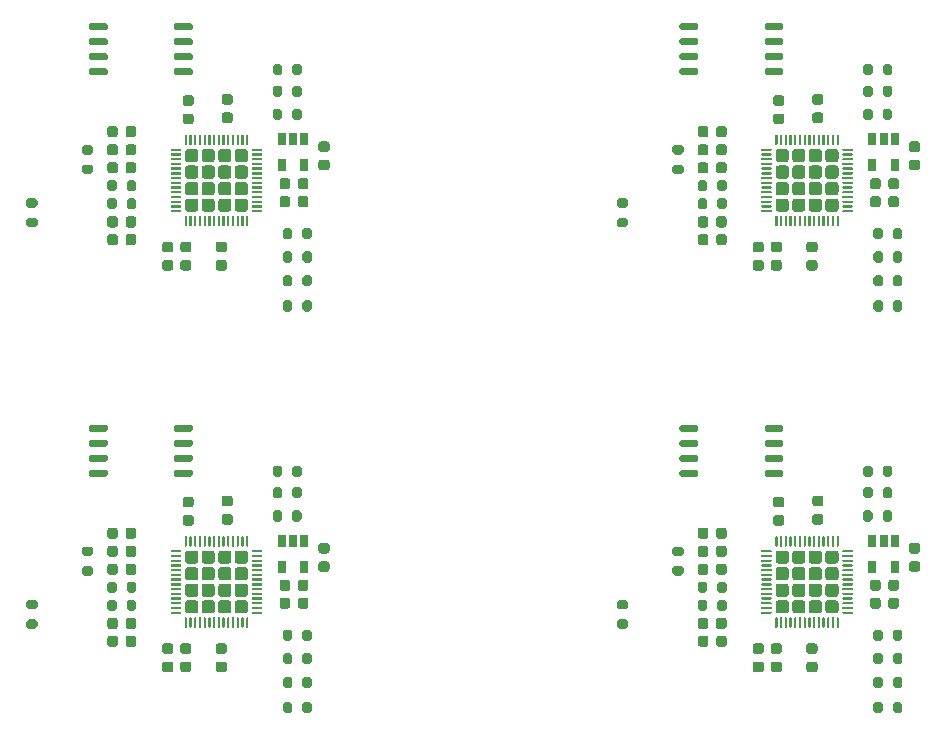
<source format=gbp>
G04 #@! TF.GenerationSoftware,KiCad,Pcbnew,(5.1.10-1-10_14)*
G04 #@! TF.CreationDate,2022-04-15T02:52:12+09:00*
G04 #@! TF.ProjectId,cmsis-dap_rp2040,636d7369-732d-4646-9170-5f7270323034,rev?*
G04 #@! TF.SameCoordinates,Original*
G04 #@! TF.FileFunction,Paste,Bot*
G04 #@! TF.FilePolarity,Positive*
%FSLAX46Y46*%
G04 Gerber Fmt 4.6, Leading zero omitted, Abs format (unit mm)*
G04 Created by KiCad (PCBNEW (5.1.10-1-10_14)) date 2022-04-15 02:52:12*
%MOMM*%
%LPD*%
G01*
G04 APERTURE LIST*
%ADD10R,0.650000X1.060000*%
G04 APERTURE END LIST*
G04 #@! TO.C,C2*
G36*
G01*
X177730000Y-98505000D02*
X177230000Y-98505000D01*
G75*
G02*
X177005000Y-98280000I0J225000D01*
G01*
X177005000Y-97830000D01*
G75*
G02*
X177230000Y-97605000I225000J0D01*
G01*
X177730000Y-97605000D01*
G75*
G02*
X177955000Y-97830000I0J-225000D01*
G01*
X177955000Y-98280000D01*
G75*
G02*
X177730000Y-98505000I-225000J0D01*
G01*
G37*
G36*
G01*
X177730000Y-96955000D02*
X177230000Y-96955000D01*
G75*
G02*
X177005000Y-96730000I0J225000D01*
G01*
X177005000Y-96280000D01*
G75*
G02*
X177230000Y-96055000I225000J0D01*
G01*
X177730000Y-96055000D01*
G75*
G02*
X177955000Y-96280000I0J-225000D01*
G01*
X177955000Y-96730000D01*
G75*
G02*
X177730000Y-96955000I-225000J0D01*
G01*
G37*
G04 #@! TD*
G04 #@! TO.C,C2*
G36*
G01*
X127730000Y-98505000D02*
X127230000Y-98505000D01*
G75*
G02*
X127005000Y-98280000I0J225000D01*
G01*
X127005000Y-97830000D01*
G75*
G02*
X127230000Y-97605000I225000J0D01*
G01*
X127730000Y-97605000D01*
G75*
G02*
X127955000Y-97830000I0J-225000D01*
G01*
X127955000Y-98280000D01*
G75*
G02*
X127730000Y-98505000I-225000J0D01*
G01*
G37*
G36*
G01*
X127730000Y-96955000D02*
X127230000Y-96955000D01*
G75*
G02*
X127005000Y-96730000I0J225000D01*
G01*
X127005000Y-96280000D01*
G75*
G02*
X127230000Y-96055000I225000J0D01*
G01*
X127730000Y-96055000D01*
G75*
G02*
X127955000Y-96280000I0J-225000D01*
G01*
X127955000Y-96730000D01*
G75*
G02*
X127730000Y-96955000I-225000J0D01*
G01*
G37*
G04 #@! TD*
G04 #@! TO.C,C2*
G36*
G01*
X177730000Y-64505000D02*
X177230000Y-64505000D01*
G75*
G02*
X177005000Y-64280000I0J225000D01*
G01*
X177005000Y-63830000D01*
G75*
G02*
X177230000Y-63605000I225000J0D01*
G01*
X177730000Y-63605000D01*
G75*
G02*
X177955000Y-63830000I0J-225000D01*
G01*
X177955000Y-64280000D01*
G75*
G02*
X177730000Y-64505000I-225000J0D01*
G01*
G37*
G36*
G01*
X177730000Y-62955000D02*
X177230000Y-62955000D01*
G75*
G02*
X177005000Y-62730000I0J225000D01*
G01*
X177005000Y-62280000D01*
G75*
G02*
X177230000Y-62055000I225000J0D01*
G01*
X177730000Y-62055000D01*
G75*
G02*
X177955000Y-62280000I0J-225000D01*
G01*
X177955000Y-62730000D01*
G75*
G02*
X177730000Y-62955000I-225000J0D01*
G01*
G37*
G04 #@! TD*
G04 #@! TO.C,C5*
G36*
G01*
X160035000Y-104130000D02*
X160035000Y-104630000D01*
G75*
G02*
X159810000Y-104855000I-225000J0D01*
G01*
X159360000Y-104855000D01*
G75*
G02*
X159135000Y-104630000I0J225000D01*
G01*
X159135000Y-104130000D01*
G75*
G02*
X159360000Y-103905000I225000J0D01*
G01*
X159810000Y-103905000D01*
G75*
G02*
X160035000Y-104130000I0J-225000D01*
G01*
G37*
G36*
G01*
X161585000Y-104130000D02*
X161585000Y-104630000D01*
G75*
G02*
X161360000Y-104855000I-225000J0D01*
G01*
X160910000Y-104855000D01*
G75*
G02*
X160685000Y-104630000I0J225000D01*
G01*
X160685000Y-104130000D01*
G75*
G02*
X160910000Y-103905000I225000J0D01*
G01*
X161360000Y-103905000D01*
G75*
G02*
X161585000Y-104130000I0J-225000D01*
G01*
G37*
G04 #@! TD*
G04 #@! TO.C,C5*
G36*
G01*
X110035000Y-104130000D02*
X110035000Y-104630000D01*
G75*
G02*
X109810000Y-104855000I-225000J0D01*
G01*
X109360000Y-104855000D01*
G75*
G02*
X109135000Y-104630000I0J225000D01*
G01*
X109135000Y-104130000D01*
G75*
G02*
X109360000Y-103905000I225000J0D01*
G01*
X109810000Y-103905000D01*
G75*
G02*
X110035000Y-104130000I0J-225000D01*
G01*
G37*
G36*
G01*
X111585000Y-104130000D02*
X111585000Y-104630000D01*
G75*
G02*
X111360000Y-104855000I-225000J0D01*
G01*
X110910000Y-104855000D01*
G75*
G02*
X110685000Y-104630000I0J225000D01*
G01*
X110685000Y-104130000D01*
G75*
G02*
X110910000Y-103905000I225000J0D01*
G01*
X111360000Y-103905000D01*
G75*
G02*
X111585000Y-104130000I0J-225000D01*
G01*
G37*
G04 #@! TD*
G04 #@! TO.C,C5*
G36*
G01*
X160035000Y-70130000D02*
X160035000Y-70630000D01*
G75*
G02*
X159810000Y-70855000I-225000J0D01*
G01*
X159360000Y-70855000D01*
G75*
G02*
X159135000Y-70630000I0J225000D01*
G01*
X159135000Y-70130000D01*
G75*
G02*
X159360000Y-69905000I225000J0D01*
G01*
X159810000Y-69905000D01*
G75*
G02*
X160035000Y-70130000I0J-225000D01*
G01*
G37*
G36*
G01*
X161585000Y-70130000D02*
X161585000Y-70630000D01*
G75*
G02*
X161360000Y-70855000I-225000J0D01*
G01*
X160910000Y-70855000D01*
G75*
G02*
X160685000Y-70630000I0J225000D01*
G01*
X160685000Y-70130000D01*
G75*
G02*
X160910000Y-69905000I225000J0D01*
G01*
X161360000Y-69905000D01*
G75*
G02*
X161585000Y-70130000I0J-225000D01*
G01*
G37*
G04 #@! TD*
G04 #@! TO.C,C6*
G36*
G01*
X164000000Y-104555000D02*
X164500000Y-104555000D01*
G75*
G02*
X164725000Y-104780000I0J-225000D01*
G01*
X164725000Y-105230000D01*
G75*
G02*
X164500000Y-105455000I-225000J0D01*
G01*
X164000000Y-105455000D01*
G75*
G02*
X163775000Y-105230000I0J225000D01*
G01*
X163775000Y-104780000D01*
G75*
G02*
X164000000Y-104555000I225000J0D01*
G01*
G37*
G36*
G01*
X164000000Y-106105000D02*
X164500000Y-106105000D01*
G75*
G02*
X164725000Y-106330000I0J-225000D01*
G01*
X164725000Y-106780000D01*
G75*
G02*
X164500000Y-107005000I-225000J0D01*
G01*
X164000000Y-107005000D01*
G75*
G02*
X163775000Y-106780000I0J225000D01*
G01*
X163775000Y-106330000D01*
G75*
G02*
X164000000Y-106105000I225000J0D01*
G01*
G37*
G04 #@! TD*
G04 #@! TO.C,C6*
G36*
G01*
X114000000Y-104555000D02*
X114500000Y-104555000D01*
G75*
G02*
X114725000Y-104780000I0J-225000D01*
G01*
X114725000Y-105230000D01*
G75*
G02*
X114500000Y-105455000I-225000J0D01*
G01*
X114000000Y-105455000D01*
G75*
G02*
X113775000Y-105230000I0J225000D01*
G01*
X113775000Y-104780000D01*
G75*
G02*
X114000000Y-104555000I225000J0D01*
G01*
G37*
G36*
G01*
X114000000Y-106105000D02*
X114500000Y-106105000D01*
G75*
G02*
X114725000Y-106330000I0J-225000D01*
G01*
X114725000Y-106780000D01*
G75*
G02*
X114500000Y-107005000I-225000J0D01*
G01*
X114000000Y-107005000D01*
G75*
G02*
X113775000Y-106780000I0J225000D01*
G01*
X113775000Y-106330000D01*
G75*
G02*
X114000000Y-106105000I225000J0D01*
G01*
G37*
G04 #@! TD*
G04 #@! TO.C,C6*
G36*
G01*
X164000000Y-70555000D02*
X164500000Y-70555000D01*
G75*
G02*
X164725000Y-70780000I0J-225000D01*
G01*
X164725000Y-71230000D01*
G75*
G02*
X164500000Y-71455000I-225000J0D01*
G01*
X164000000Y-71455000D01*
G75*
G02*
X163775000Y-71230000I0J225000D01*
G01*
X163775000Y-70780000D01*
G75*
G02*
X164000000Y-70555000I225000J0D01*
G01*
G37*
G36*
G01*
X164000000Y-72105000D02*
X164500000Y-72105000D01*
G75*
G02*
X164725000Y-72330000I0J-225000D01*
G01*
X164725000Y-72780000D01*
G75*
G02*
X164500000Y-73005000I-225000J0D01*
G01*
X164000000Y-73005000D01*
G75*
G02*
X163775000Y-72780000I0J225000D01*
G01*
X163775000Y-72330000D01*
G75*
G02*
X164000000Y-72105000I225000J0D01*
G01*
G37*
G04 #@! TD*
G04 #@! TO.C,C8*
G36*
G01*
X161575000Y-96520000D02*
X161575000Y-97020000D01*
G75*
G02*
X161350000Y-97245000I-225000J0D01*
G01*
X160900000Y-97245000D01*
G75*
G02*
X160675000Y-97020000I0J225000D01*
G01*
X160675000Y-96520000D01*
G75*
G02*
X160900000Y-96295000I225000J0D01*
G01*
X161350000Y-96295000D01*
G75*
G02*
X161575000Y-96520000I0J-225000D01*
G01*
G37*
G36*
G01*
X160025000Y-96520000D02*
X160025000Y-97020000D01*
G75*
G02*
X159800000Y-97245000I-225000J0D01*
G01*
X159350000Y-97245000D01*
G75*
G02*
X159125000Y-97020000I0J225000D01*
G01*
X159125000Y-96520000D01*
G75*
G02*
X159350000Y-96295000I225000J0D01*
G01*
X159800000Y-96295000D01*
G75*
G02*
X160025000Y-96520000I0J-225000D01*
G01*
G37*
G04 #@! TD*
G04 #@! TO.C,C8*
G36*
G01*
X111575000Y-96520000D02*
X111575000Y-97020000D01*
G75*
G02*
X111350000Y-97245000I-225000J0D01*
G01*
X110900000Y-97245000D01*
G75*
G02*
X110675000Y-97020000I0J225000D01*
G01*
X110675000Y-96520000D01*
G75*
G02*
X110900000Y-96295000I225000J0D01*
G01*
X111350000Y-96295000D01*
G75*
G02*
X111575000Y-96520000I0J-225000D01*
G01*
G37*
G36*
G01*
X110025000Y-96520000D02*
X110025000Y-97020000D01*
G75*
G02*
X109800000Y-97245000I-225000J0D01*
G01*
X109350000Y-97245000D01*
G75*
G02*
X109125000Y-97020000I0J225000D01*
G01*
X109125000Y-96520000D01*
G75*
G02*
X109350000Y-96295000I225000J0D01*
G01*
X109800000Y-96295000D01*
G75*
G02*
X110025000Y-96520000I0J-225000D01*
G01*
G37*
G04 #@! TD*
G04 #@! TO.C,C8*
G36*
G01*
X161575000Y-62520000D02*
X161575000Y-63020000D01*
G75*
G02*
X161350000Y-63245000I-225000J0D01*
G01*
X160900000Y-63245000D01*
G75*
G02*
X160675000Y-63020000I0J225000D01*
G01*
X160675000Y-62520000D01*
G75*
G02*
X160900000Y-62295000I225000J0D01*
G01*
X161350000Y-62295000D01*
G75*
G02*
X161575000Y-62520000I0J-225000D01*
G01*
G37*
G36*
G01*
X160025000Y-62520000D02*
X160025000Y-63020000D01*
G75*
G02*
X159800000Y-63245000I-225000J0D01*
G01*
X159350000Y-63245000D01*
G75*
G02*
X159125000Y-63020000I0J225000D01*
G01*
X159125000Y-62520000D01*
G75*
G02*
X159350000Y-62295000I225000J0D01*
G01*
X159800000Y-62295000D01*
G75*
G02*
X160025000Y-62520000I0J-225000D01*
G01*
G37*
G04 #@! TD*
G04 #@! TO.C,C9*
G36*
G01*
X161575000Y-98040000D02*
X161575000Y-98540000D01*
G75*
G02*
X161350000Y-98765000I-225000J0D01*
G01*
X160900000Y-98765000D01*
G75*
G02*
X160675000Y-98540000I0J225000D01*
G01*
X160675000Y-98040000D01*
G75*
G02*
X160900000Y-97815000I225000J0D01*
G01*
X161350000Y-97815000D01*
G75*
G02*
X161575000Y-98040000I0J-225000D01*
G01*
G37*
G36*
G01*
X160025000Y-98040000D02*
X160025000Y-98540000D01*
G75*
G02*
X159800000Y-98765000I-225000J0D01*
G01*
X159350000Y-98765000D01*
G75*
G02*
X159125000Y-98540000I0J225000D01*
G01*
X159125000Y-98040000D01*
G75*
G02*
X159350000Y-97815000I225000J0D01*
G01*
X159800000Y-97815000D01*
G75*
G02*
X160025000Y-98040000I0J-225000D01*
G01*
G37*
G04 #@! TD*
G04 #@! TO.C,C9*
G36*
G01*
X111575000Y-98040000D02*
X111575000Y-98540000D01*
G75*
G02*
X111350000Y-98765000I-225000J0D01*
G01*
X110900000Y-98765000D01*
G75*
G02*
X110675000Y-98540000I0J225000D01*
G01*
X110675000Y-98040000D01*
G75*
G02*
X110900000Y-97815000I225000J0D01*
G01*
X111350000Y-97815000D01*
G75*
G02*
X111575000Y-98040000I0J-225000D01*
G01*
G37*
G36*
G01*
X110025000Y-98040000D02*
X110025000Y-98540000D01*
G75*
G02*
X109800000Y-98765000I-225000J0D01*
G01*
X109350000Y-98765000D01*
G75*
G02*
X109125000Y-98540000I0J225000D01*
G01*
X109125000Y-98040000D01*
G75*
G02*
X109350000Y-97815000I225000J0D01*
G01*
X109800000Y-97815000D01*
G75*
G02*
X110025000Y-98040000I0J-225000D01*
G01*
G37*
G04 #@! TD*
G04 #@! TO.C,C9*
G36*
G01*
X161575000Y-64040000D02*
X161575000Y-64540000D01*
G75*
G02*
X161350000Y-64765000I-225000J0D01*
G01*
X160900000Y-64765000D01*
G75*
G02*
X160675000Y-64540000I0J225000D01*
G01*
X160675000Y-64040000D01*
G75*
G02*
X160900000Y-63815000I225000J0D01*
G01*
X161350000Y-63815000D01*
G75*
G02*
X161575000Y-64040000I0J-225000D01*
G01*
G37*
G36*
G01*
X160025000Y-64040000D02*
X160025000Y-64540000D01*
G75*
G02*
X159800000Y-64765000I-225000J0D01*
G01*
X159350000Y-64765000D01*
G75*
G02*
X159125000Y-64540000I0J225000D01*
G01*
X159125000Y-64040000D01*
G75*
G02*
X159350000Y-63815000I225000J0D01*
G01*
X159800000Y-63815000D01*
G75*
G02*
X160025000Y-64040000I0J-225000D01*
G01*
G37*
G04 #@! TD*
G04 #@! TO.C,C11*
G36*
G01*
X165530000Y-104545000D02*
X166030000Y-104545000D01*
G75*
G02*
X166255000Y-104770000I0J-225000D01*
G01*
X166255000Y-105220000D01*
G75*
G02*
X166030000Y-105445000I-225000J0D01*
G01*
X165530000Y-105445000D01*
G75*
G02*
X165305000Y-105220000I0J225000D01*
G01*
X165305000Y-104770000D01*
G75*
G02*
X165530000Y-104545000I225000J0D01*
G01*
G37*
G36*
G01*
X165530000Y-106095000D02*
X166030000Y-106095000D01*
G75*
G02*
X166255000Y-106320000I0J-225000D01*
G01*
X166255000Y-106770000D01*
G75*
G02*
X166030000Y-106995000I-225000J0D01*
G01*
X165530000Y-106995000D01*
G75*
G02*
X165305000Y-106770000I0J225000D01*
G01*
X165305000Y-106320000D01*
G75*
G02*
X165530000Y-106095000I225000J0D01*
G01*
G37*
G04 #@! TD*
G04 #@! TO.C,C11*
G36*
G01*
X115530000Y-104545000D02*
X116030000Y-104545000D01*
G75*
G02*
X116255000Y-104770000I0J-225000D01*
G01*
X116255000Y-105220000D01*
G75*
G02*
X116030000Y-105445000I-225000J0D01*
G01*
X115530000Y-105445000D01*
G75*
G02*
X115305000Y-105220000I0J225000D01*
G01*
X115305000Y-104770000D01*
G75*
G02*
X115530000Y-104545000I225000J0D01*
G01*
G37*
G36*
G01*
X115530000Y-106095000D02*
X116030000Y-106095000D01*
G75*
G02*
X116255000Y-106320000I0J-225000D01*
G01*
X116255000Y-106770000D01*
G75*
G02*
X116030000Y-106995000I-225000J0D01*
G01*
X115530000Y-106995000D01*
G75*
G02*
X115305000Y-106770000I0J225000D01*
G01*
X115305000Y-106320000D01*
G75*
G02*
X115530000Y-106095000I225000J0D01*
G01*
G37*
G04 #@! TD*
G04 #@! TO.C,C11*
G36*
G01*
X165530000Y-70545000D02*
X166030000Y-70545000D01*
G75*
G02*
X166255000Y-70770000I0J-225000D01*
G01*
X166255000Y-71220000D01*
G75*
G02*
X166030000Y-71445000I-225000J0D01*
G01*
X165530000Y-71445000D01*
G75*
G02*
X165305000Y-71220000I0J225000D01*
G01*
X165305000Y-70770000D01*
G75*
G02*
X165530000Y-70545000I225000J0D01*
G01*
G37*
G36*
G01*
X165530000Y-72095000D02*
X166030000Y-72095000D01*
G75*
G02*
X166255000Y-72320000I0J-225000D01*
G01*
X166255000Y-72770000D01*
G75*
G02*
X166030000Y-72995000I-225000J0D01*
G01*
X165530000Y-72995000D01*
G75*
G02*
X165305000Y-72770000I0J225000D01*
G01*
X165305000Y-72320000D01*
G75*
G02*
X165530000Y-72095000I225000J0D01*
G01*
G37*
G04 #@! TD*
G04 #@! TO.C,C12*
G36*
G01*
X161575000Y-102620000D02*
X161575000Y-103120000D01*
G75*
G02*
X161350000Y-103345000I-225000J0D01*
G01*
X160900000Y-103345000D01*
G75*
G02*
X160675000Y-103120000I0J225000D01*
G01*
X160675000Y-102620000D01*
G75*
G02*
X160900000Y-102395000I225000J0D01*
G01*
X161350000Y-102395000D01*
G75*
G02*
X161575000Y-102620000I0J-225000D01*
G01*
G37*
G36*
G01*
X160025000Y-102620000D02*
X160025000Y-103120000D01*
G75*
G02*
X159800000Y-103345000I-225000J0D01*
G01*
X159350000Y-103345000D01*
G75*
G02*
X159125000Y-103120000I0J225000D01*
G01*
X159125000Y-102620000D01*
G75*
G02*
X159350000Y-102395000I225000J0D01*
G01*
X159800000Y-102395000D01*
G75*
G02*
X160025000Y-102620000I0J-225000D01*
G01*
G37*
G04 #@! TD*
G04 #@! TO.C,C12*
G36*
G01*
X111575000Y-102620000D02*
X111575000Y-103120000D01*
G75*
G02*
X111350000Y-103345000I-225000J0D01*
G01*
X110900000Y-103345000D01*
G75*
G02*
X110675000Y-103120000I0J225000D01*
G01*
X110675000Y-102620000D01*
G75*
G02*
X110900000Y-102395000I225000J0D01*
G01*
X111350000Y-102395000D01*
G75*
G02*
X111575000Y-102620000I0J-225000D01*
G01*
G37*
G36*
G01*
X110025000Y-102620000D02*
X110025000Y-103120000D01*
G75*
G02*
X109800000Y-103345000I-225000J0D01*
G01*
X109350000Y-103345000D01*
G75*
G02*
X109125000Y-103120000I0J225000D01*
G01*
X109125000Y-102620000D01*
G75*
G02*
X109350000Y-102395000I225000J0D01*
G01*
X109800000Y-102395000D01*
G75*
G02*
X110025000Y-102620000I0J-225000D01*
G01*
G37*
G04 #@! TD*
G04 #@! TO.C,C12*
G36*
G01*
X161575000Y-68620000D02*
X161575000Y-69120000D01*
G75*
G02*
X161350000Y-69345000I-225000J0D01*
G01*
X160900000Y-69345000D01*
G75*
G02*
X160675000Y-69120000I0J225000D01*
G01*
X160675000Y-68620000D01*
G75*
G02*
X160900000Y-68395000I225000J0D01*
G01*
X161350000Y-68395000D01*
G75*
G02*
X161575000Y-68620000I0J-225000D01*
G01*
G37*
G36*
G01*
X160025000Y-68620000D02*
X160025000Y-69120000D01*
G75*
G02*
X159800000Y-69345000I-225000J0D01*
G01*
X159350000Y-69345000D01*
G75*
G02*
X159125000Y-69120000I0J225000D01*
G01*
X159125000Y-68620000D01*
G75*
G02*
X159350000Y-68395000I225000J0D01*
G01*
X159800000Y-68395000D01*
G75*
G02*
X160025000Y-68620000I0J-225000D01*
G01*
G37*
G04 #@! TD*
G04 #@! TO.C,C13*
G36*
G01*
X173715000Y-99890000D02*
X173715000Y-99390000D01*
G75*
G02*
X173940000Y-99165000I225000J0D01*
G01*
X174390000Y-99165000D01*
G75*
G02*
X174615000Y-99390000I0J-225000D01*
G01*
X174615000Y-99890000D01*
G75*
G02*
X174390000Y-100115000I-225000J0D01*
G01*
X173940000Y-100115000D01*
G75*
G02*
X173715000Y-99890000I0J225000D01*
G01*
G37*
G36*
G01*
X175265000Y-99890000D02*
X175265000Y-99390000D01*
G75*
G02*
X175490000Y-99165000I225000J0D01*
G01*
X175940000Y-99165000D01*
G75*
G02*
X176165000Y-99390000I0J-225000D01*
G01*
X176165000Y-99890000D01*
G75*
G02*
X175940000Y-100115000I-225000J0D01*
G01*
X175490000Y-100115000D01*
G75*
G02*
X175265000Y-99890000I0J225000D01*
G01*
G37*
G04 #@! TD*
G04 #@! TO.C,C13*
G36*
G01*
X123715000Y-99890000D02*
X123715000Y-99390000D01*
G75*
G02*
X123940000Y-99165000I225000J0D01*
G01*
X124390000Y-99165000D01*
G75*
G02*
X124615000Y-99390000I0J-225000D01*
G01*
X124615000Y-99890000D01*
G75*
G02*
X124390000Y-100115000I-225000J0D01*
G01*
X123940000Y-100115000D01*
G75*
G02*
X123715000Y-99890000I0J225000D01*
G01*
G37*
G36*
G01*
X125265000Y-99890000D02*
X125265000Y-99390000D01*
G75*
G02*
X125490000Y-99165000I225000J0D01*
G01*
X125940000Y-99165000D01*
G75*
G02*
X126165000Y-99390000I0J-225000D01*
G01*
X126165000Y-99890000D01*
G75*
G02*
X125940000Y-100115000I-225000J0D01*
G01*
X125490000Y-100115000D01*
G75*
G02*
X125265000Y-99890000I0J225000D01*
G01*
G37*
G04 #@! TD*
G04 #@! TO.C,C13*
G36*
G01*
X173715000Y-65890000D02*
X173715000Y-65390000D01*
G75*
G02*
X173940000Y-65165000I225000J0D01*
G01*
X174390000Y-65165000D01*
G75*
G02*
X174615000Y-65390000I0J-225000D01*
G01*
X174615000Y-65890000D01*
G75*
G02*
X174390000Y-66115000I-225000J0D01*
G01*
X173940000Y-66115000D01*
G75*
G02*
X173715000Y-65890000I0J225000D01*
G01*
G37*
G36*
G01*
X175265000Y-65890000D02*
X175265000Y-65390000D01*
G75*
G02*
X175490000Y-65165000I225000J0D01*
G01*
X175940000Y-65165000D01*
G75*
G02*
X176165000Y-65390000I0J-225000D01*
G01*
X176165000Y-65890000D01*
G75*
G02*
X175940000Y-66115000I-225000J0D01*
G01*
X175490000Y-66115000D01*
G75*
G02*
X175265000Y-65890000I0J225000D01*
G01*
G37*
G04 #@! TD*
G04 #@! TO.C,C14*
G36*
G01*
X173715000Y-101410000D02*
X173715000Y-100910000D01*
G75*
G02*
X173940000Y-100685000I225000J0D01*
G01*
X174390000Y-100685000D01*
G75*
G02*
X174615000Y-100910000I0J-225000D01*
G01*
X174615000Y-101410000D01*
G75*
G02*
X174390000Y-101635000I-225000J0D01*
G01*
X173940000Y-101635000D01*
G75*
G02*
X173715000Y-101410000I0J225000D01*
G01*
G37*
G36*
G01*
X175265000Y-101410000D02*
X175265000Y-100910000D01*
G75*
G02*
X175490000Y-100685000I225000J0D01*
G01*
X175940000Y-100685000D01*
G75*
G02*
X176165000Y-100910000I0J-225000D01*
G01*
X176165000Y-101410000D01*
G75*
G02*
X175940000Y-101635000I-225000J0D01*
G01*
X175490000Y-101635000D01*
G75*
G02*
X175265000Y-101410000I0J225000D01*
G01*
G37*
G04 #@! TD*
G04 #@! TO.C,C14*
G36*
G01*
X123715000Y-101410000D02*
X123715000Y-100910000D01*
G75*
G02*
X123940000Y-100685000I225000J0D01*
G01*
X124390000Y-100685000D01*
G75*
G02*
X124615000Y-100910000I0J-225000D01*
G01*
X124615000Y-101410000D01*
G75*
G02*
X124390000Y-101635000I-225000J0D01*
G01*
X123940000Y-101635000D01*
G75*
G02*
X123715000Y-101410000I0J225000D01*
G01*
G37*
G36*
G01*
X125265000Y-101410000D02*
X125265000Y-100910000D01*
G75*
G02*
X125490000Y-100685000I225000J0D01*
G01*
X125940000Y-100685000D01*
G75*
G02*
X126165000Y-100910000I0J-225000D01*
G01*
X126165000Y-101410000D01*
G75*
G02*
X125940000Y-101635000I-225000J0D01*
G01*
X125490000Y-101635000D01*
G75*
G02*
X125265000Y-101410000I0J225000D01*
G01*
G37*
G04 #@! TD*
G04 #@! TO.C,C14*
G36*
G01*
X173715000Y-67410000D02*
X173715000Y-66910000D01*
G75*
G02*
X173940000Y-66685000I225000J0D01*
G01*
X174390000Y-66685000D01*
G75*
G02*
X174615000Y-66910000I0J-225000D01*
G01*
X174615000Y-67410000D01*
G75*
G02*
X174390000Y-67635000I-225000J0D01*
G01*
X173940000Y-67635000D01*
G75*
G02*
X173715000Y-67410000I0J225000D01*
G01*
G37*
G36*
G01*
X175265000Y-67410000D02*
X175265000Y-66910000D01*
G75*
G02*
X175490000Y-66685000I225000J0D01*
G01*
X175940000Y-66685000D01*
G75*
G02*
X176165000Y-66910000I0J-225000D01*
G01*
X176165000Y-67410000D01*
G75*
G02*
X175940000Y-67635000I-225000J0D01*
G01*
X175490000Y-67635000D01*
G75*
G02*
X175265000Y-67410000I0J225000D01*
G01*
G37*
G04 #@! TD*
G04 #@! TO.C,C15*
G36*
G01*
X168540000Y-104545000D02*
X169040000Y-104545000D01*
G75*
G02*
X169265000Y-104770000I0J-225000D01*
G01*
X169265000Y-105220000D01*
G75*
G02*
X169040000Y-105445000I-225000J0D01*
G01*
X168540000Y-105445000D01*
G75*
G02*
X168315000Y-105220000I0J225000D01*
G01*
X168315000Y-104770000D01*
G75*
G02*
X168540000Y-104545000I225000J0D01*
G01*
G37*
G36*
G01*
X168540000Y-106095000D02*
X169040000Y-106095000D01*
G75*
G02*
X169265000Y-106320000I0J-225000D01*
G01*
X169265000Y-106770000D01*
G75*
G02*
X169040000Y-106995000I-225000J0D01*
G01*
X168540000Y-106995000D01*
G75*
G02*
X168315000Y-106770000I0J225000D01*
G01*
X168315000Y-106320000D01*
G75*
G02*
X168540000Y-106095000I225000J0D01*
G01*
G37*
G04 #@! TD*
G04 #@! TO.C,C15*
G36*
G01*
X118540000Y-104545000D02*
X119040000Y-104545000D01*
G75*
G02*
X119265000Y-104770000I0J-225000D01*
G01*
X119265000Y-105220000D01*
G75*
G02*
X119040000Y-105445000I-225000J0D01*
G01*
X118540000Y-105445000D01*
G75*
G02*
X118315000Y-105220000I0J225000D01*
G01*
X118315000Y-104770000D01*
G75*
G02*
X118540000Y-104545000I225000J0D01*
G01*
G37*
G36*
G01*
X118540000Y-106095000D02*
X119040000Y-106095000D01*
G75*
G02*
X119265000Y-106320000I0J-225000D01*
G01*
X119265000Y-106770000D01*
G75*
G02*
X119040000Y-106995000I-225000J0D01*
G01*
X118540000Y-106995000D01*
G75*
G02*
X118315000Y-106770000I0J225000D01*
G01*
X118315000Y-106320000D01*
G75*
G02*
X118540000Y-106095000I225000J0D01*
G01*
G37*
G04 #@! TD*
G04 #@! TO.C,C15*
G36*
G01*
X168540000Y-70545000D02*
X169040000Y-70545000D01*
G75*
G02*
X169265000Y-70770000I0J-225000D01*
G01*
X169265000Y-71220000D01*
G75*
G02*
X169040000Y-71445000I-225000J0D01*
G01*
X168540000Y-71445000D01*
G75*
G02*
X168315000Y-71220000I0J225000D01*
G01*
X168315000Y-70770000D01*
G75*
G02*
X168540000Y-70545000I225000J0D01*
G01*
G37*
G36*
G01*
X168540000Y-72095000D02*
X169040000Y-72095000D01*
G75*
G02*
X169265000Y-72320000I0J-225000D01*
G01*
X169265000Y-72770000D01*
G75*
G02*
X169040000Y-72995000I-225000J0D01*
G01*
X168540000Y-72995000D01*
G75*
G02*
X168315000Y-72770000I0J225000D01*
G01*
X168315000Y-72320000D01*
G75*
G02*
X168540000Y-72095000I225000J0D01*
G01*
G37*
G04 #@! TD*
G04 #@! TO.C,C16*
G36*
G01*
X161575000Y-94980000D02*
X161575000Y-95480000D01*
G75*
G02*
X161350000Y-95705000I-225000J0D01*
G01*
X160900000Y-95705000D01*
G75*
G02*
X160675000Y-95480000I0J225000D01*
G01*
X160675000Y-94980000D01*
G75*
G02*
X160900000Y-94755000I225000J0D01*
G01*
X161350000Y-94755000D01*
G75*
G02*
X161575000Y-94980000I0J-225000D01*
G01*
G37*
G36*
G01*
X160025000Y-94980000D02*
X160025000Y-95480000D01*
G75*
G02*
X159800000Y-95705000I-225000J0D01*
G01*
X159350000Y-95705000D01*
G75*
G02*
X159125000Y-95480000I0J225000D01*
G01*
X159125000Y-94980000D01*
G75*
G02*
X159350000Y-94755000I225000J0D01*
G01*
X159800000Y-94755000D01*
G75*
G02*
X160025000Y-94980000I0J-225000D01*
G01*
G37*
G04 #@! TD*
G04 #@! TO.C,C16*
G36*
G01*
X111575000Y-94980000D02*
X111575000Y-95480000D01*
G75*
G02*
X111350000Y-95705000I-225000J0D01*
G01*
X110900000Y-95705000D01*
G75*
G02*
X110675000Y-95480000I0J225000D01*
G01*
X110675000Y-94980000D01*
G75*
G02*
X110900000Y-94755000I225000J0D01*
G01*
X111350000Y-94755000D01*
G75*
G02*
X111575000Y-94980000I0J-225000D01*
G01*
G37*
G36*
G01*
X110025000Y-94980000D02*
X110025000Y-95480000D01*
G75*
G02*
X109800000Y-95705000I-225000J0D01*
G01*
X109350000Y-95705000D01*
G75*
G02*
X109125000Y-95480000I0J225000D01*
G01*
X109125000Y-94980000D01*
G75*
G02*
X109350000Y-94755000I225000J0D01*
G01*
X109800000Y-94755000D01*
G75*
G02*
X110025000Y-94980000I0J-225000D01*
G01*
G37*
G04 #@! TD*
G04 #@! TO.C,C16*
G36*
G01*
X161575000Y-60980000D02*
X161575000Y-61480000D01*
G75*
G02*
X161350000Y-61705000I-225000J0D01*
G01*
X160900000Y-61705000D01*
G75*
G02*
X160675000Y-61480000I0J225000D01*
G01*
X160675000Y-60980000D01*
G75*
G02*
X160900000Y-60755000I225000J0D01*
G01*
X161350000Y-60755000D01*
G75*
G02*
X161575000Y-60980000I0J-225000D01*
G01*
G37*
G36*
G01*
X160025000Y-60980000D02*
X160025000Y-61480000D01*
G75*
G02*
X159800000Y-61705000I-225000J0D01*
G01*
X159350000Y-61705000D01*
G75*
G02*
X159125000Y-61480000I0J225000D01*
G01*
X159125000Y-60980000D01*
G75*
G02*
X159350000Y-60755000I225000J0D01*
G01*
X159800000Y-60755000D01*
G75*
G02*
X160025000Y-60980000I0J-225000D01*
G01*
G37*
G04 #@! TD*
G04 #@! TO.C,C17*
G36*
G01*
X169540000Y-94505000D02*
X169040000Y-94505000D01*
G75*
G02*
X168815000Y-94280000I0J225000D01*
G01*
X168815000Y-93830000D01*
G75*
G02*
X169040000Y-93605000I225000J0D01*
G01*
X169540000Y-93605000D01*
G75*
G02*
X169765000Y-93830000I0J-225000D01*
G01*
X169765000Y-94280000D01*
G75*
G02*
X169540000Y-94505000I-225000J0D01*
G01*
G37*
G36*
G01*
X169540000Y-92955000D02*
X169040000Y-92955000D01*
G75*
G02*
X168815000Y-92730000I0J225000D01*
G01*
X168815000Y-92280000D01*
G75*
G02*
X169040000Y-92055000I225000J0D01*
G01*
X169540000Y-92055000D01*
G75*
G02*
X169765000Y-92280000I0J-225000D01*
G01*
X169765000Y-92730000D01*
G75*
G02*
X169540000Y-92955000I-225000J0D01*
G01*
G37*
G04 #@! TD*
G04 #@! TO.C,C17*
G36*
G01*
X119540000Y-94505000D02*
X119040000Y-94505000D01*
G75*
G02*
X118815000Y-94280000I0J225000D01*
G01*
X118815000Y-93830000D01*
G75*
G02*
X119040000Y-93605000I225000J0D01*
G01*
X119540000Y-93605000D01*
G75*
G02*
X119765000Y-93830000I0J-225000D01*
G01*
X119765000Y-94280000D01*
G75*
G02*
X119540000Y-94505000I-225000J0D01*
G01*
G37*
G36*
G01*
X119540000Y-92955000D02*
X119040000Y-92955000D01*
G75*
G02*
X118815000Y-92730000I0J225000D01*
G01*
X118815000Y-92280000D01*
G75*
G02*
X119040000Y-92055000I225000J0D01*
G01*
X119540000Y-92055000D01*
G75*
G02*
X119765000Y-92280000I0J-225000D01*
G01*
X119765000Y-92730000D01*
G75*
G02*
X119540000Y-92955000I-225000J0D01*
G01*
G37*
G04 #@! TD*
G04 #@! TO.C,C17*
G36*
G01*
X169540000Y-60505000D02*
X169040000Y-60505000D01*
G75*
G02*
X168815000Y-60280000I0J225000D01*
G01*
X168815000Y-59830000D01*
G75*
G02*
X169040000Y-59605000I225000J0D01*
G01*
X169540000Y-59605000D01*
G75*
G02*
X169765000Y-59830000I0J-225000D01*
G01*
X169765000Y-60280000D01*
G75*
G02*
X169540000Y-60505000I-225000J0D01*
G01*
G37*
G36*
G01*
X169540000Y-58955000D02*
X169040000Y-58955000D01*
G75*
G02*
X168815000Y-58730000I0J225000D01*
G01*
X168815000Y-58280000D01*
G75*
G02*
X169040000Y-58055000I225000J0D01*
G01*
X169540000Y-58055000D01*
G75*
G02*
X169765000Y-58280000I0J-225000D01*
G01*
X169765000Y-58730000D01*
G75*
G02*
X169540000Y-58955000I-225000J0D01*
G01*
G37*
G04 #@! TD*
G04 #@! TO.C,R3*
G36*
G01*
X157175000Y-96365000D02*
X157725000Y-96365000D01*
G75*
G02*
X157925000Y-96565000I0J-200000D01*
G01*
X157925000Y-96965000D01*
G75*
G02*
X157725000Y-97165000I-200000J0D01*
G01*
X157175000Y-97165000D01*
G75*
G02*
X156975000Y-96965000I0J200000D01*
G01*
X156975000Y-96565000D01*
G75*
G02*
X157175000Y-96365000I200000J0D01*
G01*
G37*
G36*
G01*
X157175000Y-98015000D02*
X157725000Y-98015000D01*
G75*
G02*
X157925000Y-98215000I0J-200000D01*
G01*
X157925000Y-98615000D01*
G75*
G02*
X157725000Y-98815000I-200000J0D01*
G01*
X157175000Y-98815000D01*
G75*
G02*
X156975000Y-98615000I0J200000D01*
G01*
X156975000Y-98215000D01*
G75*
G02*
X157175000Y-98015000I200000J0D01*
G01*
G37*
G04 #@! TD*
G04 #@! TO.C,R3*
G36*
G01*
X107175000Y-96365000D02*
X107725000Y-96365000D01*
G75*
G02*
X107925000Y-96565000I0J-200000D01*
G01*
X107925000Y-96965000D01*
G75*
G02*
X107725000Y-97165000I-200000J0D01*
G01*
X107175000Y-97165000D01*
G75*
G02*
X106975000Y-96965000I0J200000D01*
G01*
X106975000Y-96565000D01*
G75*
G02*
X107175000Y-96365000I200000J0D01*
G01*
G37*
G36*
G01*
X107175000Y-98015000D02*
X107725000Y-98015000D01*
G75*
G02*
X107925000Y-98215000I0J-200000D01*
G01*
X107925000Y-98615000D01*
G75*
G02*
X107725000Y-98815000I-200000J0D01*
G01*
X107175000Y-98815000D01*
G75*
G02*
X106975000Y-98615000I0J200000D01*
G01*
X106975000Y-98215000D01*
G75*
G02*
X107175000Y-98015000I200000J0D01*
G01*
G37*
G04 #@! TD*
G04 #@! TO.C,R3*
G36*
G01*
X157175000Y-62365000D02*
X157725000Y-62365000D01*
G75*
G02*
X157925000Y-62565000I0J-200000D01*
G01*
X157925000Y-62965000D01*
G75*
G02*
X157725000Y-63165000I-200000J0D01*
G01*
X157175000Y-63165000D01*
G75*
G02*
X156975000Y-62965000I0J200000D01*
G01*
X156975000Y-62565000D01*
G75*
G02*
X157175000Y-62365000I200000J0D01*
G01*
G37*
G36*
G01*
X157175000Y-64015000D02*
X157725000Y-64015000D01*
G75*
G02*
X157925000Y-64215000I0J-200000D01*
G01*
X157925000Y-64615000D01*
G75*
G02*
X157725000Y-64815000I-200000J0D01*
G01*
X157175000Y-64815000D01*
G75*
G02*
X156975000Y-64615000I0J200000D01*
G01*
X156975000Y-64215000D01*
G75*
G02*
X157175000Y-64015000I200000J0D01*
G01*
G37*
G04 #@! TD*
G04 #@! TO.C,R4*
G36*
G01*
X153025000Y-103325000D02*
X152475000Y-103325000D01*
G75*
G02*
X152275000Y-103125000I0J200000D01*
G01*
X152275000Y-102725000D01*
G75*
G02*
X152475000Y-102525000I200000J0D01*
G01*
X153025000Y-102525000D01*
G75*
G02*
X153225000Y-102725000I0J-200000D01*
G01*
X153225000Y-103125000D01*
G75*
G02*
X153025000Y-103325000I-200000J0D01*
G01*
G37*
G36*
G01*
X153025000Y-101675000D02*
X152475000Y-101675000D01*
G75*
G02*
X152275000Y-101475000I0J200000D01*
G01*
X152275000Y-101075000D01*
G75*
G02*
X152475000Y-100875000I200000J0D01*
G01*
X153025000Y-100875000D01*
G75*
G02*
X153225000Y-101075000I0J-200000D01*
G01*
X153225000Y-101475000D01*
G75*
G02*
X153025000Y-101675000I-200000J0D01*
G01*
G37*
G04 #@! TD*
G04 #@! TO.C,R4*
G36*
G01*
X103025000Y-103325000D02*
X102475000Y-103325000D01*
G75*
G02*
X102275000Y-103125000I0J200000D01*
G01*
X102275000Y-102725000D01*
G75*
G02*
X102475000Y-102525000I200000J0D01*
G01*
X103025000Y-102525000D01*
G75*
G02*
X103225000Y-102725000I0J-200000D01*
G01*
X103225000Y-103125000D01*
G75*
G02*
X103025000Y-103325000I-200000J0D01*
G01*
G37*
G36*
G01*
X103025000Y-101675000D02*
X102475000Y-101675000D01*
G75*
G02*
X102275000Y-101475000I0J200000D01*
G01*
X102275000Y-101075000D01*
G75*
G02*
X102475000Y-100875000I200000J0D01*
G01*
X103025000Y-100875000D01*
G75*
G02*
X103225000Y-101075000I0J-200000D01*
G01*
X103225000Y-101475000D01*
G75*
G02*
X103025000Y-101675000I-200000J0D01*
G01*
G37*
G04 #@! TD*
G04 #@! TO.C,R4*
G36*
G01*
X153025000Y-69325000D02*
X152475000Y-69325000D01*
G75*
G02*
X152275000Y-69125000I0J200000D01*
G01*
X152275000Y-68725000D01*
G75*
G02*
X152475000Y-68525000I200000J0D01*
G01*
X153025000Y-68525000D01*
G75*
G02*
X153225000Y-68725000I0J-200000D01*
G01*
X153225000Y-69125000D01*
G75*
G02*
X153025000Y-69325000I-200000J0D01*
G01*
G37*
G36*
G01*
X153025000Y-67675000D02*
X152475000Y-67675000D01*
G75*
G02*
X152275000Y-67475000I0J200000D01*
G01*
X152275000Y-67075000D01*
G75*
G02*
X152475000Y-66875000I200000J0D01*
G01*
X153025000Y-66875000D01*
G75*
G02*
X153225000Y-67075000I0J-200000D01*
G01*
X153225000Y-67475000D01*
G75*
G02*
X153025000Y-67675000I-200000J0D01*
G01*
G37*
G04 #@! TD*
G04 #@! TO.C,R5*
G36*
G01*
X161575000Y-101065000D02*
X161575000Y-101615000D01*
G75*
G02*
X161375000Y-101815000I-200000J0D01*
G01*
X160975000Y-101815000D01*
G75*
G02*
X160775000Y-101615000I0J200000D01*
G01*
X160775000Y-101065000D01*
G75*
G02*
X160975000Y-100865000I200000J0D01*
G01*
X161375000Y-100865000D01*
G75*
G02*
X161575000Y-101065000I0J-200000D01*
G01*
G37*
G36*
G01*
X159925000Y-101065000D02*
X159925000Y-101615000D01*
G75*
G02*
X159725000Y-101815000I-200000J0D01*
G01*
X159325000Y-101815000D01*
G75*
G02*
X159125000Y-101615000I0J200000D01*
G01*
X159125000Y-101065000D01*
G75*
G02*
X159325000Y-100865000I200000J0D01*
G01*
X159725000Y-100865000D01*
G75*
G02*
X159925000Y-101065000I0J-200000D01*
G01*
G37*
G04 #@! TD*
G04 #@! TO.C,R5*
G36*
G01*
X111575000Y-101065000D02*
X111575000Y-101615000D01*
G75*
G02*
X111375000Y-101815000I-200000J0D01*
G01*
X110975000Y-101815000D01*
G75*
G02*
X110775000Y-101615000I0J200000D01*
G01*
X110775000Y-101065000D01*
G75*
G02*
X110975000Y-100865000I200000J0D01*
G01*
X111375000Y-100865000D01*
G75*
G02*
X111575000Y-101065000I0J-200000D01*
G01*
G37*
G36*
G01*
X109925000Y-101065000D02*
X109925000Y-101615000D01*
G75*
G02*
X109725000Y-101815000I-200000J0D01*
G01*
X109325000Y-101815000D01*
G75*
G02*
X109125000Y-101615000I0J200000D01*
G01*
X109125000Y-101065000D01*
G75*
G02*
X109325000Y-100865000I200000J0D01*
G01*
X109725000Y-100865000D01*
G75*
G02*
X109925000Y-101065000I0J-200000D01*
G01*
G37*
G04 #@! TD*
G04 #@! TO.C,R5*
G36*
G01*
X161575000Y-67065000D02*
X161575000Y-67615000D01*
G75*
G02*
X161375000Y-67815000I-200000J0D01*
G01*
X160975000Y-67815000D01*
G75*
G02*
X160775000Y-67615000I0J200000D01*
G01*
X160775000Y-67065000D01*
G75*
G02*
X160975000Y-66865000I200000J0D01*
G01*
X161375000Y-66865000D01*
G75*
G02*
X161575000Y-67065000I0J-200000D01*
G01*
G37*
G36*
G01*
X159925000Y-67065000D02*
X159925000Y-67615000D01*
G75*
G02*
X159725000Y-67815000I-200000J0D01*
G01*
X159325000Y-67815000D01*
G75*
G02*
X159125000Y-67615000I0J200000D01*
G01*
X159125000Y-67065000D01*
G75*
G02*
X159325000Y-66865000I200000J0D01*
G01*
X159725000Y-66865000D01*
G75*
G02*
X159925000Y-67065000I0J-200000D01*
G01*
G37*
G04 #@! TD*
G04 #@! TO.C,R6*
G36*
G01*
X161575000Y-99535000D02*
X161575000Y-100085000D01*
G75*
G02*
X161375000Y-100285000I-200000J0D01*
G01*
X160975000Y-100285000D01*
G75*
G02*
X160775000Y-100085000I0J200000D01*
G01*
X160775000Y-99535000D01*
G75*
G02*
X160975000Y-99335000I200000J0D01*
G01*
X161375000Y-99335000D01*
G75*
G02*
X161575000Y-99535000I0J-200000D01*
G01*
G37*
G36*
G01*
X159925000Y-99535000D02*
X159925000Y-100085000D01*
G75*
G02*
X159725000Y-100285000I-200000J0D01*
G01*
X159325000Y-100285000D01*
G75*
G02*
X159125000Y-100085000I0J200000D01*
G01*
X159125000Y-99535000D01*
G75*
G02*
X159325000Y-99335000I200000J0D01*
G01*
X159725000Y-99335000D01*
G75*
G02*
X159925000Y-99535000I0J-200000D01*
G01*
G37*
G04 #@! TD*
G04 #@! TO.C,R6*
G36*
G01*
X111575000Y-99535000D02*
X111575000Y-100085000D01*
G75*
G02*
X111375000Y-100285000I-200000J0D01*
G01*
X110975000Y-100285000D01*
G75*
G02*
X110775000Y-100085000I0J200000D01*
G01*
X110775000Y-99535000D01*
G75*
G02*
X110975000Y-99335000I200000J0D01*
G01*
X111375000Y-99335000D01*
G75*
G02*
X111575000Y-99535000I0J-200000D01*
G01*
G37*
G36*
G01*
X109925000Y-99535000D02*
X109925000Y-100085000D01*
G75*
G02*
X109725000Y-100285000I-200000J0D01*
G01*
X109325000Y-100285000D01*
G75*
G02*
X109125000Y-100085000I0J200000D01*
G01*
X109125000Y-99535000D01*
G75*
G02*
X109325000Y-99335000I200000J0D01*
G01*
X109725000Y-99335000D01*
G75*
G02*
X109925000Y-99535000I0J-200000D01*
G01*
G37*
G04 #@! TD*
G04 #@! TO.C,R6*
G36*
G01*
X161575000Y-65535000D02*
X161575000Y-66085000D01*
G75*
G02*
X161375000Y-66285000I-200000J0D01*
G01*
X160975000Y-66285000D01*
G75*
G02*
X160775000Y-66085000I0J200000D01*
G01*
X160775000Y-65535000D01*
G75*
G02*
X160975000Y-65335000I200000J0D01*
G01*
X161375000Y-65335000D01*
G75*
G02*
X161575000Y-65535000I0J-200000D01*
G01*
G37*
G36*
G01*
X159925000Y-65535000D02*
X159925000Y-66085000D01*
G75*
G02*
X159725000Y-66285000I-200000J0D01*
G01*
X159325000Y-66285000D01*
G75*
G02*
X159125000Y-66085000I0J200000D01*
G01*
X159125000Y-65535000D01*
G75*
G02*
X159325000Y-65335000I200000J0D01*
G01*
X159725000Y-65335000D01*
G75*
G02*
X159925000Y-65535000I0J-200000D01*
G01*
G37*
G04 #@! TD*
D10*
G04 #@! TO.C,U1*
X173920000Y-95850000D03*
X174870000Y-95850000D03*
X175820000Y-95850000D03*
X175820000Y-98050000D03*
X173920000Y-98050000D03*
G04 #@! TD*
G04 #@! TO.C,U1*
X123920000Y-95850000D03*
X124870000Y-95850000D03*
X125820000Y-95850000D03*
X125820000Y-98050000D03*
X123920000Y-98050000D03*
G04 #@! TD*
G04 #@! TO.C,U1*
X173920000Y-61850000D03*
X174870000Y-61850000D03*
X175820000Y-61850000D03*
X175820000Y-64050000D03*
X173920000Y-64050000D03*
G04 #@! TD*
G04 #@! TO.C,U3*
G36*
G01*
X165730000Y-95485000D02*
X165830000Y-95485000D01*
G75*
G02*
X165880000Y-95535000I0J-50000D01*
G01*
X165880000Y-96310000D01*
G75*
G02*
X165830000Y-96360000I-50000J0D01*
G01*
X165730000Y-96360000D01*
G75*
G02*
X165680000Y-96310000I0J50000D01*
G01*
X165680000Y-95535000D01*
G75*
G02*
X165730000Y-95485000I50000J0D01*
G01*
G37*
G36*
G01*
X166130000Y-95485000D02*
X166230000Y-95485000D01*
G75*
G02*
X166280000Y-95535000I0J-50000D01*
G01*
X166280000Y-96310000D01*
G75*
G02*
X166230000Y-96360000I-50000J0D01*
G01*
X166130000Y-96360000D01*
G75*
G02*
X166080000Y-96310000I0J50000D01*
G01*
X166080000Y-95535000D01*
G75*
G02*
X166130000Y-95485000I50000J0D01*
G01*
G37*
G36*
G01*
X166530000Y-95485000D02*
X166630000Y-95485000D01*
G75*
G02*
X166680000Y-95535000I0J-50000D01*
G01*
X166680000Y-96310000D01*
G75*
G02*
X166630000Y-96360000I-50000J0D01*
G01*
X166530000Y-96360000D01*
G75*
G02*
X166480000Y-96310000I0J50000D01*
G01*
X166480000Y-95535000D01*
G75*
G02*
X166530000Y-95485000I50000J0D01*
G01*
G37*
G36*
G01*
X166930000Y-95485000D02*
X167030000Y-95485000D01*
G75*
G02*
X167080000Y-95535000I0J-50000D01*
G01*
X167080000Y-96310000D01*
G75*
G02*
X167030000Y-96360000I-50000J0D01*
G01*
X166930000Y-96360000D01*
G75*
G02*
X166880000Y-96310000I0J50000D01*
G01*
X166880000Y-95535000D01*
G75*
G02*
X166930000Y-95485000I50000J0D01*
G01*
G37*
G36*
G01*
X167330000Y-95485000D02*
X167430000Y-95485000D01*
G75*
G02*
X167480000Y-95535000I0J-50000D01*
G01*
X167480000Y-96310000D01*
G75*
G02*
X167430000Y-96360000I-50000J0D01*
G01*
X167330000Y-96360000D01*
G75*
G02*
X167280000Y-96310000I0J50000D01*
G01*
X167280000Y-95535000D01*
G75*
G02*
X167330000Y-95485000I50000J0D01*
G01*
G37*
G36*
G01*
X167730000Y-95485000D02*
X167830000Y-95485000D01*
G75*
G02*
X167880000Y-95535000I0J-50000D01*
G01*
X167880000Y-96310000D01*
G75*
G02*
X167830000Y-96360000I-50000J0D01*
G01*
X167730000Y-96360000D01*
G75*
G02*
X167680000Y-96310000I0J50000D01*
G01*
X167680000Y-95535000D01*
G75*
G02*
X167730000Y-95485000I50000J0D01*
G01*
G37*
G36*
G01*
X168130000Y-95485000D02*
X168230000Y-95485000D01*
G75*
G02*
X168280000Y-95535000I0J-50000D01*
G01*
X168280000Y-96310000D01*
G75*
G02*
X168230000Y-96360000I-50000J0D01*
G01*
X168130000Y-96360000D01*
G75*
G02*
X168080000Y-96310000I0J50000D01*
G01*
X168080000Y-95535000D01*
G75*
G02*
X168130000Y-95485000I50000J0D01*
G01*
G37*
G36*
G01*
X168530000Y-95485000D02*
X168630000Y-95485000D01*
G75*
G02*
X168680000Y-95535000I0J-50000D01*
G01*
X168680000Y-96310000D01*
G75*
G02*
X168630000Y-96360000I-50000J0D01*
G01*
X168530000Y-96360000D01*
G75*
G02*
X168480000Y-96310000I0J50000D01*
G01*
X168480000Y-95535000D01*
G75*
G02*
X168530000Y-95485000I50000J0D01*
G01*
G37*
G36*
G01*
X168930000Y-95485000D02*
X169030000Y-95485000D01*
G75*
G02*
X169080000Y-95535000I0J-50000D01*
G01*
X169080000Y-96310000D01*
G75*
G02*
X169030000Y-96360000I-50000J0D01*
G01*
X168930000Y-96360000D01*
G75*
G02*
X168880000Y-96310000I0J50000D01*
G01*
X168880000Y-95535000D01*
G75*
G02*
X168930000Y-95485000I50000J0D01*
G01*
G37*
G36*
G01*
X169330000Y-95485000D02*
X169430000Y-95485000D01*
G75*
G02*
X169480000Y-95535000I0J-50000D01*
G01*
X169480000Y-96310000D01*
G75*
G02*
X169430000Y-96360000I-50000J0D01*
G01*
X169330000Y-96360000D01*
G75*
G02*
X169280000Y-96310000I0J50000D01*
G01*
X169280000Y-95535000D01*
G75*
G02*
X169330000Y-95485000I50000J0D01*
G01*
G37*
G36*
G01*
X169730000Y-95485000D02*
X169830000Y-95485000D01*
G75*
G02*
X169880000Y-95535000I0J-50000D01*
G01*
X169880000Y-96310000D01*
G75*
G02*
X169830000Y-96360000I-50000J0D01*
G01*
X169730000Y-96360000D01*
G75*
G02*
X169680000Y-96310000I0J50000D01*
G01*
X169680000Y-95535000D01*
G75*
G02*
X169730000Y-95485000I50000J0D01*
G01*
G37*
G36*
G01*
X170130000Y-95485000D02*
X170230000Y-95485000D01*
G75*
G02*
X170280000Y-95535000I0J-50000D01*
G01*
X170280000Y-96310000D01*
G75*
G02*
X170230000Y-96360000I-50000J0D01*
G01*
X170130000Y-96360000D01*
G75*
G02*
X170080000Y-96310000I0J50000D01*
G01*
X170080000Y-95535000D01*
G75*
G02*
X170130000Y-95485000I50000J0D01*
G01*
G37*
G36*
G01*
X170530000Y-95485000D02*
X170630000Y-95485000D01*
G75*
G02*
X170680000Y-95535000I0J-50000D01*
G01*
X170680000Y-96310000D01*
G75*
G02*
X170630000Y-96360000I-50000J0D01*
G01*
X170530000Y-96360000D01*
G75*
G02*
X170480000Y-96310000I0J50000D01*
G01*
X170480000Y-95535000D01*
G75*
G02*
X170530000Y-95485000I50000J0D01*
G01*
G37*
G36*
G01*
X170930000Y-95485000D02*
X171030000Y-95485000D01*
G75*
G02*
X171080000Y-95535000I0J-50000D01*
G01*
X171080000Y-96310000D01*
G75*
G02*
X171030000Y-96360000I-50000J0D01*
G01*
X170930000Y-96360000D01*
G75*
G02*
X170880000Y-96310000I0J50000D01*
G01*
X170880000Y-95535000D01*
G75*
G02*
X170930000Y-95485000I50000J0D01*
G01*
G37*
G36*
G01*
X171430000Y-96660000D02*
X172205000Y-96660000D01*
G75*
G02*
X172255000Y-96710000I0J-50000D01*
G01*
X172255000Y-96810000D01*
G75*
G02*
X172205000Y-96860000I-50000J0D01*
G01*
X171430000Y-96860000D01*
G75*
G02*
X171380000Y-96810000I0J50000D01*
G01*
X171380000Y-96710000D01*
G75*
G02*
X171430000Y-96660000I50000J0D01*
G01*
G37*
G36*
G01*
X171430000Y-97060000D02*
X172205000Y-97060000D01*
G75*
G02*
X172255000Y-97110000I0J-50000D01*
G01*
X172255000Y-97210000D01*
G75*
G02*
X172205000Y-97260000I-50000J0D01*
G01*
X171430000Y-97260000D01*
G75*
G02*
X171380000Y-97210000I0J50000D01*
G01*
X171380000Y-97110000D01*
G75*
G02*
X171430000Y-97060000I50000J0D01*
G01*
G37*
G36*
G01*
X171430000Y-97460000D02*
X172205000Y-97460000D01*
G75*
G02*
X172255000Y-97510000I0J-50000D01*
G01*
X172255000Y-97610000D01*
G75*
G02*
X172205000Y-97660000I-50000J0D01*
G01*
X171430000Y-97660000D01*
G75*
G02*
X171380000Y-97610000I0J50000D01*
G01*
X171380000Y-97510000D01*
G75*
G02*
X171430000Y-97460000I50000J0D01*
G01*
G37*
G36*
G01*
X171430000Y-97860000D02*
X172205000Y-97860000D01*
G75*
G02*
X172255000Y-97910000I0J-50000D01*
G01*
X172255000Y-98010000D01*
G75*
G02*
X172205000Y-98060000I-50000J0D01*
G01*
X171430000Y-98060000D01*
G75*
G02*
X171380000Y-98010000I0J50000D01*
G01*
X171380000Y-97910000D01*
G75*
G02*
X171430000Y-97860000I50000J0D01*
G01*
G37*
G36*
G01*
X171430000Y-98260000D02*
X172205000Y-98260000D01*
G75*
G02*
X172255000Y-98310000I0J-50000D01*
G01*
X172255000Y-98410000D01*
G75*
G02*
X172205000Y-98460000I-50000J0D01*
G01*
X171430000Y-98460000D01*
G75*
G02*
X171380000Y-98410000I0J50000D01*
G01*
X171380000Y-98310000D01*
G75*
G02*
X171430000Y-98260000I50000J0D01*
G01*
G37*
G36*
G01*
X171430000Y-98660000D02*
X172205000Y-98660000D01*
G75*
G02*
X172255000Y-98710000I0J-50000D01*
G01*
X172255000Y-98810000D01*
G75*
G02*
X172205000Y-98860000I-50000J0D01*
G01*
X171430000Y-98860000D01*
G75*
G02*
X171380000Y-98810000I0J50000D01*
G01*
X171380000Y-98710000D01*
G75*
G02*
X171430000Y-98660000I50000J0D01*
G01*
G37*
G36*
G01*
X171430000Y-99060000D02*
X172205000Y-99060000D01*
G75*
G02*
X172255000Y-99110000I0J-50000D01*
G01*
X172255000Y-99210000D01*
G75*
G02*
X172205000Y-99260000I-50000J0D01*
G01*
X171430000Y-99260000D01*
G75*
G02*
X171380000Y-99210000I0J50000D01*
G01*
X171380000Y-99110000D01*
G75*
G02*
X171430000Y-99060000I50000J0D01*
G01*
G37*
G36*
G01*
X171430000Y-99460000D02*
X172205000Y-99460000D01*
G75*
G02*
X172255000Y-99510000I0J-50000D01*
G01*
X172255000Y-99610000D01*
G75*
G02*
X172205000Y-99660000I-50000J0D01*
G01*
X171430000Y-99660000D01*
G75*
G02*
X171380000Y-99610000I0J50000D01*
G01*
X171380000Y-99510000D01*
G75*
G02*
X171430000Y-99460000I50000J0D01*
G01*
G37*
G36*
G01*
X171430000Y-99860000D02*
X172205000Y-99860000D01*
G75*
G02*
X172255000Y-99910000I0J-50000D01*
G01*
X172255000Y-100010000D01*
G75*
G02*
X172205000Y-100060000I-50000J0D01*
G01*
X171430000Y-100060000D01*
G75*
G02*
X171380000Y-100010000I0J50000D01*
G01*
X171380000Y-99910000D01*
G75*
G02*
X171430000Y-99860000I50000J0D01*
G01*
G37*
G36*
G01*
X171430000Y-100260000D02*
X172205000Y-100260000D01*
G75*
G02*
X172255000Y-100310000I0J-50000D01*
G01*
X172255000Y-100410000D01*
G75*
G02*
X172205000Y-100460000I-50000J0D01*
G01*
X171430000Y-100460000D01*
G75*
G02*
X171380000Y-100410000I0J50000D01*
G01*
X171380000Y-100310000D01*
G75*
G02*
X171430000Y-100260000I50000J0D01*
G01*
G37*
G36*
G01*
X171430000Y-100660000D02*
X172205000Y-100660000D01*
G75*
G02*
X172255000Y-100710000I0J-50000D01*
G01*
X172255000Y-100810000D01*
G75*
G02*
X172205000Y-100860000I-50000J0D01*
G01*
X171430000Y-100860000D01*
G75*
G02*
X171380000Y-100810000I0J50000D01*
G01*
X171380000Y-100710000D01*
G75*
G02*
X171430000Y-100660000I50000J0D01*
G01*
G37*
G36*
G01*
X171430000Y-101060000D02*
X172205000Y-101060000D01*
G75*
G02*
X172255000Y-101110000I0J-50000D01*
G01*
X172255000Y-101210000D01*
G75*
G02*
X172205000Y-101260000I-50000J0D01*
G01*
X171430000Y-101260000D01*
G75*
G02*
X171380000Y-101210000I0J50000D01*
G01*
X171380000Y-101110000D01*
G75*
G02*
X171430000Y-101060000I50000J0D01*
G01*
G37*
G36*
G01*
X171430000Y-101460000D02*
X172205000Y-101460000D01*
G75*
G02*
X172255000Y-101510000I0J-50000D01*
G01*
X172255000Y-101610000D01*
G75*
G02*
X172205000Y-101660000I-50000J0D01*
G01*
X171430000Y-101660000D01*
G75*
G02*
X171380000Y-101610000I0J50000D01*
G01*
X171380000Y-101510000D01*
G75*
G02*
X171430000Y-101460000I50000J0D01*
G01*
G37*
G36*
G01*
X171430000Y-101860000D02*
X172205000Y-101860000D01*
G75*
G02*
X172255000Y-101910000I0J-50000D01*
G01*
X172255000Y-102010000D01*
G75*
G02*
X172205000Y-102060000I-50000J0D01*
G01*
X171430000Y-102060000D01*
G75*
G02*
X171380000Y-102010000I0J50000D01*
G01*
X171380000Y-101910000D01*
G75*
G02*
X171430000Y-101860000I50000J0D01*
G01*
G37*
G36*
G01*
X170930000Y-102360000D02*
X171030000Y-102360000D01*
G75*
G02*
X171080000Y-102410000I0J-50000D01*
G01*
X171080000Y-103185000D01*
G75*
G02*
X171030000Y-103235000I-50000J0D01*
G01*
X170930000Y-103235000D01*
G75*
G02*
X170880000Y-103185000I0J50000D01*
G01*
X170880000Y-102410000D01*
G75*
G02*
X170930000Y-102360000I50000J0D01*
G01*
G37*
G36*
G01*
X170530000Y-102360000D02*
X170630000Y-102360000D01*
G75*
G02*
X170680000Y-102410000I0J-50000D01*
G01*
X170680000Y-103185000D01*
G75*
G02*
X170630000Y-103235000I-50000J0D01*
G01*
X170530000Y-103235000D01*
G75*
G02*
X170480000Y-103185000I0J50000D01*
G01*
X170480000Y-102410000D01*
G75*
G02*
X170530000Y-102360000I50000J0D01*
G01*
G37*
G36*
G01*
X170130000Y-102360000D02*
X170230000Y-102360000D01*
G75*
G02*
X170280000Y-102410000I0J-50000D01*
G01*
X170280000Y-103185000D01*
G75*
G02*
X170230000Y-103235000I-50000J0D01*
G01*
X170130000Y-103235000D01*
G75*
G02*
X170080000Y-103185000I0J50000D01*
G01*
X170080000Y-102410000D01*
G75*
G02*
X170130000Y-102360000I50000J0D01*
G01*
G37*
G36*
G01*
X169730000Y-102360000D02*
X169830000Y-102360000D01*
G75*
G02*
X169880000Y-102410000I0J-50000D01*
G01*
X169880000Y-103185000D01*
G75*
G02*
X169830000Y-103235000I-50000J0D01*
G01*
X169730000Y-103235000D01*
G75*
G02*
X169680000Y-103185000I0J50000D01*
G01*
X169680000Y-102410000D01*
G75*
G02*
X169730000Y-102360000I50000J0D01*
G01*
G37*
G36*
G01*
X169330000Y-102360000D02*
X169430000Y-102360000D01*
G75*
G02*
X169480000Y-102410000I0J-50000D01*
G01*
X169480000Y-103185000D01*
G75*
G02*
X169430000Y-103235000I-50000J0D01*
G01*
X169330000Y-103235000D01*
G75*
G02*
X169280000Y-103185000I0J50000D01*
G01*
X169280000Y-102410000D01*
G75*
G02*
X169330000Y-102360000I50000J0D01*
G01*
G37*
G36*
G01*
X168930000Y-102360000D02*
X169030000Y-102360000D01*
G75*
G02*
X169080000Y-102410000I0J-50000D01*
G01*
X169080000Y-103185000D01*
G75*
G02*
X169030000Y-103235000I-50000J0D01*
G01*
X168930000Y-103235000D01*
G75*
G02*
X168880000Y-103185000I0J50000D01*
G01*
X168880000Y-102410000D01*
G75*
G02*
X168930000Y-102360000I50000J0D01*
G01*
G37*
G36*
G01*
X168530000Y-102360000D02*
X168630000Y-102360000D01*
G75*
G02*
X168680000Y-102410000I0J-50000D01*
G01*
X168680000Y-103185000D01*
G75*
G02*
X168630000Y-103235000I-50000J0D01*
G01*
X168530000Y-103235000D01*
G75*
G02*
X168480000Y-103185000I0J50000D01*
G01*
X168480000Y-102410000D01*
G75*
G02*
X168530000Y-102360000I50000J0D01*
G01*
G37*
G36*
G01*
X168130000Y-102360000D02*
X168230000Y-102360000D01*
G75*
G02*
X168280000Y-102410000I0J-50000D01*
G01*
X168280000Y-103185000D01*
G75*
G02*
X168230000Y-103235000I-50000J0D01*
G01*
X168130000Y-103235000D01*
G75*
G02*
X168080000Y-103185000I0J50000D01*
G01*
X168080000Y-102410000D01*
G75*
G02*
X168130000Y-102360000I50000J0D01*
G01*
G37*
G36*
G01*
X167730000Y-102360000D02*
X167830000Y-102360000D01*
G75*
G02*
X167880000Y-102410000I0J-50000D01*
G01*
X167880000Y-103185000D01*
G75*
G02*
X167830000Y-103235000I-50000J0D01*
G01*
X167730000Y-103235000D01*
G75*
G02*
X167680000Y-103185000I0J50000D01*
G01*
X167680000Y-102410000D01*
G75*
G02*
X167730000Y-102360000I50000J0D01*
G01*
G37*
G36*
G01*
X167330000Y-102360000D02*
X167430000Y-102360000D01*
G75*
G02*
X167480000Y-102410000I0J-50000D01*
G01*
X167480000Y-103185000D01*
G75*
G02*
X167430000Y-103235000I-50000J0D01*
G01*
X167330000Y-103235000D01*
G75*
G02*
X167280000Y-103185000I0J50000D01*
G01*
X167280000Y-102410000D01*
G75*
G02*
X167330000Y-102360000I50000J0D01*
G01*
G37*
G36*
G01*
X166930000Y-102360000D02*
X167030000Y-102360000D01*
G75*
G02*
X167080000Y-102410000I0J-50000D01*
G01*
X167080000Y-103185000D01*
G75*
G02*
X167030000Y-103235000I-50000J0D01*
G01*
X166930000Y-103235000D01*
G75*
G02*
X166880000Y-103185000I0J50000D01*
G01*
X166880000Y-102410000D01*
G75*
G02*
X166930000Y-102360000I50000J0D01*
G01*
G37*
G36*
G01*
X166530000Y-102360000D02*
X166630000Y-102360000D01*
G75*
G02*
X166680000Y-102410000I0J-50000D01*
G01*
X166680000Y-103185000D01*
G75*
G02*
X166630000Y-103235000I-50000J0D01*
G01*
X166530000Y-103235000D01*
G75*
G02*
X166480000Y-103185000I0J50000D01*
G01*
X166480000Y-102410000D01*
G75*
G02*
X166530000Y-102360000I50000J0D01*
G01*
G37*
G36*
G01*
X166130000Y-102360000D02*
X166230000Y-102360000D01*
G75*
G02*
X166280000Y-102410000I0J-50000D01*
G01*
X166280000Y-103185000D01*
G75*
G02*
X166230000Y-103235000I-50000J0D01*
G01*
X166130000Y-103235000D01*
G75*
G02*
X166080000Y-103185000I0J50000D01*
G01*
X166080000Y-102410000D01*
G75*
G02*
X166130000Y-102360000I50000J0D01*
G01*
G37*
G36*
G01*
X165730000Y-102360000D02*
X165830000Y-102360000D01*
G75*
G02*
X165880000Y-102410000I0J-50000D01*
G01*
X165880000Y-103185000D01*
G75*
G02*
X165830000Y-103235000I-50000J0D01*
G01*
X165730000Y-103235000D01*
G75*
G02*
X165680000Y-103185000I0J50000D01*
G01*
X165680000Y-102410000D01*
G75*
G02*
X165730000Y-102360000I50000J0D01*
G01*
G37*
G36*
G01*
X164555000Y-101860000D02*
X165330000Y-101860000D01*
G75*
G02*
X165380000Y-101910000I0J-50000D01*
G01*
X165380000Y-102010000D01*
G75*
G02*
X165330000Y-102060000I-50000J0D01*
G01*
X164555000Y-102060000D01*
G75*
G02*
X164505000Y-102010000I0J50000D01*
G01*
X164505000Y-101910000D01*
G75*
G02*
X164555000Y-101860000I50000J0D01*
G01*
G37*
G36*
G01*
X164555000Y-101460000D02*
X165330000Y-101460000D01*
G75*
G02*
X165380000Y-101510000I0J-50000D01*
G01*
X165380000Y-101610000D01*
G75*
G02*
X165330000Y-101660000I-50000J0D01*
G01*
X164555000Y-101660000D01*
G75*
G02*
X164505000Y-101610000I0J50000D01*
G01*
X164505000Y-101510000D01*
G75*
G02*
X164555000Y-101460000I50000J0D01*
G01*
G37*
G36*
G01*
X164555000Y-101060000D02*
X165330000Y-101060000D01*
G75*
G02*
X165380000Y-101110000I0J-50000D01*
G01*
X165380000Y-101210000D01*
G75*
G02*
X165330000Y-101260000I-50000J0D01*
G01*
X164555000Y-101260000D01*
G75*
G02*
X164505000Y-101210000I0J50000D01*
G01*
X164505000Y-101110000D01*
G75*
G02*
X164555000Y-101060000I50000J0D01*
G01*
G37*
G36*
G01*
X164555000Y-100660000D02*
X165330000Y-100660000D01*
G75*
G02*
X165380000Y-100710000I0J-50000D01*
G01*
X165380000Y-100810000D01*
G75*
G02*
X165330000Y-100860000I-50000J0D01*
G01*
X164555000Y-100860000D01*
G75*
G02*
X164505000Y-100810000I0J50000D01*
G01*
X164505000Y-100710000D01*
G75*
G02*
X164555000Y-100660000I50000J0D01*
G01*
G37*
G36*
G01*
X164555000Y-100260000D02*
X165330000Y-100260000D01*
G75*
G02*
X165380000Y-100310000I0J-50000D01*
G01*
X165380000Y-100410000D01*
G75*
G02*
X165330000Y-100460000I-50000J0D01*
G01*
X164555000Y-100460000D01*
G75*
G02*
X164505000Y-100410000I0J50000D01*
G01*
X164505000Y-100310000D01*
G75*
G02*
X164555000Y-100260000I50000J0D01*
G01*
G37*
G36*
G01*
X164555000Y-99860000D02*
X165330000Y-99860000D01*
G75*
G02*
X165380000Y-99910000I0J-50000D01*
G01*
X165380000Y-100010000D01*
G75*
G02*
X165330000Y-100060000I-50000J0D01*
G01*
X164555000Y-100060000D01*
G75*
G02*
X164505000Y-100010000I0J50000D01*
G01*
X164505000Y-99910000D01*
G75*
G02*
X164555000Y-99860000I50000J0D01*
G01*
G37*
G36*
G01*
X164555000Y-99460000D02*
X165330000Y-99460000D01*
G75*
G02*
X165380000Y-99510000I0J-50000D01*
G01*
X165380000Y-99610000D01*
G75*
G02*
X165330000Y-99660000I-50000J0D01*
G01*
X164555000Y-99660000D01*
G75*
G02*
X164505000Y-99610000I0J50000D01*
G01*
X164505000Y-99510000D01*
G75*
G02*
X164555000Y-99460000I50000J0D01*
G01*
G37*
G36*
G01*
X164555000Y-99060000D02*
X165330000Y-99060000D01*
G75*
G02*
X165380000Y-99110000I0J-50000D01*
G01*
X165380000Y-99210000D01*
G75*
G02*
X165330000Y-99260000I-50000J0D01*
G01*
X164555000Y-99260000D01*
G75*
G02*
X164505000Y-99210000I0J50000D01*
G01*
X164505000Y-99110000D01*
G75*
G02*
X164555000Y-99060000I50000J0D01*
G01*
G37*
G36*
G01*
X164555000Y-98660000D02*
X165330000Y-98660000D01*
G75*
G02*
X165380000Y-98710000I0J-50000D01*
G01*
X165380000Y-98810000D01*
G75*
G02*
X165330000Y-98860000I-50000J0D01*
G01*
X164555000Y-98860000D01*
G75*
G02*
X164505000Y-98810000I0J50000D01*
G01*
X164505000Y-98710000D01*
G75*
G02*
X164555000Y-98660000I50000J0D01*
G01*
G37*
G36*
G01*
X164555000Y-98260000D02*
X165330000Y-98260000D01*
G75*
G02*
X165380000Y-98310000I0J-50000D01*
G01*
X165380000Y-98410000D01*
G75*
G02*
X165330000Y-98460000I-50000J0D01*
G01*
X164555000Y-98460000D01*
G75*
G02*
X164505000Y-98410000I0J50000D01*
G01*
X164505000Y-98310000D01*
G75*
G02*
X164555000Y-98260000I50000J0D01*
G01*
G37*
G36*
G01*
X164555000Y-97860000D02*
X165330000Y-97860000D01*
G75*
G02*
X165380000Y-97910000I0J-50000D01*
G01*
X165380000Y-98010000D01*
G75*
G02*
X165330000Y-98060000I-50000J0D01*
G01*
X164555000Y-98060000D01*
G75*
G02*
X164505000Y-98010000I0J50000D01*
G01*
X164505000Y-97910000D01*
G75*
G02*
X164555000Y-97860000I50000J0D01*
G01*
G37*
G36*
G01*
X164555000Y-97460000D02*
X165330000Y-97460000D01*
G75*
G02*
X165380000Y-97510000I0J-50000D01*
G01*
X165380000Y-97610000D01*
G75*
G02*
X165330000Y-97660000I-50000J0D01*
G01*
X164555000Y-97660000D01*
G75*
G02*
X164505000Y-97610000I0J50000D01*
G01*
X164505000Y-97510000D01*
G75*
G02*
X164555000Y-97460000I50000J0D01*
G01*
G37*
G36*
G01*
X164555000Y-97060000D02*
X165330000Y-97060000D01*
G75*
G02*
X165380000Y-97110000I0J-50000D01*
G01*
X165380000Y-97210000D01*
G75*
G02*
X165330000Y-97260000I-50000J0D01*
G01*
X164555000Y-97260000D01*
G75*
G02*
X164505000Y-97210000I0J50000D01*
G01*
X164505000Y-97110000D01*
G75*
G02*
X164555000Y-97060000I50000J0D01*
G01*
G37*
G36*
G01*
X164555000Y-96660000D02*
X165330000Y-96660000D01*
G75*
G02*
X165380000Y-96710000I0J-50000D01*
G01*
X165380000Y-96810000D01*
G75*
G02*
X165330000Y-96860000I-50000J0D01*
G01*
X164555000Y-96860000D01*
G75*
G02*
X164505000Y-96810000I0J50000D01*
G01*
X164505000Y-96710000D01*
G75*
G02*
X164555000Y-96660000I50000J0D01*
G01*
G37*
G36*
G01*
X165965000Y-96695000D02*
X166595000Y-96695000D01*
G75*
G02*
X166845000Y-96945000I0J-250000D01*
G01*
X166845000Y-97575000D01*
G75*
G02*
X166595000Y-97825000I-250000J0D01*
G01*
X165965000Y-97825000D01*
G75*
G02*
X165715000Y-97575000I0J250000D01*
G01*
X165715000Y-96945000D01*
G75*
G02*
X165965000Y-96695000I250000J0D01*
G01*
G37*
G36*
G01*
X167365000Y-96695000D02*
X167995000Y-96695000D01*
G75*
G02*
X168245000Y-96945000I0J-250000D01*
G01*
X168245000Y-97575000D01*
G75*
G02*
X167995000Y-97825000I-250000J0D01*
G01*
X167365000Y-97825000D01*
G75*
G02*
X167115000Y-97575000I0J250000D01*
G01*
X167115000Y-96945000D01*
G75*
G02*
X167365000Y-96695000I250000J0D01*
G01*
G37*
G36*
G01*
X168765000Y-96695000D02*
X169395000Y-96695000D01*
G75*
G02*
X169645000Y-96945000I0J-250000D01*
G01*
X169645000Y-97575000D01*
G75*
G02*
X169395000Y-97825000I-250000J0D01*
G01*
X168765000Y-97825000D01*
G75*
G02*
X168515000Y-97575000I0J250000D01*
G01*
X168515000Y-96945000D01*
G75*
G02*
X168765000Y-96695000I250000J0D01*
G01*
G37*
G36*
G01*
X170165000Y-96695000D02*
X170795000Y-96695000D01*
G75*
G02*
X171045000Y-96945000I0J-250000D01*
G01*
X171045000Y-97575000D01*
G75*
G02*
X170795000Y-97825000I-250000J0D01*
G01*
X170165000Y-97825000D01*
G75*
G02*
X169915000Y-97575000I0J250000D01*
G01*
X169915000Y-96945000D01*
G75*
G02*
X170165000Y-96695000I250000J0D01*
G01*
G37*
G36*
G01*
X165965000Y-98095000D02*
X166595000Y-98095000D01*
G75*
G02*
X166845000Y-98345000I0J-250000D01*
G01*
X166845000Y-98975000D01*
G75*
G02*
X166595000Y-99225000I-250000J0D01*
G01*
X165965000Y-99225000D01*
G75*
G02*
X165715000Y-98975000I0J250000D01*
G01*
X165715000Y-98345000D01*
G75*
G02*
X165965000Y-98095000I250000J0D01*
G01*
G37*
G36*
G01*
X167365000Y-98095000D02*
X167995000Y-98095000D01*
G75*
G02*
X168245000Y-98345000I0J-250000D01*
G01*
X168245000Y-98975000D01*
G75*
G02*
X167995000Y-99225000I-250000J0D01*
G01*
X167365000Y-99225000D01*
G75*
G02*
X167115000Y-98975000I0J250000D01*
G01*
X167115000Y-98345000D01*
G75*
G02*
X167365000Y-98095000I250000J0D01*
G01*
G37*
G36*
G01*
X168765000Y-98095000D02*
X169395000Y-98095000D01*
G75*
G02*
X169645000Y-98345000I0J-250000D01*
G01*
X169645000Y-98975000D01*
G75*
G02*
X169395000Y-99225000I-250000J0D01*
G01*
X168765000Y-99225000D01*
G75*
G02*
X168515000Y-98975000I0J250000D01*
G01*
X168515000Y-98345000D01*
G75*
G02*
X168765000Y-98095000I250000J0D01*
G01*
G37*
G36*
G01*
X170165000Y-98095000D02*
X170795000Y-98095000D01*
G75*
G02*
X171045000Y-98345000I0J-250000D01*
G01*
X171045000Y-98975000D01*
G75*
G02*
X170795000Y-99225000I-250000J0D01*
G01*
X170165000Y-99225000D01*
G75*
G02*
X169915000Y-98975000I0J250000D01*
G01*
X169915000Y-98345000D01*
G75*
G02*
X170165000Y-98095000I250000J0D01*
G01*
G37*
G36*
G01*
X165965000Y-99495000D02*
X166595000Y-99495000D01*
G75*
G02*
X166845000Y-99745000I0J-250000D01*
G01*
X166845000Y-100375000D01*
G75*
G02*
X166595000Y-100625000I-250000J0D01*
G01*
X165965000Y-100625000D01*
G75*
G02*
X165715000Y-100375000I0J250000D01*
G01*
X165715000Y-99745000D01*
G75*
G02*
X165965000Y-99495000I250000J0D01*
G01*
G37*
G36*
G01*
X167365000Y-99495000D02*
X167995000Y-99495000D01*
G75*
G02*
X168245000Y-99745000I0J-250000D01*
G01*
X168245000Y-100375000D01*
G75*
G02*
X167995000Y-100625000I-250000J0D01*
G01*
X167365000Y-100625000D01*
G75*
G02*
X167115000Y-100375000I0J250000D01*
G01*
X167115000Y-99745000D01*
G75*
G02*
X167365000Y-99495000I250000J0D01*
G01*
G37*
G36*
G01*
X168765000Y-99495000D02*
X169395000Y-99495000D01*
G75*
G02*
X169645000Y-99745000I0J-250000D01*
G01*
X169645000Y-100375000D01*
G75*
G02*
X169395000Y-100625000I-250000J0D01*
G01*
X168765000Y-100625000D01*
G75*
G02*
X168515000Y-100375000I0J250000D01*
G01*
X168515000Y-99745000D01*
G75*
G02*
X168765000Y-99495000I250000J0D01*
G01*
G37*
G36*
G01*
X170165000Y-99495000D02*
X170795000Y-99495000D01*
G75*
G02*
X171045000Y-99745000I0J-250000D01*
G01*
X171045000Y-100375000D01*
G75*
G02*
X170795000Y-100625000I-250000J0D01*
G01*
X170165000Y-100625000D01*
G75*
G02*
X169915000Y-100375000I0J250000D01*
G01*
X169915000Y-99745000D01*
G75*
G02*
X170165000Y-99495000I250000J0D01*
G01*
G37*
G36*
G01*
X165965000Y-100895000D02*
X166595000Y-100895000D01*
G75*
G02*
X166845000Y-101145000I0J-250000D01*
G01*
X166845000Y-101775000D01*
G75*
G02*
X166595000Y-102025000I-250000J0D01*
G01*
X165965000Y-102025000D01*
G75*
G02*
X165715000Y-101775000I0J250000D01*
G01*
X165715000Y-101145000D01*
G75*
G02*
X165965000Y-100895000I250000J0D01*
G01*
G37*
G36*
G01*
X167365000Y-100895000D02*
X167995000Y-100895000D01*
G75*
G02*
X168245000Y-101145000I0J-250000D01*
G01*
X168245000Y-101775000D01*
G75*
G02*
X167995000Y-102025000I-250000J0D01*
G01*
X167365000Y-102025000D01*
G75*
G02*
X167115000Y-101775000I0J250000D01*
G01*
X167115000Y-101145000D01*
G75*
G02*
X167365000Y-100895000I250000J0D01*
G01*
G37*
G36*
G01*
X168765000Y-100895000D02*
X169395000Y-100895000D01*
G75*
G02*
X169645000Y-101145000I0J-250000D01*
G01*
X169645000Y-101775000D01*
G75*
G02*
X169395000Y-102025000I-250000J0D01*
G01*
X168765000Y-102025000D01*
G75*
G02*
X168515000Y-101775000I0J250000D01*
G01*
X168515000Y-101145000D01*
G75*
G02*
X168765000Y-100895000I250000J0D01*
G01*
G37*
G36*
G01*
X170165000Y-100895000D02*
X170795000Y-100895000D01*
G75*
G02*
X171045000Y-101145000I0J-250000D01*
G01*
X171045000Y-101775000D01*
G75*
G02*
X170795000Y-102025000I-250000J0D01*
G01*
X170165000Y-102025000D01*
G75*
G02*
X169915000Y-101775000I0J250000D01*
G01*
X169915000Y-101145000D01*
G75*
G02*
X170165000Y-100895000I250000J0D01*
G01*
G37*
G04 #@! TD*
G04 #@! TO.C,U3*
G36*
G01*
X115730000Y-95485000D02*
X115830000Y-95485000D01*
G75*
G02*
X115880000Y-95535000I0J-50000D01*
G01*
X115880000Y-96310000D01*
G75*
G02*
X115830000Y-96360000I-50000J0D01*
G01*
X115730000Y-96360000D01*
G75*
G02*
X115680000Y-96310000I0J50000D01*
G01*
X115680000Y-95535000D01*
G75*
G02*
X115730000Y-95485000I50000J0D01*
G01*
G37*
G36*
G01*
X116130000Y-95485000D02*
X116230000Y-95485000D01*
G75*
G02*
X116280000Y-95535000I0J-50000D01*
G01*
X116280000Y-96310000D01*
G75*
G02*
X116230000Y-96360000I-50000J0D01*
G01*
X116130000Y-96360000D01*
G75*
G02*
X116080000Y-96310000I0J50000D01*
G01*
X116080000Y-95535000D01*
G75*
G02*
X116130000Y-95485000I50000J0D01*
G01*
G37*
G36*
G01*
X116530000Y-95485000D02*
X116630000Y-95485000D01*
G75*
G02*
X116680000Y-95535000I0J-50000D01*
G01*
X116680000Y-96310000D01*
G75*
G02*
X116630000Y-96360000I-50000J0D01*
G01*
X116530000Y-96360000D01*
G75*
G02*
X116480000Y-96310000I0J50000D01*
G01*
X116480000Y-95535000D01*
G75*
G02*
X116530000Y-95485000I50000J0D01*
G01*
G37*
G36*
G01*
X116930000Y-95485000D02*
X117030000Y-95485000D01*
G75*
G02*
X117080000Y-95535000I0J-50000D01*
G01*
X117080000Y-96310000D01*
G75*
G02*
X117030000Y-96360000I-50000J0D01*
G01*
X116930000Y-96360000D01*
G75*
G02*
X116880000Y-96310000I0J50000D01*
G01*
X116880000Y-95535000D01*
G75*
G02*
X116930000Y-95485000I50000J0D01*
G01*
G37*
G36*
G01*
X117330000Y-95485000D02*
X117430000Y-95485000D01*
G75*
G02*
X117480000Y-95535000I0J-50000D01*
G01*
X117480000Y-96310000D01*
G75*
G02*
X117430000Y-96360000I-50000J0D01*
G01*
X117330000Y-96360000D01*
G75*
G02*
X117280000Y-96310000I0J50000D01*
G01*
X117280000Y-95535000D01*
G75*
G02*
X117330000Y-95485000I50000J0D01*
G01*
G37*
G36*
G01*
X117730000Y-95485000D02*
X117830000Y-95485000D01*
G75*
G02*
X117880000Y-95535000I0J-50000D01*
G01*
X117880000Y-96310000D01*
G75*
G02*
X117830000Y-96360000I-50000J0D01*
G01*
X117730000Y-96360000D01*
G75*
G02*
X117680000Y-96310000I0J50000D01*
G01*
X117680000Y-95535000D01*
G75*
G02*
X117730000Y-95485000I50000J0D01*
G01*
G37*
G36*
G01*
X118130000Y-95485000D02*
X118230000Y-95485000D01*
G75*
G02*
X118280000Y-95535000I0J-50000D01*
G01*
X118280000Y-96310000D01*
G75*
G02*
X118230000Y-96360000I-50000J0D01*
G01*
X118130000Y-96360000D01*
G75*
G02*
X118080000Y-96310000I0J50000D01*
G01*
X118080000Y-95535000D01*
G75*
G02*
X118130000Y-95485000I50000J0D01*
G01*
G37*
G36*
G01*
X118530000Y-95485000D02*
X118630000Y-95485000D01*
G75*
G02*
X118680000Y-95535000I0J-50000D01*
G01*
X118680000Y-96310000D01*
G75*
G02*
X118630000Y-96360000I-50000J0D01*
G01*
X118530000Y-96360000D01*
G75*
G02*
X118480000Y-96310000I0J50000D01*
G01*
X118480000Y-95535000D01*
G75*
G02*
X118530000Y-95485000I50000J0D01*
G01*
G37*
G36*
G01*
X118930000Y-95485000D02*
X119030000Y-95485000D01*
G75*
G02*
X119080000Y-95535000I0J-50000D01*
G01*
X119080000Y-96310000D01*
G75*
G02*
X119030000Y-96360000I-50000J0D01*
G01*
X118930000Y-96360000D01*
G75*
G02*
X118880000Y-96310000I0J50000D01*
G01*
X118880000Y-95535000D01*
G75*
G02*
X118930000Y-95485000I50000J0D01*
G01*
G37*
G36*
G01*
X119330000Y-95485000D02*
X119430000Y-95485000D01*
G75*
G02*
X119480000Y-95535000I0J-50000D01*
G01*
X119480000Y-96310000D01*
G75*
G02*
X119430000Y-96360000I-50000J0D01*
G01*
X119330000Y-96360000D01*
G75*
G02*
X119280000Y-96310000I0J50000D01*
G01*
X119280000Y-95535000D01*
G75*
G02*
X119330000Y-95485000I50000J0D01*
G01*
G37*
G36*
G01*
X119730000Y-95485000D02*
X119830000Y-95485000D01*
G75*
G02*
X119880000Y-95535000I0J-50000D01*
G01*
X119880000Y-96310000D01*
G75*
G02*
X119830000Y-96360000I-50000J0D01*
G01*
X119730000Y-96360000D01*
G75*
G02*
X119680000Y-96310000I0J50000D01*
G01*
X119680000Y-95535000D01*
G75*
G02*
X119730000Y-95485000I50000J0D01*
G01*
G37*
G36*
G01*
X120130000Y-95485000D02*
X120230000Y-95485000D01*
G75*
G02*
X120280000Y-95535000I0J-50000D01*
G01*
X120280000Y-96310000D01*
G75*
G02*
X120230000Y-96360000I-50000J0D01*
G01*
X120130000Y-96360000D01*
G75*
G02*
X120080000Y-96310000I0J50000D01*
G01*
X120080000Y-95535000D01*
G75*
G02*
X120130000Y-95485000I50000J0D01*
G01*
G37*
G36*
G01*
X120530000Y-95485000D02*
X120630000Y-95485000D01*
G75*
G02*
X120680000Y-95535000I0J-50000D01*
G01*
X120680000Y-96310000D01*
G75*
G02*
X120630000Y-96360000I-50000J0D01*
G01*
X120530000Y-96360000D01*
G75*
G02*
X120480000Y-96310000I0J50000D01*
G01*
X120480000Y-95535000D01*
G75*
G02*
X120530000Y-95485000I50000J0D01*
G01*
G37*
G36*
G01*
X120930000Y-95485000D02*
X121030000Y-95485000D01*
G75*
G02*
X121080000Y-95535000I0J-50000D01*
G01*
X121080000Y-96310000D01*
G75*
G02*
X121030000Y-96360000I-50000J0D01*
G01*
X120930000Y-96360000D01*
G75*
G02*
X120880000Y-96310000I0J50000D01*
G01*
X120880000Y-95535000D01*
G75*
G02*
X120930000Y-95485000I50000J0D01*
G01*
G37*
G36*
G01*
X121430000Y-96660000D02*
X122205000Y-96660000D01*
G75*
G02*
X122255000Y-96710000I0J-50000D01*
G01*
X122255000Y-96810000D01*
G75*
G02*
X122205000Y-96860000I-50000J0D01*
G01*
X121430000Y-96860000D01*
G75*
G02*
X121380000Y-96810000I0J50000D01*
G01*
X121380000Y-96710000D01*
G75*
G02*
X121430000Y-96660000I50000J0D01*
G01*
G37*
G36*
G01*
X121430000Y-97060000D02*
X122205000Y-97060000D01*
G75*
G02*
X122255000Y-97110000I0J-50000D01*
G01*
X122255000Y-97210000D01*
G75*
G02*
X122205000Y-97260000I-50000J0D01*
G01*
X121430000Y-97260000D01*
G75*
G02*
X121380000Y-97210000I0J50000D01*
G01*
X121380000Y-97110000D01*
G75*
G02*
X121430000Y-97060000I50000J0D01*
G01*
G37*
G36*
G01*
X121430000Y-97460000D02*
X122205000Y-97460000D01*
G75*
G02*
X122255000Y-97510000I0J-50000D01*
G01*
X122255000Y-97610000D01*
G75*
G02*
X122205000Y-97660000I-50000J0D01*
G01*
X121430000Y-97660000D01*
G75*
G02*
X121380000Y-97610000I0J50000D01*
G01*
X121380000Y-97510000D01*
G75*
G02*
X121430000Y-97460000I50000J0D01*
G01*
G37*
G36*
G01*
X121430000Y-97860000D02*
X122205000Y-97860000D01*
G75*
G02*
X122255000Y-97910000I0J-50000D01*
G01*
X122255000Y-98010000D01*
G75*
G02*
X122205000Y-98060000I-50000J0D01*
G01*
X121430000Y-98060000D01*
G75*
G02*
X121380000Y-98010000I0J50000D01*
G01*
X121380000Y-97910000D01*
G75*
G02*
X121430000Y-97860000I50000J0D01*
G01*
G37*
G36*
G01*
X121430000Y-98260000D02*
X122205000Y-98260000D01*
G75*
G02*
X122255000Y-98310000I0J-50000D01*
G01*
X122255000Y-98410000D01*
G75*
G02*
X122205000Y-98460000I-50000J0D01*
G01*
X121430000Y-98460000D01*
G75*
G02*
X121380000Y-98410000I0J50000D01*
G01*
X121380000Y-98310000D01*
G75*
G02*
X121430000Y-98260000I50000J0D01*
G01*
G37*
G36*
G01*
X121430000Y-98660000D02*
X122205000Y-98660000D01*
G75*
G02*
X122255000Y-98710000I0J-50000D01*
G01*
X122255000Y-98810000D01*
G75*
G02*
X122205000Y-98860000I-50000J0D01*
G01*
X121430000Y-98860000D01*
G75*
G02*
X121380000Y-98810000I0J50000D01*
G01*
X121380000Y-98710000D01*
G75*
G02*
X121430000Y-98660000I50000J0D01*
G01*
G37*
G36*
G01*
X121430000Y-99060000D02*
X122205000Y-99060000D01*
G75*
G02*
X122255000Y-99110000I0J-50000D01*
G01*
X122255000Y-99210000D01*
G75*
G02*
X122205000Y-99260000I-50000J0D01*
G01*
X121430000Y-99260000D01*
G75*
G02*
X121380000Y-99210000I0J50000D01*
G01*
X121380000Y-99110000D01*
G75*
G02*
X121430000Y-99060000I50000J0D01*
G01*
G37*
G36*
G01*
X121430000Y-99460000D02*
X122205000Y-99460000D01*
G75*
G02*
X122255000Y-99510000I0J-50000D01*
G01*
X122255000Y-99610000D01*
G75*
G02*
X122205000Y-99660000I-50000J0D01*
G01*
X121430000Y-99660000D01*
G75*
G02*
X121380000Y-99610000I0J50000D01*
G01*
X121380000Y-99510000D01*
G75*
G02*
X121430000Y-99460000I50000J0D01*
G01*
G37*
G36*
G01*
X121430000Y-99860000D02*
X122205000Y-99860000D01*
G75*
G02*
X122255000Y-99910000I0J-50000D01*
G01*
X122255000Y-100010000D01*
G75*
G02*
X122205000Y-100060000I-50000J0D01*
G01*
X121430000Y-100060000D01*
G75*
G02*
X121380000Y-100010000I0J50000D01*
G01*
X121380000Y-99910000D01*
G75*
G02*
X121430000Y-99860000I50000J0D01*
G01*
G37*
G36*
G01*
X121430000Y-100260000D02*
X122205000Y-100260000D01*
G75*
G02*
X122255000Y-100310000I0J-50000D01*
G01*
X122255000Y-100410000D01*
G75*
G02*
X122205000Y-100460000I-50000J0D01*
G01*
X121430000Y-100460000D01*
G75*
G02*
X121380000Y-100410000I0J50000D01*
G01*
X121380000Y-100310000D01*
G75*
G02*
X121430000Y-100260000I50000J0D01*
G01*
G37*
G36*
G01*
X121430000Y-100660000D02*
X122205000Y-100660000D01*
G75*
G02*
X122255000Y-100710000I0J-50000D01*
G01*
X122255000Y-100810000D01*
G75*
G02*
X122205000Y-100860000I-50000J0D01*
G01*
X121430000Y-100860000D01*
G75*
G02*
X121380000Y-100810000I0J50000D01*
G01*
X121380000Y-100710000D01*
G75*
G02*
X121430000Y-100660000I50000J0D01*
G01*
G37*
G36*
G01*
X121430000Y-101060000D02*
X122205000Y-101060000D01*
G75*
G02*
X122255000Y-101110000I0J-50000D01*
G01*
X122255000Y-101210000D01*
G75*
G02*
X122205000Y-101260000I-50000J0D01*
G01*
X121430000Y-101260000D01*
G75*
G02*
X121380000Y-101210000I0J50000D01*
G01*
X121380000Y-101110000D01*
G75*
G02*
X121430000Y-101060000I50000J0D01*
G01*
G37*
G36*
G01*
X121430000Y-101460000D02*
X122205000Y-101460000D01*
G75*
G02*
X122255000Y-101510000I0J-50000D01*
G01*
X122255000Y-101610000D01*
G75*
G02*
X122205000Y-101660000I-50000J0D01*
G01*
X121430000Y-101660000D01*
G75*
G02*
X121380000Y-101610000I0J50000D01*
G01*
X121380000Y-101510000D01*
G75*
G02*
X121430000Y-101460000I50000J0D01*
G01*
G37*
G36*
G01*
X121430000Y-101860000D02*
X122205000Y-101860000D01*
G75*
G02*
X122255000Y-101910000I0J-50000D01*
G01*
X122255000Y-102010000D01*
G75*
G02*
X122205000Y-102060000I-50000J0D01*
G01*
X121430000Y-102060000D01*
G75*
G02*
X121380000Y-102010000I0J50000D01*
G01*
X121380000Y-101910000D01*
G75*
G02*
X121430000Y-101860000I50000J0D01*
G01*
G37*
G36*
G01*
X120930000Y-102360000D02*
X121030000Y-102360000D01*
G75*
G02*
X121080000Y-102410000I0J-50000D01*
G01*
X121080000Y-103185000D01*
G75*
G02*
X121030000Y-103235000I-50000J0D01*
G01*
X120930000Y-103235000D01*
G75*
G02*
X120880000Y-103185000I0J50000D01*
G01*
X120880000Y-102410000D01*
G75*
G02*
X120930000Y-102360000I50000J0D01*
G01*
G37*
G36*
G01*
X120530000Y-102360000D02*
X120630000Y-102360000D01*
G75*
G02*
X120680000Y-102410000I0J-50000D01*
G01*
X120680000Y-103185000D01*
G75*
G02*
X120630000Y-103235000I-50000J0D01*
G01*
X120530000Y-103235000D01*
G75*
G02*
X120480000Y-103185000I0J50000D01*
G01*
X120480000Y-102410000D01*
G75*
G02*
X120530000Y-102360000I50000J0D01*
G01*
G37*
G36*
G01*
X120130000Y-102360000D02*
X120230000Y-102360000D01*
G75*
G02*
X120280000Y-102410000I0J-50000D01*
G01*
X120280000Y-103185000D01*
G75*
G02*
X120230000Y-103235000I-50000J0D01*
G01*
X120130000Y-103235000D01*
G75*
G02*
X120080000Y-103185000I0J50000D01*
G01*
X120080000Y-102410000D01*
G75*
G02*
X120130000Y-102360000I50000J0D01*
G01*
G37*
G36*
G01*
X119730000Y-102360000D02*
X119830000Y-102360000D01*
G75*
G02*
X119880000Y-102410000I0J-50000D01*
G01*
X119880000Y-103185000D01*
G75*
G02*
X119830000Y-103235000I-50000J0D01*
G01*
X119730000Y-103235000D01*
G75*
G02*
X119680000Y-103185000I0J50000D01*
G01*
X119680000Y-102410000D01*
G75*
G02*
X119730000Y-102360000I50000J0D01*
G01*
G37*
G36*
G01*
X119330000Y-102360000D02*
X119430000Y-102360000D01*
G75*
G02*
X119480000Y-102410000I0J-50000D01*
G01*
X119480000Y-103185000D01*
G75*
G02*
X119430000Y-103235000I-50000J0D01*
G01*
X119330000Y-103235000D01*
G75*
G02*
X119280000Y-103185000I0J50000D01*
G01*
X119280000Y-102410000D01*
G75*
G02*
X119330000Y-102360000I50000J0D01*
G01*
G37*
G36*
G01*
X118930000Y-102360000D02*
X119030000Y-102360000D01*
G75*
G02*
X119080000Y-102410000I0J-50000D01*
G01*
X119080000Y-103185000D01*
G75*
G02*
X119030000Y-103235000I-50000J0D01*
G01*
X118930000Y-103235000D01*
G75*
G02*
X118880000Y-103185000I0J50000D01*
G01*
X118880000Y-102410000D01*
G75*
G02*
X118930000Y-102360000I50000J0D01*
G01*
G37*
G36*
G01*
X118530000Y-102360000D02*
X118630000Y-102360000D01*
G75*
G02*
X118680000Y-102410000I0J-50000D01*
G01*
X118680000Y-103185000D01*
G75*
G02*
X118630000Y-103235000I-50000J0D01*
G01*
X118530000Y-103235000D01*
G75*
G02*
X118480000Y-103185000I0J50000D01*
G01*
X118480000Y-102410000D01*
G75*
G02*
X118530000Y-102360000I50000J0D01*
G01*
G37*
G36*
G01*
X118130000Y-102360000D02*
X118230000Y-102360000D01*
G75*
G02*
X118280000Y-102410000I0J-50000D01*
G01*
X118280000Y-103185000D01*
G75*
G02*
X118230000Y-103235000I-50000J0D01*
G01*
X118130000Y-103235000D01*
G75*
G02*
X118080000Y-103185000I0J50000D01*
G01*
X118080000Y-102410000D01*
G75*
G02*
X118130000Y-102360000I50000J0D01*
G01*
G37*
G36*
G01*
X117730000Y-102360000D02*
X117830000Y-102360000D01*
G75*
G02*
X117880000Y-102410000I0J-50000D01*
G01*
X117880000Y-103185000D01*
G75*
G02*
X117830000Y-103235000I-50000J0D01*
G01*
X117730000Y-103235000D01*
G75*
G02*
X117680000Y-103185000I0J50000D01*
G01*
X117680000Y-102410000D01*
G75*
G02*
X117730000Y-102360000I50000J0D01*
G01*
G37*
G36*
G01*
X117330000Y-102360000D02*
X117430000Y-102360000D01*
G75*
G02*
X117480000Y-102410000I0J-50000D01*
G01*
X117480000Y-103185000D01*
G75*
G02*
X117430000Y-103235000I-50000J0D01*
G01*
X117330000Y-103235000D01*
G75*
G02*
X117280000Y-103185000I0J50000D01*
G01*
X117280000Y-102410000D01*
G75*
G02*
X117330000Y-102360000I50000J0D01*
G01*
G37*
G36*
G01*
X116930000Y-102360000D02*
X117030000Y-102360000D01*
G75*
G02*
X117080000Y-102410000I0J-50000D01*
G01*
X117080000Y-103185000D01*
G75*
G02*
X117030000Y-103235000I-50000J0D01*
G01*
X116930000Y-103235000D01*
G75*
G02*
X116880000Y-103185000I0J50000D01*
G01*
X116880000Y-102410000D01*
G75*
G02*
X116930000Y-102360000I50000J0D01*
G01*
G37*
G36*
G01*
X116530000Y-102360000D02*
X116630000Y-102360000D01*
G75*
G02*
X116680000Y-102410000I0J-50000D01*
G01*
X116680000Y-103185000D01*
G75*
G02*
X116630000Y-103235000I-50000J0D01*
G01*
X116530000Y-103235000D01*
G75*
G02*
X116480000Y-103185000I0J50000D01*
G01*
X116480000Y-102410000D01*
G75*
G02*
X116530000Y-102360000I50000J0D01*
G01*
G37*
G36*
G01*
X116130000Y-102360000D02*
X116230000Y-102360000D01*
G75*
G02*
X116280000Y-102410000I0J-50000D01*
G01*
X116280000Y-103185000D01*
G75*
G02*
X116230000Y-103235000I-50000J0D01*
G01*
X116130000Y-103235000D01*
G75*
G02*
X116080000Y-103185000I0J50000D01*
G01*
X116080000Y-102410000D01*
G75*
G02*
X116130000Y-102360000I50000J0D01*
G01*
G37*
G36*
G01*
X115730000Y-102360000D02*
X115830000Y-102360000D01*
G75*
G02*
X115880000Y-102410000I0J-50000D01*
G01*
X115880000Y-103185000D01*
G75*
G02*
X115830000Y-103235000I-50000J0D01*
G01*
X115730000Y-103235000D01*
G75*
G02*
X115680000Y-103185000I0J50000D01*
G01*
X115680000Y-102410000D01*
G75*
G02*
X115730000Y-102360000I50000J0D01*
G01*
G37*
G36*
G01*
X114555000Y-101860000D02*
X115330000Y-101860000D01*
G75*
G02*
X115380000Y-101910000I0J-50000D01*
G01*
X115380000Y-102010000D01*
G75*
G02*
X115330000Y-102060000I-50000J0D01*
G01*
X114555000Y-102060000D01*
G75*
G02*
X114505000Y-102010000I0J50000D01*
G01*
X114505000Y-101910000D01*
G75*
G02*
X114555000Y-101860000I50000J0D01*
G01*
G37*
G36*
G01*
X114555000Y-101460000D02*
X115330000Y-101460000D01*
G75*
G02*
X115380000Y-101510000I0J-50000D01*
G01*
X115380000Y-101610000D01*
G75*
G02*
X115330000Y-101660000I-50000J0D01*
G01*
X114555000Y-101660000D01*
G75*
G02*
X114505000Y-101610000I0J50000D01*
G01*
X114505000Y-101510000D01*
G75*
G02*
X114555000Y-101460000I50000J0D01*
G01*
G37*
G36*
G01*
X114555000Y-101060000D02*
X115330000Y-101060000D01*
G75*
G02*
X115380000Y-101110000I0J-50000D01*
G01*
X115380000Y-101210000D01*
G75*
G02*
X115330000Y-101260000I-50000J0D01*
G01*
X114555000Y-101260000D01*
G75*
G02*
X114505000Y-101210000I0J50000D01*
G01*
X114505000Y-101110000D01*
G75*
G02*
X114555000Y-101060000I50000J0D01*
G01*
G37*
G36*
G01*
X114555000Y-100660000D02*
X115330000Y-100660000D01*
G75*
G02*
X115380000Y-100710000I0J-50000D01*
G01*
X115380000Y-100810000D01*
G75*
G02*
X115330000Y-100860000I-50000J0D01*
G01*
X114555000Y-100860000D01*
G75*
G02*
X114505000Y-100810000I0J50000D01*
G01*
X114505000Y-100710000D01*
G75*
G02*
X114555000Y-100660000I50000J0D01*
G01*
G37*
G36*
G01*
X114555000Y-100260000D02*
X115330000Y-100260000D01*
G75*
G02*
X115380000Y-100310000I0J-50000D01*
G01*
X115380000Y-100410000D01*
G75*
G02*
X115330000Y-100460000I-50000J0D01*
G01*
X114555000Y-100460000D01*
G75*
G02*
X114505000Y-100410000I0J50000D01*
G01*
X114505000Y-100310000D01*
G75*
G02*
X114555000Y-100260000I50000J0D01*
G01*
G37*
G36*
G01*
X114555000Y-99860000D02*
X115330000Y-99860000D01*
G75*
G02*
X115380000Y-99910000I0J-50000D01*
G01*
X115380000Y-100010000D01*
G75*
G02*
X115330000Y-100060000I-50000J0D01*
G01*
X114555000Y-100060000D01*
G75*
G02*
X114505000Y-100010000I0J50000D01*
G01*
X114505000Y-99910000D01*
G75*
G02*
X114555000Y-99860000I50000J0D01*
G01*
G37*
G36*
G01*
X114555000Y-99460000D02*
X115330000Y-99460000D01*
G75*
G02*
X115380000Y-99510000I0J-50000D01*
G01*
X115380000Y-99610000D01*
G75*
G02*
X115330000Y-99660000I-50000J0D01*
G01*
X114555000Y-99660000D01*
G75*
G02*
X114505000Y-99610000I0J50000D01*
G01*
X114505000Y-99510000D01*
G75*
G02*
X114555000Y-99460000I50000J0D01*
G01*
G37*
G36*
G01*
X114555000Y-99060000D02*
X115330000Y-99060000D01*
G75*
G02*
X115380000Y-99110000I0J-50000D01*
G01*
X115380000Y-99210000D01*
G75*
G02*
X115330000Y-99260000I-50000J0D01*
G01*
X114555000Y-99260000D01*
G75*
G02*
X114505000Y-99210000I0J50000D01*
G01*
X114505000Y-99110000D01*
G75*
G02*
X114555000Y-99060000I50000J0D01*
G01*
G37*
G36*
G01*
X114555000Y-98660000D02*
X115330000Y-98660000D01*
G75*
G02*
X115380000Y-98710000I0J-50000D01*
G01*
X115380000Y-98810000D01*
G75*
G02*
X115330000Y-98860000I-50000J0D01*
G01*
X114555000Y-98860000D01*
G75*
G02*
X114505000Y-98810000I0J50000D01*
G01*
X114505000Y-98710000D01*
G75*
G02*
X114555000Y-98660000I50000J0D01*
G01*
G37*
G36*
G01*
X114555000Y-98260000D02*
X115330000Y-98260000D01*
G75*
G02*
X115380000Y-98310000I0J-50000D01*
G01*
X115380000Y-98410000D01*
G75*
G02*
X115330000Y-98460000I-50000J0D01*
G01*
X114555000Y-98460000D01*
G75*
G02*
X114505000Y-98410000I0J50000D01*
G01*
X114505000Y-98310000D01*
G75*
G02*
X114555000Y-98260000I50000J0D01*
G01*
G37*
G36*
G01*
X114555000Y-97860000D02*
X115330000Y-97860000D01*
G75*
G02*
X115380000Y-97910000I0J-50000D01*
G01*
X115380000Y-98010000D01*
G75*
G02*
X115330000Y-98060000I-50000J0D01*
G01*
X114555000Y-98060000D01*
G75*
G02*
X114505000Y-98010000I0J50000D01*
G01*
X114505000Y-97910000D01*
G75*
G02*
X114555000Y-97860000I50000J0D01*
G01*
G37*
G36*
G01*
X114555000Y-97460000D02*
X115330000Y-97460000D01*
G75*
G02*
X115380000Y-97510000I0J-50000D01*
G01*
X115380000Y-97610000D01*
G75*
G02*
X115330000Y-97660000I-50000J0D01*
G01*
X114555000Y-97660000D01*
G75*
G02*
X114505000Y-97610000I0J50000D01*
G01*
X114505000Y-97510000D01*
G75*
G02*
X114555000Y-97460000I50000J0D01*
G01*
G37*
G36*
G01*
X114555000Y-97060000D02*
X115330000Y-97060000D01*
G75*
G02*
X115380000Y-97110000I0J-50000D01*
G01*
X115380000Y-97210000D01*
G75*
G02*
X115330000Y-97260000I-50000J0D01*
G01*
X114555000Y-97260000D01*
G75*
G02*
X114505000Y-97210000I0J50000D01*
G01*
X114505000Y-97110000D01*
G75*
G02*
X114555000Y-97060000I50000J0D01*
G01*
G37*
G36*
G01*
X114555000Y-96660000D02*
X115330000Y-96660000D01*
G75*
G02*
X115380000Y-96710000I0J-50000D01*
G01*
X115380000Y-96810000D01*
G75*
G02*
X115330000Y-96860000I-50000J0D01*
G01*
X114555000Y-96860000D01*
G75*
G02*
X114505000Y-96810000I0J50000D01*
G01*
X114505000Y-96710000D01*
G75*
G02*
X114555000Y-96660000I50000J0D01*
G01*
G37*
G36*
G01*
X115965000Y-96695000D02*
X116595000Y-96695000D01*
G75*
G02*
X116845000Y-96945000I0J-250000D01*
G01*
X116845000Y-97575000D01*
G75*
G02*
X116595000Y-97825000I-250000J0D01*
G01*
X115965000Y-97825000D01*
G75*
G02*
X115715000Y-97575000I0J250000D01*
G01*
X115715000Y-96945000D01*
G75*
G02*
X115965000Y-96695000I250000J0D01*
G01*
G37*
G36*
G01*
X117365000Y-96695000D02*
X117995000Y-96695000D01*
G75*
G02*
X118245000Y-96945000I0J-250000D01*
G01*
X118245000Y-97575000D01*
G75*
G02*
X117995000Y-97825000I-250000J0D01*
G01*
X117365000Y-97825000D01*
G75*
G02*
X117115000Y-97575000I0J250000D01*
G01*
X117115000Y-96945000D01*
G75*
G02*
X117365000Y-96695000I250000J0D01*
G01*
G37*
G36*
G01*
X118765000Y-96695000D02*
X119395000Y-96695000D01*
G75*
G02*
X119645000Y-96945000I0J-250000D01*
G01*
X119645000Y-97575000D01*
G75*
G02*
X119395000Y-97825000I-250000J0D01*
G01*
X118765000Y-97825000D01*
G75*
G02*
X118515000Y-97575000I0J250000D01*
G01*
X118515000Y-96945000D01*
G75*
G02*
X118765000Y-96695000I250000J0D01*
G01*
G37*
G36*
G01*
X120165000Y-96695000D02*
X120795000Y-96695000D01*
G75*
G02*
X121045000Y-96945000I0J-250000D01*
G01*
X121045000Y-97575000D01*
G75*
G02*
X120795000Y-97825000I-250000J0D01*
G01*
X120165000Y-97825000D01*
G75*
G02*
X119915000Y-97575000I0J250000D01*
G01*
X119915000Y-96945000D01*
G75*
G02*
X120165000Y-96695000I250000J0D01*
G01*
G37*
G36*
G01*
X115965000Y-98095000D02*
X116595000Y-98095000D01*
G75*
G02*
X116845000Y-98345000I0J-250000D01*
G01*
X116845000Y-98975000D01*
G75*
G02*
X116595000Y-99225000I-250000J0D01*
G01*
X115965000Y-99225000D01*
G75*
G02*
X115715000Y-98975000I0J250000D01*
G01*
X115715000Y-98345000D01*
G75*
G02*
X115965000Y-98095000I250000J0D01*
G01*
G37*
G36*
G01*
X117365000Y-98095000D02*
X117995000Y-98095000D01*
G75*
G02*
X118245000Y-98345000I0J-250000D01*
G01*
X118245000Y-98975000D01*
G75*
G02*
X117995000Y-99225000I-250000J0D01*
G01*
X117365000Y-99225000D01*
G75*
G02*
X117115000Y-98975000I0J250000D01*
G01*
X117115000Y-98345000D01*
G75*
G02*
X117365000Y-98095000I250000J0D01*
G01*
G37*
G36*
G01*
X118765000Y-98095000D02*
X119395000Y-98095000D01*
G75*
G02*
X119645000Y-98345000I0J-250000D01*
G01*
X119645000Y-98975000D01*
G75*
G02*
X119395000Y-99225000I-250000J0D01*
G01*
X118765000Y-99225000D01*
G75*
G02*
X118515000Y-98975000I0J250000D01*
G01*
X118515000Y-98345000D01*
G75*
G02*
X118765000Y-98095000I250000J0D01*
G01*
G37*
G36*
G01*
X120165000Y-98095000D02*
X120795000Y-98095000D01*
G75*
G02*
X121045000Y-98345000I0J-250000D01*
G01*
X121045000Y-98975000D01*
G75*
G02*
X120795000Y-99225000I-250000J0D01*
G01*
X120165000Y-99225000D01*
G75*
G02*
X119915000Y-98975000I0J250000D01*
G01*
X119915000Y-98345000D01*
G75*
G02*
X120165000Y-98095000I250000J0D01*
G01*
G37*
G36*
G01*
X115965000Y-99495000D02*
X116595000Y-99495000D01*
G75*
G02*
X116845000Y-99745000I0J-250000D01*
G01*
X116845000Y-100375000D01*
G75*
G02*
X116595000Y-100625000I-250000J0D01*
G01*
X115965000Y-100625000D01*
G75*
G02*
X115715000Y-100375000I0J250000D01*
G01*
X115715000Y-99745000D01*
G75*
G02*
X115965000Y-99495000I250000J0D01*
G01*
G37*
G36*
G01*
X117365000Y-99495000D02*
X117995000Y-99495000D01*
G75*
G02*
X118245000Y-99745000I0J-250000D01*
G01*
X118245000Y-100375000D01*
G75*
G02*
X117995000Y-100625000I-250000J0D01*
G01*
X117365000Y-100625000D01*
G75*
G02*
X117115000Y-100375000I0J250000D01*
G01*
X117115000Y-99745000D01*
G75*
G02*
X117365000Y-99495000I250000J0D01*
G01*
G37*
G36*
G01*
X118765000Y-99495000D02*
X119395000Y-99495000D01*
G75*
G02*
X119645000Y-99745000I0J-250000D01*
G01*
X119645000Y-100375000D01*
G75*
G02*
X119395000Y-100625000I-250000J0D01*
G01*
X118765000Y-100625000D01*
G75*
G02*
X118515000Y-100375000I0J250000D01*
G01*
X118515000Y-99745000D01*
G75*
G02*
X118765000Y-99495000I250000J0D01*
G01*
G37*
G36*
G01*
X120165000Y-99495000D02*
X120795000Y-99495000D01*
G75*
G02*
X121045000Y-99745000I0J-250000D01*
G01*
X121045000Y-100375000D01*
G75*
G02*
X120795000Y-100625000I-250000J0D01*
G01*
X120165000Y-100625000D01*
G75*
G02*
X119915000Y-100375000I0J250000D01*
G01*
X119915000Y-99745000D01*
G75*
G02*
X120165000Y-99495000I250000J0D01*
G01*
G37*
G36*
G01*
X115965000Y-100895000D02*
X116595000Y-100895000D01*
G75*
G02*
X116845000Y-101145000I0J-250000D01*
G01*
X116845000Y-101775000D01*
G75*
G02*
X116595000Y-102025000I-250000J0D01*
G01*
X115965000Y-102025000D01*
G75*
G02*
X115715000Y-101775000I0J250000D01*
G01*
X115715000Y-101145000D01*
G75*
G02*
X115965000Y-100895000I250000J0D01*
G01*
G37*
G36*
G01*
X117365000Y-100895000D02*
X117995000Y-100895000D01*
G75*
G02*
X118245000Y-101145000I0J-250000D01*
G01*
X118245000Y-101775000D01*
G75*
G02*
X117995000Y-102025000I-250000J0D01*
G01*
X117365000Y-102025000D01*
G75*
G02*
X117115000Y-101775000I0J250000D01*
G01*
X117115000Y-101145000D01*
G75*
G02*
X117365000Y-100895000I250000J0D01*
G01*
G37*
G36*
G01*
X118765000Y-100895000D02*
X119395000Y-100895000D01*
G75*
G02*
X119645000Y-101145000I0J-250000D01*
G01*
X119645000Y-101775000D01*
G75*
G02*
X119395000Y-102025000I-250000J0D01*
G01*
X118765000Y-102025000D01*
G75*
G02*
X118515000Y-101775000I0J250000D01*
G01*
X118515000Y-101145000D01*
G75*
G02*
X118765000Y-100895000I250000J0D01*
G01*
G37*
G36*
G01*
X120165000Y-100895000D02*
X120795000Y-100895000D01*
G75*
G02*
X121045000Y-101145000I0J-250000D01*
G01*
X121045000Y-101775000D01*
G75*
G02*
X120795000Y-102025000I-250000J0D01*
G01*
X120165000Y-102025000D01*
G75*
G02*
X119915000Y-101775000I0J250000D01*
G01*
X119915000Y-101145000D01*
G75*
G02*
X120165000Y-100895000I250000J0D01*
G01*
G37*
G04 #@! TD*
G04 #@! TO.C,U3*
G36*
G01*
X165730000Y-61485000D02*
X165830000Y-61485000D01*
G75*
G02*
X165880000Y-61535000I0J-50000D01*
G01*
X165880000Y-62310000D01*
G75*
G02*
X165830000Y-62360000I-50000J0D01*
G01*
X165730000Y-62360000D01*
G75*
G02*
X165680000Y-62310000I0J50000D01*
G01*
X165680000Y-61535000D01*
G75*
G02*
X165730000Y-61485000I50000J0D01*
G01*
G37*
G36*
G01*
X166130000Y-61485000D02*
X166230000Y-61485000D01*
G75*
G02*
X166280000Y-61535000I0J-50000D01*
G01*
X166280000Y-62310000D01*
G75*
G02*
X166230000Y-62360000I-50000J0D01*
G01*
X166130000Y-62360000D01*
G75*
G02*
X166080000Y-62310000I0J50000D01*
G01*
X166080000Y-61535000D01*
G75*
G02*
X166130000Y-61485000I50000J0D01*
G01*
G37*
G36*
G01*
X166530000Y-61485000D02*
X166630000Y-61485000D01*
G75*
G02*
X166680000Y-61535000I0J-50000D01*
G01*
X166680000Y-62310000D01*
G75*
G02*
X166630000Y-62360000I-50000J0D01*
G01*
X166530000Y-62360000D01*
G75*
G02*
X166480000Y-62310000I0J50000D01*
G01*
X166480000Y-61535000D01*
G75*
G02*
X166530000Y-61485000I50000J0D01*
G01*
G37*
G36*
G01*
X166930000Y-61485000D02*
X167030000Y-61485000D01*
G75*
G02*
X167080000Y-61535000I0J-50000D01*
G01*
X167080000Y-62310000D01*
G75*
G02*
X167030000Y-62360000I-50000J0D01*
G01*
X166930000Y-62360000D01*
G75*
G02*
X166880000Y-62310000I0J50000D01*
G01*
X166880000Y-61535000D01*
G75*
G02*
X166930000Y-61485000I50000J0D01*
G01*
G37*
G36*
G01*
X167330000Y-61485000D02*
X167430000Y-61485000D01*
G75*
G02*
X167480000Y-61535000I0J-50000D01*
G01*
X167480000Y-62310000D01*
G75*
G02*
X167430000Y-62360000I-50000J0D01*
G01*
X167330000Y-62360000D01*
G75*
G02*
X167280000Y-62310000I0J50000D01*
G01*
X167280000Y-61535000D01*
G75*
G02*
X167330000Y-61485000I50000J0D01*
G01*
G37*
G36*
G01*
X167730000Y-61485000D02*
X167830000Y-61485000D01*
G75*
G02*
X167880000Y-61535000I0J-50000D01*
G01*
X167880000Y-62310000D01*
G75*
G02*
X167830000Y-62360000I-50000J0D01*
G01*
X167730000Y-62360000D01*
G75*
G02*
X167680000Y-62310000I0J50000D01*
G01*
X167680000Y-61535000D01*
G75*
G02*
X167730000Y-61485000I50000J0D01*
G01*
G37*
G36*
G01*
X168130000Y-61485000D02*
X168230000Y-61485000D01*
G75*
G02*
X168280000Y-61535000I0J-50000D01*
G01*
X168280000Y-62310000D01*
G75*
G02*
X168230000Y-62360000I-50000J0D01*
G01*
X168130000Y-62360000D01*
G75*
G02*
X168080000Y-62310000I0J50000D01*
G01*
X168080000Y-61535000D01*
G75*
G02*
X168130000Y-61485000I50000J0D01*
G01*
G37*
G36*
G01*
X168530000Y-61485000D02*
X168630000Y-61485000D01*
G75*
G02*
X168680000Y-61535000I0J-50000D01*
G01*
X168680000Y-62310000D01*
G75*
G02*
X168630000Y-62360000I-50000J0D01*
G01*
X168530000Y-62360000D01*
G75*
G02*
X168480000Y-62310000I0J50000D01*
G01*
X168480000Y-61535000D01*
G75*
G02*
X168530000Y-61485000I50000J0D01*
G01*
G37*
G36*
G01*
X168930000Y-61485000D02*
X169030000Y-61485000D01*
G75*
G02*
X169080000Y-61535000I0J-50000D01*
G01*
X169080000Y-62310000D01*
G75*
G02*
X169030000Y-62360000I-50000J0D01*
G01*
X168930000Y-62360000D01*
G75*
G02*
X168880000Y-62310000I0J50000D01*
G01*
X168880000Y-61535000D01*
G75*
G02*
X168930000Y-61485000I50000J0D01*
G01*
G37*
G36*
G01*
X169330000Y-61485000D02*
X169430000Y-61485000D01*
G75*
G02*
X169480000Y-61535000I0J-50000D01*
G01*
X169480000Y-62310000D01*
G75*
G02*
X169430000Y-62360000I-50000J0D01*
G01*
X169330000Y-62360000D01*
G75*
G02*
X169280000Y-62310000I0J50000D01*
G01*
X169280000Y-61535000D01*
G75*
G02*
X169330000Y-61485000I50000J0D01*
G01*
G37*
G36*
G01*
X169730000Y-61485000D02*
X169830000Y-61485000D01*
G75*
G02*
X169880000Y-61535000I0J-50000D01*
G01*
X169880000Y-62310000D01*
G75*
G02*
X169830000Y-62360000I-50000J0D01*
G01*
X169730000Y-62360000D01*
G75*
G02*
X169680000Y-62310000I0J50000D01*
G01*
X169680000Y-61535000D01*
G75*
G02*
X169730000Y-61485000I50000J0D01*
G01*
G37*
G36*
G01*
X170130000Y-61485000D02*
X170230000Y-61485000D01*
G75*
G02*
X170280000Y-61535000I0J-50000D01*
G01*
X170280000Y-62310000D01*
G75*
G02*
X170230000Y-62360000I-50000J0D01*
G01*
X170130000Y-62360000D01*
G75*
G02*
X170080000Y-62310000I0J50000D01*
G01*
X170080000Y-61535000D01*
G75*
G02*
X170130000Y-61485000I50000J0D01*
G01*
G37*
G36*
G01*
X170530000Y-61485000D02*
X170630000Y-61485000D01*
G75*
G02*
X170680000Y-61535000I0J-50000D01*
G01*
X170680000Y-62310000D01*
G75*
G02*
X170630000Y-62360000I-50000J0D01*
G01*
X170530000Y-62360000D01*
G75*
G02*
X170480000Y-62310000I0J50000D01*
G01*
X170480000Y-61535000D01*
G75*
G02*
X170530000Y-61485000I50000J0D01*
G01*
G37*
G36*
G01*
X170930000Y-61485000D02*
X171030000Y-61485000D01*
G75*
G02*
X171080000Y-61535000I0J-50000D01*
G01*
X171080000Y-62310000D01*
G75*
G02*
X171030000Y-62360000I-50000J0D01*
G01*
X170930000Y-62360000D01*
G75*
G02*
X170880000Y-62310000I0J50000D01*
G01*
X170880000Y-61535000D01*
G75*
G02*
X170930000Y-61485000I50000J0D01*
G01*
G37*
G36*
G01*
X171430000Y-62660000D02*
X172205000Y-62660000D01*
G75*
G02*
X172255000Y-62710000I0J-50000D01*
G01*
X172255000Y-62810000D01*
G75*
G02*
X172205000Y-62860000I-50000J0D01*
G01*
X171430000Y-62860000D01*
G75*
G02*
X171380000Y-62810000I0J50000D01*
G01*
X171380000Y-62710000D01*
G75*
G02*
X171430000Y-62660000I50000J0D01*
G01*
G37*
G36*
G01*
X171430000Y-63060000D02*
X172205000Y-63060000D01*
G75*
G02*
X172255000Y-63110000I0J-50000D01*
G01*
X172255000Y-63210000D01*
G75*
G02*
X172205000Y-63260000I-50000J0D01*
G01*
X171430000Y-63260000D01*
G75*
G02*
X171380000Y-63210000I0J50000D01*
G01*
X171380000Y-63110000D01*
G75*
G02*
X171430000Y-63060000I50000J0D01*
G01*
G37*
G36*
G01*
X171430000Y-63460000D02*
X172205000Y-63460000D01*
G75*
G02*
X172255000Y-63510000I0J-50000D01*
G01*
X172255000Y-63610000D01*
G75*
G02*
X172205000Y-63660000I-50000J0D01*
G01*
X171430000Y-63660000D01*
G75*
G02*
X171380000Y-63610000I0J50000D01*
G01*
X171380000Y-63510000D01*
G75*
G02*
X171430000Y-63460000I50000J0D01*
G01*
G37*
G36*
G01*
X171430000Y-63860000D02*
X172205000Y-63860000D01*
G75*
G02*
X172255000Y-63910000I0J-50000D01*
G01*
X172255000Y-64010000D01*
G75*
G02*
X172205000Y-64060000I-50000J0D01*
G01*
X171430000Y-64060000D01*
G75*
G02*
X171380000Y-64010000I0J50000D01*
G01*
X171380000Y-63910000D01*
G75*
G02*
X171430000Y-63860000I50000J0D01*
G01*
G37*
G36*
G01*
X171430000Y-64260000D02*
X172205000Y-64260000D01*
G75*
G02*
X172255000Y-64310000I0J-50000D01*
G01*
X172255000Y-64410000D01*
G75*
G02*
X172205000Y-64460000I-50000J0D01*
G01*
X171430000Y-64460000D01*
G75*
G02*
X171380000Y-64410000I0J50000D01*
G01*
X171380000Y-64310000D01*
G75*
G02*
X171430000Y-64260000I50000J0D01*
G01*
G37*
G36*
G01*
X171430000Y-64660000D02*
X172205000Y-64660000D01*
G75*
G02*
X172255000Y-64710000I0J-50000D01*
G01*
X172255000Y-64810000D01*
G75*
G02*
X172205000Y-64860000I-50000J0D01*
G01*
X171430000Y-64860000D01*
G75*
G02*
X171380000Y-64810000I0J50000D01*
G01*
X171380000Y-64710000D01*
G75*
G02*
X171430000Y-64660000I50000J0D01*
G01*
G37*
G36*
G01*
X171430000Y-65060000D02*
X172205000Y-65060000D01*
G75*
G02*
X172255000Y-65110000I0J-50000D01*
G01*
X172255000Y-65210000D01*
G75*
G02*
X172205000Y-65260000I-50000J0D01*
G01*
X171430000Y-65260000D01*
G75*
G02*
X171380000Y-65210000I0J50000D01*
G01*
X171380000Y-65110000D01*
G75*
G02*
X171430000Y-65060000I50000J0D01*
G01*
G37*
G36*
G01*
X171430000Y-65460000D02*
X172205000Y-65460000D01*
G75*
G02*
X172255000Y-65510000I0J-50000D01*
G01*
X172255000Y-65610000D01*
G75*
G02*
X172205000Y-65660000I-50000J0D01*
G01*
X171430000Y-65660000D01*
G75*
G02*
X171380000Y-65610000I0J50000D01*
G01*
X171380000Y-65510000D01*
G75*
G02*
X171430000Y-65460000I50000J0D01*
G01*
G37*
G36*
G01*
X171430000Y-65860000D02*
X172205000Y-65860000D01*
G75*
G02*
X172255000Y-65910000I0J-50000D01*
G01*
X172255000Y-66010000D01*
G75*
G02*
X172205000Y-66060000I-50000J0D01*
G01*
X171430000Y-66060000D01*
G75*
G02*
X171380000Y-66010000I0J50000D01*
G01*
X171380000Y-65910000D01*
G75*
G02*
X171430000Y-65860000I50000J0D01*
G01*
G37*
G36*
G01*
X171430000Y-66260000D02*
X172205000Y-66260000D01*
G75*
G02*
X172255000Y-66310000I0J-50000D01*
G01*
X172255000Y-66410000D01*
G75*
G02*
X172205000Y-66460000I-50000J0D01*
G01*
X171430000Y-66460000D01*
G75*
G02*
X171380000Y-66410000I0J50000D01*
G01*
X171380000Y-66310000D01*
G75*
G02*
X171430000Y-66260000I50000J0D01*
G01*
G37*
G36*
G01*
X171430000Y-66660000D02*
X172205000Y-66660000D01*
G75*
G02*
X172255000Y-66710000I0J-50000D01*
G01*
X172255000Y-66810000D01*
G75*
G02*
X172205000Y-66860000I-50000J0D01*
G01*
X171430000Y-66860000D01*
G75*
G02*
X171380000Y-66810000I0J50000D01*
G01*
X171380000Y-66710000D01*
G75*
G02*
X171430000Y-66660000I50000J0D01*
G01*
G37*
G36*
G01*
X171430000Y-67060000D02*
X172205000Y-67060000D01*
G75*
G02*
X172255000Y-67110000I0J-50000D01*
G01*
X172255000Y-67210000D01*
G75*
G02*
X172205000Y-67260000I-50000J0D01*
G01*
X171430000Y-67260000D01*
G75*
G02*
X171380000Y-67210000I0J50000D01*
G01*
X171380000Y-67110000D01*
G75*
G02*
X171430000Y-67060000I50000J0D01*
G01*
G37*
G36*
G01*
X171430000Y-67460000D02*
X172205000Y-67460000D01*
G75*
G02*
X172255000Y-67510000I0J-50000D01*
G01*
X172255000Y-67610000D01*
G75*
G02*
X172205000Y-67660000I-50000J0D01*
G01*
X171430000Y-67660000D01*
G75*
G02*
X171380000Y-67610000I0J50000D01*
G01*
X171380000Y-67510000D01*
G75*
G02*
X171430000Y-67460000I50000J0D01*
G01*
G37*
G36*
G01*
X171430000Y-67860000D02*
X172205000Y-67860000D01*
G75*
G02*
X172255000Y-67910000I0J-50000D01*
G01*
X172255000Y-68010000D01*
G75*
G02*
X172205000Y-68060000I-50000J0D01*
G01*
X171430000Y-68060000D01*
G75*
G02*
X171380000Y-68010000I0J50000D01*
G01*
X171380000Y-67910000D01*
G75*
G02*
X171430000Y-67860000I50000J0D01*
G01*
G37*
G36*
G01*
X170930000Y-68360000D02*
X171030000Y-68360000D01*
G75*
G02*
X171080000Y-68410000I0J-50000D01*
G01*
X171080000Y-69185000D01*
G75*
G02*
X171030000Y-69235000I-50000J0D01*
G01*
X170930000Y-69235000D01*
G75*
G02*
X170880000Y-69185000I0J50000D01*
G01*
X170880000Y-68410000D01*
G75*
G02*
X170930000Y-68360000I50000J0D01*
G01*
G37*
G36*
G01*
X170530000Y-68360000D02*
X170630000Y-68360000D01*
G75*
G02*
X170680000Y-68410000I0J-50000D01*
G01*
X170680000Y-69185000D01*
G75*
G02*
X170630000Y-69235000I-50000J0D01*
G01*
X170530000Y-69235000D01*
G75*
G02*
X170480000Y-69185000I0J50000D01*
G01*
X170480000Y-68410000D01*
G75*
G02*
X170530000Y-68360000I50000J0D01*
G01*
G37*
G36*
G01*
X170130000Y-68360000D02*
X170230000Y-68360000D01*
G75*
G02*
X170280000Y-68410000I0J-50000D01*
G01*
X170280000Y-69185000D01*
G75*
G02*
X170230000Y-69235000I-50000J0D01*
G01*
X170130000Y-69235000D01*
G75*
G02*
X170080000Y-69185000I0J50000D01*
G01*
X170080000Y-68410000D01*
G75*
G02*
X170130000Y-68360000I50000J0D01*
G01*
G37*
G36*
G01*
X169730000Y-68360000D02*
X169830000Y-68360000D01*
G75*
G02*
X169880000Y-68410000I0J-50000D01*
G01*
X169880000Y-69185000D01*
G75*
G02*
X169830000Y-69235000I-50000J0D01*
G01*
X169730000Y-69235000D01*
G75*
G02*
X169680000Y-69185000I0J50000D01*
G01*
X169680000Y-68410000D01*
G75*
G02*
X169730000Y-68360000I50000J0D01*
G01*
G37*
G36*
G01*
X169330000Y-68360000D02*
X169430000Y-68360000D01*
G75*
G02*
X169480000Y-68410000I0J-50000D01*
G01*
X169480000Y-69185000D01*
G75*
G02*
X169430000Y-69235000I-50000J0D01*
G01*
X169330000Y-69235000D01*
G75*
G02*
X169280000Y-69185000I0J50000D01*
G01*
X169280000Y-68410000D01*
G75*
G02*
X169330000Y-68360000I50000J0D01*
G01*
G37*
G36*
G01*
X168930000Y-68360000D02*
X169030000Y-68360000D01*
G75*
G02*
X169080000Y-68410000I0J-50000D01*
G01*
X169080000Y-69185000D01*
G75*
G02*
X169030000Y-69235000I-50000J0D01*
G01*
X168930000Y-69235000D01*
G75*
G02*
X168880000Y-69185000I0J50000D01*
G01*
X168880000Y-68410000D01*
G75*
G02*
X168930000Y-68360000I50000J0D01*
G01*
G37*
G36*
G01*
X168530000Y-68360000D02*
X168630000Y-68360000D01*
G75*
G02*
X168680000Y-68410000I0J-50000D01*
G01*
X168680000Y-69185000D01*
G75*
G02*
X168630000Y-69235000I-50000J0D01*
G01*
X168530000Y-69235000D01*
G75*
G02*
X168480000Y-69185000I0J50000D01*
G01*
X168480000Y-68410000D01*
G75*
G02*
X168530000Y-68360000I50000J0D01*
G01*
G37*
G36*
G01*
X168130000Y-68360000D02*
X168230000Y-68360000D01*
G75*
G02*
X168280000Y-68410000I0J-50000D01*
G01*
X168280000Y-69185000D01*
G75*
G02*
X168230000Y-69235000I-50000J0D01*
G01*
X168130000Y-69235000D01*
G75*
G02*
X168080000Y-69185000I0J50000D01*
G01*
X168080000Y-68410000D01*
G75*
G02*
X168130000Y-68360000I50000J0D01*
G01*
G37*
G36*
G01*
X167730000Y-68360000D02*
X167830000Y-68360000D01*
G75*
G02*
X167880000Y-68410000I0J-50000D01*
G01*
X167880000Y-69185000D01*
G75*
G02*
X167830000Y-69235000I-50000J0D01*
G01*
X167730000Y-69235000D01*
G75*
G02*
X167680000Y-69185000I0J50000D01*
G01*
X167680000Y-68410000D01*
G75*
G02*
X167730000Y-68360000I50000J0D01*
G01*
G37*
G36*
G01*
X167330000Y-68360000D02*
X167430000Y-68360000D01*
G75*
G02*
X167480000Y-68410000I0J-50000D01*
G01*
X167480000Y-69185000D01*
G75*
G02*
X167430000Y-69235000I-50000J0D01*
G01*
X167330000Y-69235000D01*
G75*
G02*
X167280000Y-69185000I0J50000D01*
G01*
X167280000Y-68410000D01*
G75*
G02*
X167330000Y-68360000I50000J0D01*
G01*
G37*
G36*
G01*
X166930000Y-68360000D02*
X167030000Y-68360000D01*
G75*
G02*
X167080000Y-68410000I0J-50000D01*
G01*
X167080000Y-69185000D01*
G75*
G02*
X167030000Y-69235000I-50000J0D01*
G01*
X166930000Y-69235000D01*
G75*
G02*
X166880000Y-69185000I0J50000D01*
G01*
X166880000Y-68410000D01*
G75*
G02*
X166930000Y-68360000I50000J0D01*
G01*
G37*
G36*
G01*
X166530000Y-68360000D02*
X166630000Y-68360000D01*
G75*
G02*
X166680000Y-68410000I0J-50000D01*
G01*
X166680000Y-69185000D01*
G75*
G02*
X166630000Y-69235000I-50000J0D01*
G01*
X166530000Y-69235000D01*
G75*
G02*
X166480000Y-69185000I0J50000D01*
G01*
X166480000Y-68410000D01*
G75*
G02*
X166530000Y-68360000I50000J0D01*
G01*
G37*
G36*
G01*
X166130000Y-68360000D02*
X166230000Y-68360000D01*
G75*
G02*
X166280000Y-68410000I0J-50000D01*
G01*
X166280000Y-69185000D01*
G75*
G02*
X166230000Y-69235000I-50000J0D01*
G01*
X166130000Y-69235000D01*
G75*
G02*
X166080000Y-69185000I0J50000D01*
G01*
X166080000Y-68410000D01*
G75*
G02*
X166130000Y-68360000I50000J0D01*
G01*
G37*
G36*
G01*
X165730000Y-68360000D02*
X165830000Y-68360000D01*
G75*
G02*
X165880000Y-68410000I0J-50000D01*
G01*
X165880000Y-69185000D01*
G75*
G02*
X165830000Y-69235000I-50000J0D01*
G01*
X165730000Y-69235000D01*
G75*
G02*
X165680000Y-69185000I0J50000D01*
G01*
X165680000Y-68410000D01*
G75*
G02*
X165730000Y-68360000I50000J0D01*
G01*
G37*
G36*
G01*
X164555000Y-67860000D02*
X165330000Y-67860000D01*
G75*
G02*
X165380000Y-67910000I0J-50000D01*
G01*
X165380000Y-68010000D01*
G75*
G02*
X165330000Y-68060000I-50000J0D01*
G01*
X164555000Y-68060000D01*
G75*
G02*
X164505000Y-68010000I0J50000D01*
G01*
X164505000Y-67910000D01*
G75*
G02*
X164555000Y-67860000I50000J0D01*
G01*
G37*
G36*
G01*
X164555000Y-67460000D02*
X165330000Y-67460000D01*
G75*
G02*
X165380000Y-67510000I0J-50000D01*
G01*
X165380000Y-67610000D01*
G75*
G02*
X165330000Y-67660000I-50000J0D01*
G01*
X164555000Y-67660000D01*
G75*
G02*
X164505000Y-67610000I0J50000D01*
G01*
X164505000Y-67510000D01*
G75*
G02*
X164555000Y-67460000I50000J0D01*
G01*
G37*
G36*
G01*
X164555000Y-67060000D02*
X165330000Y-67060000D01*
G75*
G02*
X165380000Y-67110000I0J-50000D01*
G01*
X165380000Y-67210000D01*
G75*
G02*
X165330000Y-67260000I-50000J0D01*
G01*
X164555000Y-67260000D01*
G75*
G02*
X164505000Y-67210000I0J50000D01*
G01*
X164505000Y-67110000D01*
G75*
G02*
X164555000Y-67060000I50000J0D01*
G01*
G37*
G36*
G01*
X164555000Y-66660000D02*
X165330000Y-66660000D01*
G75*
G02*
X165380000Y-66710000I0J-50000D01*
G01*
X165380000Y-66810000D01*
G75*
G02*
X165330000Y-66860000I-50000J0D01*
G01*
X164555000Y-66860000D01*
G75*
G02*
X164505000Y-66810000I0J50000D01*
G01*
X164505000Y-66710000D01*
G75*
G02*
X164555000Y-66660000I50000J0D01*
G01*
G37*
G36*
G01*
X164555000Y-66260000D02*
X165330000Y-66260000D01*
G75*
G02*
X165380000Y-66310000I0J-50000D01*
G01*
X165380000Y-66410000D01*
G75*
G02*
X165330000Y-66460000I-50000J0D01*
G01*
X164555000Y-66460000D01*
G75*
G02*
X164505000Y-66410000I0J50000D01*
G01*
X164505000Y-66310000D01*
G75*
G02*
X164555000Y-66260000I50000J0D01*
G01*
G37*
G36*
G01*
X164555000Y-65860000D02*
X165330000Y-65860000D01*
G75*
G02*
X165380000Y-65910000I0J-50000D01*
G01*
X165380000Y-66010000D01*
G75*
G02*
X165330000Y-66060000I-50000J0D01*
G01*
X164555000Y-66060000D01*
G75*
G02*
X164505000Y-66010000I0J50000D01*
G01*
X164505000Y-65910000D01*
G75*
G02*
X164555000Y-65860000I50000J0D01*
G01*
G37*
G36*
G01*
X164555000Y-65460000D02*
X165330000Y-65460000D01*
G75*
G02*
X165380000Y-65510000I0J-50000D01*
G01*
X165380000Y-65610000D01*
G75*
G02*
X165330000Y-65660000I-50000J0D01*
G01*
X164555000Y-65660000D01*
G75*
G02*
X164505000Y-65610000I0J50000D01*
G01*
X164505000Y-65510000D01*
G75*
G02*
X164555000Y-65460000I50000J0D01*
G01*
G37*
G36*
G01*
X164555000Y-65060000D02*
X165330000Y-65060000D01*
G75*
G02*
X165380000Y-65110000I0J-50000D01*
G01*
X165380000Y-65210000D01*
G75*
G02*
X165330000Y-65260000I-50000J0D01*
G01*
X164555000Y-65260000D01*
G75*
G02*
X164505000Y-65210000I0J50000D01*
G01*
X164505000Y-65110000D01*
G75*
G02*
X164555000Y-65060000I50000J0D01*
G01*
G37*
G36*
G01*
X164555000Y-64660000D02*
X165330000Y-64660000D01*
G75*
G02*
X165380000Y-64710000I0J-50000D01*
G01*
X165380000Y-64810000D01*
G75*
G02*
X165330000Y-64860000I-50000J0D01*
G01*
X164555000Y-64860000D01*
G75*
G02*
X164505000Y-64810000I0J50000D01*
G01*
X164505000Y-64710000D01*
G75*
G02*
X164555000Y-64660000I50000J0D01*
G01*
G37*
G36*
G01*
X164555000Y-64260000D02*
X165330000Y-64260000D01*
G75*
G02*
X165380000Y-64310000I0J-50000D01*
G01*
X165380000Y-64410000D01*
G75*
G02*
X165330000Y-64460000I-50000J0D01*
G01*
X164555000Y-64460000D01*
G75*
G02*
X164505000Y-64410000I0J50000D01*
G01*
X164505000Y-64310000D01*
G75*
G02*
X164555000Y-64260000I50000J0D01*
G01*
G37*
G36*
G01*
X164555000Y-63860000D02*
X165330000Y-63860000D01*
G75*
G02*
X165380000Y-63910000I0J-50000D01*
G01*
X165380000Y-64010000D01*
G75*
G02*
X165330000Y-64060000I-50000J0D01*
G01*
X164555000Y-64060000D01*
G75*
G02*
X164505000Y-64010000I0J50000D01*
G01*
X164505000Y-63910000D01*
G75*
G02*
X164555000Y-63860000I50000J0D01*
G01*
G37*
G36*
G01*
X164555000Y-63460000D02*
X165330000Y-63460000D01*
G75*
G02*
X165380000Y-63510000I0J-50000D01*
G01*
X165380000Y-63610000D01*
G75*
G02*
X165330000Y-63660000I-50000J0D01*
G01*
X164555000Y-63660000D01*
G75*
G02*
X164505000Y-63610000I0J50000D01*
G01*
X164505000Y-63510000D01*
G75*
G02*
X164555000Y-63460000I50000J0D01*
G01*
G37*
G36*
G01*
X164555000Y-63060000D02*
X165330000Y-63060000D01*
G75*
G02*
X165380000Y-63110000I0J-50000D01*
G01*
X165380000Y-63210000D01*
G75*
G02*
X165330000Y-63260000I-50000J0D01*
G01*
X164555000Y-63260000D01*
G75*
G02*
X164505000Y-63210000I0J50000D01*
G01*
X164505000Y-63110000D01*
G75*
G02*
X164555000Y-63060000I50000J0D01*
G01*
G37*
G36*
G01*
X164555000Y-62660000D02*
X165330000Y-62660000D01*
G75*
G02*
X165380000Y-62710000I0J-50000D01*
G01*
X165380000Y-62810000D01*
G75*
G02*
X165330000Y-62860000I-50000J0D01*
G01*
X164555000Y-62860000D01*
G75*
G02*
X164505000Y-62810000I0J50000D01*
G01*
X164505000Y-62710000D01*
G75*
G02*
X164555000Y-62660000I50000J0D01*
G01*
G37*
G36*
G01*
X165965000Y-62695000D02*
X166595000Y-62695000D01*
G75*
G02*
X166845000Y-62945000I0J-250000D01*
G01*
X166845000Y-63575000D01*
G75*
G02*
X166595000Y-63825000I-250000J0D01*
G01*
X165965000Y-63825000D01*
G75*
G02*
X165715000Y-63575000I0J250000D01*
G01*
X165715000Y-62945000D01*
G75*
G02*
X165965000Y-62695000I250000J0D01*
G01*
G37*
G36*
G01*
X167365000Y-62695000D02*
X167995000Y-62695000D01*
G75*
G02*
X168245000Y-62945000I0J-250000D01*
G01*
X168245000Y-63575000D01*
G75*
G02*
X167995000Y-63825000I-250000J0D01*
G01*
X167365000Y-63825000D01*
G75*
G02*
X167115000Y-63575000I0J250000D01*
G01*
X167115000Y-62945000D01*
G75*
G02*
X167365000Y-62695000I250000J0D01*
G01*
G37*
G36*
G01*
X168765000Y-62695000D02*
X169395000Y-62695000D01*
G75*
G02*
X169645000Y-62945000I0J-250000D01*
G01*
X169645000Y-63575000D01*
G75*
G02*
X169395000Y-63825000I-250000J0D01*
G01*
X168765000Y-63825000D01*
G75*
G02*
X168515000Y-63575000I0J250000D01*
G01*
X168515000Y-62945000D01*
G75*
G02*
X168765000Y-62695000I250000J0D01*
G01*
G37*
G36*
G01*
X170165000Y-62695000D02*
X170795000Y-62695000D01*
G75*
G02*
X171045000Y-62945000I0J-250000D01*
G01*
X171045000Y-63575000D01*
G75*
G02*
X170795000Y-63825000I-250000J0D01*
G01*
X170165000Y-63825000D01*
G75*
G02*
X169915000Y-63575000I0J250000D01*
G01*
X169915000Y-62945000D01*
G75*
G02*
X170165000Y-62695000I250000J0D01*
G01*
G37*
G36*
G01*
X165965000Y-64095000D02*
X166595000Y-64095000D01*
G75*
G02*
X166845000Y-64345000I0J-250000D01*
G01*
X166845000Y-64975000D01*
G75*
G02*
X166595000Y-65225000I-250000J0D01*
G01*
X165965000Y-65225000D01*
G75*
G02*
X165715000Y-64975000I0J250000D01*
G01*
X165715000Y-64345000D01*
G75*
G02*
X165965000Y-64095000I250000J0D01*
G01*
G37*
G36*
G01*
X167365000Y-64095000D02*
X167995000Y-64095000D01*
G75*
G02*
X168245000Y-64345000I0J-250000D01*
G01*
X168245000Y-64975000D01*
G75*
G02*
X167995000Y-65225000I-250000J0D01*
G01*
X167365000Y-65225000D01*
G75*
G02*
X167115000Y-64975000I0J250000D01*
G01*
X167115000Y-64345000D01*
G75*
G02*
X167365000Y-64095000I250000J0D01*
G01*
G37*
G36*
G01*
X168765000Y-64095000D02*
X169395000Y-64095000D01*
G75*
G02*
X169645000Y-64345000I0J-250000D01*
G01*
X169645000Y-64975000D01*
G75*
G02*
X169395000Y-65225000I-250000J0D01*
G01*
X168765000Y-65225000D01*
G75*
G02*
X168515000Y-64975000I0J250000D01*
G01*
X168515000Y-64345000D01*
G75*
G02*
X168765000Y-64095000I250000J0D01*
G01*
G37*
G36*
G01*
X170165000Y-64095000D02*
X170795000Y-64095000D01*
G75*
G02*
X171045000Y-64345000I0J-250000D01*
G01*
X171045000Y-64975000D01*
G75*
G02*
X170795000Y-65225000I-250000J0D01*
G01*
X170165000Y-65225000D01*
G75*
G02*
X169915000Y-64975000I0J250000D01*
G01*
X169915000Y-64345000D01*
G75*
G02*
X170165000Y-64095000I250000J0D01*
G01*
G37*
G36*
G01*
X165965000Y-65495000D02*
X166595000Y-65495000D01*
G75*
G02*
X166845000Y-65745000I0J-250000D01*
G01*
X166845000Y-66375000D01*
G75*
G02*
X166595000Y-66625000I-250000J0D01*
G01*
X165965000Y-66625000D01*
G75*
G02*
X165715000Y-66375000I0J250000D01*
G01*
X165715000Y-65745000D01*
G75*
G02*
X165965000Y-65495000I250000J0D01*
G01*
G37*
G36*
G01*
X167365000Y-65495000D02*
X167995000Y-65495000D01*
G75*
G02*
X168245000Y-65745000I0J-250000D01*
G01*
X168245000Y-66375000D01*
G75*
G02*
X167995000Y-66625000I-250000J0D01*
G01*
X167365000Y-66625000D01*
G75*
G02*
X167115000Y-66375000I0J250000D01*
G01*
X167115000Y-65745000D01*
G75*
G02*
X167365000Y-65495000I250000J0D01*
G01*
G37*
G36*
G01*
X168765000Y-65495000D02*
X169395000Y-65495000D01*
G75*
G02*
X169645000Y-65745000I0J-250000D01*
G01*
X169645000Y-66375000D01*
G75*
G02*
X169395000Y-66625000I-250000J0D01*
G01*
X168765000Y-66625000D01*
G75*
G02*
X168515000Y-66375000I0J250000D01*
G01*
X168515000Y-65745000D01*
G75*
G02*
X168765000Y-65495000I250000J0D01*
G01*
G37*
G36*
G01*
X170165000Y-65495000D02*
X170795000Y-65495000D01*
G75*
G02*
X171045000Y-65745000I0J-250000D01*
G01*
X171045000Y-66375000D01*
G75*
G02*
X170795000Y-66625000I-250000J0D01*
G01*
X170165000Y-66625000D01*
G75*
G02*
X169915000Y-66375000I0J250000D01*
G01*
X169915000Y-65745000D01*
G75*
G02*
X170165000Y-65495000I250000J0D01*
G01*
G37*
G36*
G01*
X165965000Y-66895000D02*
X166595000Y-66895000D01*
G75*
G02*
X166845000Y-67145000I0J-250000D01*
G01*
X166845000Y-67775000D01*
G75*
G02*
X166595000Y-68025000I-250000J0D01*
G01*
X165965000Y-68025000D01*
G75*
G02*
X165715000Y-67775000I0J250000D01*
G01*
X165715000Y-67145000D01*
G75*
G02*
X165965000Y-66895000I250000J0D01*
G01*
G37*
G36*
G01*
X167365000Y-66895000D02*
X167995000Y-66895000D01*
G75*
G02*
X168245000Y-67145000I0J-250000D01*
G01*
X168245000Y-67775000D01*
G75*
G02*
X167995000Y-68025000I-250000J0D01*
G01*
X167365000Y-68025000D01*
G75*
G02*
X167115000Y-67775000I0J250000D01*
G01*
X167115000Y-67145000D01*
G75*
G02*
X167365000Y-66895000I250000J0D01*
G01*
G37*
G36*
G01*
X168765000Y-66895000D02*
X169395000Y-66895000D01*
G75*
G02*
X169645000Y-67145000I0J-250000D01*
G01*
X169645000Y-67775000D01*
G75*
G02*
X169395000Y-68025000I-250000J0D01*
G01*
X168765000Y-68025000D01*
G75*
G02*
X168515000Y-67775000I0J250000D01*
G01*
X168515000Y-67145000D01*
G75*
G02*
X168765000Y-66895000I250000J0D01*
G01*
G37*
G36*
G01*
X170165000Y-66895000D02*
X170795000Y-66895000D01*
G75*
G02*
X171045000Y-67145000I0J-250000D01*
G01*
X171045000Y-67775000D01*
G75*
G02*
X170795000Y-68025000I-250000J0D01*
G01*
X170165000Y-68025000D01*
G75*
G02*
X169915000Y-67775000I0J250000D01*
G01*
X169915000Y-67145000D01*
G75*
G02*
X170165000Y-66895000I250000J0D01*
G01*
G37*
G04 #@! TD*
G04 #@! TO.C,C18*
G36*
G01*
X166230000Y-94595000D02*
X165730000Y-94595000D01*
G75*
G02*
X165505000Y-94370000I0J225000D01*
G01*
X165505000Y-93920000D01*
G75*
G02*
X165730000Y-93695000I225000J0D01*
G01*
X166230000Y-93695000D01*
G75*
G02*
X166455000Y-93920000I0J-225000D01*
G01*
X166455000Y-94370000D01*
G75*
G02*
X166230000Y-94595000I-225000J0D01*
G01*
G37*
G36*
G01*
X166230000Y-93045000D02*
X165730000Y-93045000D01*
G75*
G02*
X165505000Y-92820000I0J225000D01*
G01*
X165505000Y-92370000D01*
G75*
G02*
X165730000Y-92145000I225000J0D01*
G01*
X166230000Y-92145000D01*
G75*
G02*
X166455000Y-92370000I0J-225000D01*
G01*
X166455000Y-92820000D01*
G75*
G02*
X166230000Y-93045000I-225000J0D01*
G01*
G37*
G04 #@! TD*
G04 #@! TO.C,C18*
G36*
G01*
X116230000Y-94595000D02*
X115730000Y-94595000D01*
G75*
G02*
X115505000Y-94370000I0J225000D01*
G01*
X115505000Y-93920000D01*
G75*
G02*
X115730000Y-93695000I225000J0D01*
G01*
X116230000Y-93695000D01*
G75*
G02*
X116455000Y-93920000I0J-225000D01*
G01*
X116455000Y-94370000D01*
G75*
G02*
X116230000Y-94595000I-225000J0D01*
G01*
G37*
G36*
G01*
X116230000Y-93045000D02*
X115730000Y-93045000D01*
G75*
G02*
X115505000Y-92820000I0J225000D01*
G01*
X115505000Y-92370000D01*
G75*
G02*
X115730000Y-92145000I225000J0D01*
G01*
X116230000Y-92145000D01*
G75*
G02*
X116455000Y-92370000I0J-225000D01*
G01*
X116455000Y-92820000D01*
G75*
G02*
X116230000Y-93045000I-225000J0D01*
G01*
G37*
G04 #@! TD*
G04 #@! TO.C,C18*
G36*
G01*
X166230000Y-60595000D02*
X165730000Y-60595000D01*
G75*
G02*
X165505000Y-60370000I0J225000D01*
G01*
X165505000Y-59920000D01*
G75*
G02*
X165730000Y-59695000I225000J0D01*
G01*
X166230000Y-59695000D01*
G75*
G02*
X166455000Y-59920000I0J-225000D01*
G01*
X166455000Y-60370000D01*
G75*
G02*
X166230000Y-60595000I-225000J0D01*
G01*
G37*
G36*
G01*
X166230000Y-59045000D02*
X165730000Y-59045000D01*
G75*
G02*
X165505000Y-58820000I0J225000D01*
G01*
X165505000Y-58370000D01*
G75*
G02*
X165730000Y-58145000I225000J0D01*
G01*
X166230000Y-58145000D01*
G75*
G02*
X166455000Y-58370000I0J-225000D01*
G01*
X166455000Y-58820000D01*
G75*
G02*
X166230000Y-59045000I-225000J0D01*
G01*
G37*
G04 #@! TD*
G04 #@! TO.C,R9*
G36*
G01*
X173155000Y-90255000D02*
X173155000Y-89705000D01*
G75*
G02*
X173355000Y-89505000I200000J0D01*
G01*
X173755000Y-89505000D01*
G75*
G02*
X173955000Y-89705000I0J-200000D01*
G01*
X173955000Y-90255000D01*
G75*
G02*
X173755000Y-90455000I-200000J0D01*
G01*
X173355000Y-90455000D01*
G75*
G02*
X173155000Y-90255000I0J200000D01*
G01*
G37*
G36*
G01*
X174805000Y-90255000D02*
X174805000Y-89705000D01*
G75*
G02*
X175005000Y-89505000I200000J0D01*
G01*
X175405000Y-89505000D01*
G75*
G02*
X175605000Y-89705000I0J-200000D01*
G01*
X175605000Y-90255000D01*
G75*
G02*
X175405000Y-90455000I-200000J0D01*
G01*
X175005000Y-90455000D01*
G75*
G02*
X174805000Y-90255000I0J200000D01*
G01*
G37*
G04 #@! TD*
G04 #@! TO.C,R9*
G36*
G01*
X123155000Y-90255000D02*
X123155000Y-89705000D01*
G75*
G02*
X123355000Y-89505000I200000J0D01*
G01*
X123755000Y-89505000D01*
G75*
G02*
X123955000Y-89705000I0J-200000D01*
G01*
X123955000Y-90255000D01*
G75*
G02*
X123755000Y-90455000I-200000J0D01*
G01*
X123355000Y-90455000D01*
G75*
G02*
X123155000Y-90255000I0J200000D01*
G01*
G37*
G36*
G01*
X124805000Y-90255000D02*
X124805000Y-89705000D01*
G75*
G02*
X125005000Y-89505000I200000J0D01*
G01*
X125405000Y-89505000D01*
G75*
G02*
X125605000Y-89705000I0J-200000D01*
G01*
X125605000Y-90255000D01*
G75*
G02*
X125405000Y-90455000I-200000J0D01*
G01*
X125005000Y-90455000D01*
G75*
G02*
X124805000Y-90255000I0J200000D01*
G01*
G37*
G04 #@! TD*
G04 #@! TO.C,R9*
G36*
G01*
X173155000Y-56255000D02*
X173155000Y-55705000D01*
G75*
G02*
X173355000Y-55505000I200000J0D01*
G01*
X173755000Y-55505000D01*
G75*
G02*
X173955000Y-55705000I0J-200000D01*
G01*
X173955000Y-56255000D01*
G75*
G02*
X173755000Y-56455000I-200000J0D01*
G01*
X173355000Y-56455000D01*
G75*
G02*
X173155000Y-56255000I0J200000D01*
G01*
G37*
G36*
G01*
X174805000Y-56255000D02*
X174805000Y-55705000D01*
G75*
G02*
X175005000Y-55505000I200000J0D01*
G01*
X175405000Y-55505000D01*
G75*
G02*
X175605000Y-55705000I0J-200000D01*
G01*
X175605000Y-56255000D01*
G75*
G02*
X175405000Y-56455000I-200000J0D01*
G01*
X175005000Y-56455000D01*
G75*
G02*
X174805000Y-56255000I0J200000D01*
G01*
G37*
G04 #@! TD*
G04 #@! TO.C,R11*
G36*
G01*
X173995000Y-110265000D02*
X173995000Y-109715000D01*
G75*
G02*
X174195000Y-109515000I200000J0D01*
G01*
X174595000Y-109515000D01*
G75*
G02*
X174795000Y-109715000I0J-200000D01*
G01*
X174795000Y-110265000D01*
G75*
G02*
X174595000Y-110465000I-200000J0D01*
G01*
X174195000Y-110465000D01*
G75*
G02*
X173995000Y-110265000I0J200000D01*
G01*
G37*
G36*
G01*
X175645000Y-110265000D02*
X175645000Y-109715000D01*
G75*
G02*
X175845000Y-109515000I200000J0D01*
G01*
X176245000Y-109515000D01*
G75*
G02*
X176445000Y-109715000I0J-200000D01*
G01*
X176445000Y-110265000D01*
G75*
G02*
X176245000Y-110465000I-200000J0D01*
G01*
X175845000Y-110465000D01*
G75*
G02*
X175645000Y-110265000I0J200000D01*
G01*
G37*
G04 #@! TD*
G04 #@! TO.C,R11*
G36*
G01*
X123995000Y-110265000D02*
X123995000Y-109715000D01*
G75*
G02*
X124195000Y-109515000I200000J0D01*
G01*
X124595000Y-109515000D01*
G75*
G02*
X124795000Y-109715000I0J-200000D01*
G01*
X124795000Y-110265000D01*
G75*
G02*
X124595000Y-110465000I-200000J0D01*
G01*
X124195000Y-110465000D01*
G75*
G02*
X123995000Y-110265000I0J200000D01*
G01*
G37*
G36*
G01*
X125645000Y-110265000D02*
X125645000Y-109715000D01*
G75*
G02*
X125845000Y-109515000I200000J0D01*
G01*
X126245000Y-109515000D01*
G75*
G02*
X126445000Y-109715000I0J-200000D01*
G01*
X126445000Y-110265000D01*
G75*
G02*
X126245000Y-110465000I-200000J0D01*
G01*
X125845000Y-110465000D01*
G75*
G02*
X125645000Y-110265000I0J200000D01*
G01*
G37*
G04 #@! TD*
G04 #@! TO.C,R11*
G36*
G01*
X173995000Y-76265000D02*
X173995000Y-75715000D01*
G75*
G02*
X174195000Y-75515000I200000J0D01*
G01*
X174595000Y-75515000D01*
G75*
G02*
X174795000Y-75715000I0J-200000D01*
G01*
X174795000Y-76265000D01*
G75*
G02*
X174595000Y-76465000I-200000J0D01*
G01*
X174195000Y-76465000D01*
G75*
G02*
X173995000Y-76265000I0J200000D01*
G01*
G37*
G36*
G01*
X175645000Y-76265000D02*
X175645000Y-75715000D01*
G75*
G02*
X175845000Y-75515000I200000J0D01*
G01*
X176245000Y-75515000D01*
G75*
G02*
X176445000Y-75715000I0J-200000D01*
G01*
X176445000Y-76265000D01*
G75*
G02*
X176245000Y-76465000I-200000J0D01*
G01*
X175845000Y-76465000D01*
G75*
G02*
X175645000Y-76265000I0J200000D01*
G01*
G37*
G04 #@! TD*
G04 #@! TO.C,R12*
G36*
G01*
X174005000Y-106125000D02*
X174005000Y-105575000D01*
G75*
G02*
X174205000Y-105375000I200000J0D01*
G01*
X174605000Y-105375000D01*
G75*
G02*
X174805000Y-105575000I0J-200000D01*
G01*
X174805000Y-106125000D01*
G75*
G02*
X174605000Y-106325000I-200000J0D01*
G01*
X174205000Y-106325000D01*
G75*
G02*
X174005000Y-106125000I0J200000D01*
G01*
G37*
G36*
G01*
X175655000Y-106125000D02*
X175655000Y-105575000D01*
G75*
G02*
X175855000Y-105375000I200000J0D01*
G01*
X176255000Y-105375000D01*
G75*
G02*
X176455000Y-105575000I0J-200000D01*
G01*
X176455000Y-106125000D01*
G75*
G02*
X176255000Y-106325000I-200000J0D01*
G01*
X175855000Y-106325000D01*
G75*
G02*
X175655000Y-106125000I0J200000D01*
G01*
G37*
G04 #@! TD*
G04 #@! TO.C,R12*
G36*
G01*
X124005000Y-106125000D02*
X124005000Y-105575000D01*
G75*
G02*
X124205000Y-105375000I200000J0D01*
G01*
X124605000Y-105375000D01*
G75*
G02*
X124805000Y-105575000I0J-200000D01*
G01*
X124805000Y-106125000D01*
G75*
G02*
X124605000Y-106325000I-200000J0D01*
G01*
X124205000Y-106325000D01*
G75*
G02*
X124005000Y-106125000I0J200000D01*
G01*
G37*
G36*
G01*
X125655000Y-106125000D02*
X125655000Y-105575000D01*
G75*
G02*
X125855000Y-105375000I200000J0D01*
G01*
X126255000Y-105375000D01*
G75*
G02*
X126455000Y-105575000I0J-200000D01*
G01*
X126455000Y-106125000D01*
G75*
G02*
X126255000Y-106325000I-200000J0D01*
G01*
X125855000Y-106325000D01*
G75*
G02*
X125655000Y-106125000I0J200000D01*
G01*
G37*
G04 #@! TD*
G04 #@! TO.C,R12*
G36*
G01*
X174005000Y-72125000D02*
X174005000Y-71575000D01*
G75*
G02*
X174205000Y-71375000I200000J0D01*
G01*
X174605000Y-71375000D01*
G75*
G02*
X174805000Y-71575000I0J-200000D01*
G01*
X174805000Y-72125000D01*
G75*
G02*
X174605000Y-72325000I-200000J0D01*
G01*
X174205000Y-72325000D01*
G75*
G02*
X174005000Y-72125000I0J200000D01*
G01*
G37*
G36*
G01*
X175655000Y-72125000D02*
X175655000Y-71575000D01*
G75*
G02*
X175855000Y-71375000I200000J0D01*
G01*
X176255000Y-71375000D01*
G75*
G02*
X176455000Y-71575000I0J-200000D01*
G01*
X176455000Y-72125000D01*
G75*
G02*
X176255000Y-72325000I-200000J0D01*
G01*
X175855000Y-72325000D01*
G75*
G02*
X175655000Y-72125000I0J200000D01*
G01*
G37*
G04 #@! TD*
G04 #@! TO.C,R13*
G36*
G01*
X173995000Y-104145000D02*
X173995000Y-103595000D01*
G75*
G02*
X174195000Y-103395000I200000J0D01*
G01*
X174595000Y-103395000D01*
G75*
G02*
X174795000Y-103595000I0J-200000D01*
G01*
X174795000Y-104145000D01*
G75*
G02*
X174595000Y-104345000I-200000J0D01*
G01*
X174195000Y-104345000D01*
G75*
G02*
X173995000Y-104145000I0J200000D01*
G01*
G37*
G36*
G01*
X175645000Y-104145000D02*
X175645000Y-103595000D01*
G75*
G02*
X175845000Y-103395000I200000J0D01*
G01*
X176245000Y-103395000D01*
G75*
G02*
X176445000Y-103595000I0J-200000D01*
G01*
X176445000Y-104145000D01*
G75*
G02*
X176245000Y-104345000I-200000J0D01*
G01*
X175845000Y-104345000D01*
G75*
G02*
X175645000Y-104145000I0J200000D01*
G01*
G37*
G04 #@! TD*
G04 #@! TO.C,R13*
G36*
G01*
X123995000Y-104145000D02*
X123995000Y-103595000D01*
G75*
G02*
X124195000Y-103395000I200000J0D01*
G01*
X124595000Y-103395000D01*
G75*
G02*
X124795000Y-103595000I0J-200000D01*
G01*
X124795000Y-104145000D01*
G75*
G02*
X124595000Y-104345000I-200000J0D01*
G01*
X124195000Y-104345000D01*
G75*
G02*
X123995000Y-104145000I0J200000D01*
G01*
G37*
G36*
G01*
X125645000Y-104145000D02*
X125645000Y-103595000D01*
G75*
G02*
X125845000Y-103395000I200000J0D01*
G01*
X126245000Y-103395000D01*
G75*
G02*
X126445000Y-103595000I0J-200000D01*
G01*
X126445000Y-104145000D01*
G75*
G02*
X126245000Y-104345000I-200000J0D01*
G01*
X125845000Y-104345000D01*
G75*
G02*
X125645000Y-104145000I0J200000D01*
G01*
G37*
G04 #@! TD*
G04 #@! TO.C,R13*
G36*
G01*
X173995000Y-70145000D02*
X173995000Y-69595000D01*
G75*
G02*
X174195000Y-69395000I200000J0D01*
G01*
X174595000Y-69395000D01*
G75*
G02*
X174795000Y-69595000I0J-200000D01*
G01*
X174795000Y-70145000D01*
G75*
G02*
X174595000Y-70345000I-200000J0D01*
G01*
X174195000Y-70345000D01*
G75*
G02*
X173995000Y-70145000I0J200000D01*
G01*
G37*
G36*
G01*
X175645000Y-70145000D02*
X175645000Y-69595000D01*
G75*
G02*
X175845000Y-69395000I200000J0D01*
G01*
X176245000Y-69395000D01*
G75*
G02*
X176445000Y-69595000I0J-200000D01*
G01*
X176445000Y-70145000D01*
G75*
G02*
X176245000Y-70345000I-200000J0D01*
G01*
X175845000Y-70345000D01*
G75*
G02*
X175645000Y-70145000I0J200000D01*
G01*
G37*
G04 #@! TD*
G04 #@! TO.C,R14*
G36*
G01*
X174785000Y-94045000D02*
X174785000Y-93495000D01*
G75*
G02*
X174985000Y-93295000I200000J0D01*
G01*
X175385000Y-93295000D01*
G75*
G02*
X175585000Y-93495000I0J-200000D01*
G01*
X175585000Y-94045000D01*
G75*
G02*
X175385000Y-94245000I-200000J0D01*
G01*
X174985000Y-94245000D01*
G75*
G02*
X174785000Y-94045000I0J200000D01*
G01*
G37*
G36*
G01*
X173135000Y-94045000D02*
X173135000Y-93495000D01*
G75*
G02*
X173335000Y-93295000I200000J0D01*
G01*
X173735000Y-93295000D01*
G75*
G02*
X173935000Y-93495000I0J-200000D01*
G01*
X173935000Y-94045000D01*
G75*
G02*
X173735000Y-94245000I-200000J0D01*
G01*
X173335000Y-94245000D01*
G75*
G02*
X173135000Y-94045000I0J200000D01*
G01*
G37*
G04 #@! TD*
G04 #@! TO.C,R14*
G36*
G01*
X124785000Y-94045000D02*
X124785000Y-93495000D01*
G75*
G02*
X124985000Y-93295000I200000J0D01*
G01*
X125385000Y-93295000D01*
G75*
G02*
X125585000Y-93495000I0J-200000D01*
G01*
X125585000Y-94045000D01*
G75*
G02*
X125385000Y-94245000I-200000J0D01*
G01*
X124985000Y-94245000D01*
G75*
G02*
X124785000Y-94045000I0J200000D01*
G01*
G37*
G36*
G01*
X123135000Y-94045000D02*
X123135000Y-93495000D01*
G75*
G02*
X123335000Y-93295000I200000J0D01*
G01*
X123735000Y-93295000D01*
G75*
G02*
X123935000Y-93495000I0J-200000D01*
G01*
X123935000Y-94045000D01*
G75*
G02*
X123735000Y-94245000I-200000J0D01*
G01*
X123335000Y-94245000D01*
G75*
G02*
X123135000Y-94045000I0J200000D01*
G01*
G37*
G04 #@! TD*
G04 #@! TO.C,R14*
G36*
G01*
X174785000Y-60045000D02*
X174785000Y-59495000D01*
G75*
G02*
X174985000Y-59295000I200000J0D01*
G01*
X175385000Y-59295000D01*
G75*
G02*
X175585000Y-59495000I0J-200000D01*
G01*
X175585000Y-60045000D01*
G75*
G02*
X175385000Y-60245000I-200000J0D01*
G01*
X174985000Y-60245000D01*
G75*
G02*
X174785000Y-60045000I0J200000D01*
G01*
G37*
G36*
G01*
X173135000Y-60045000D02*
X173135000Y-59495000D01*
G75*
G02*
X173335000Y-59295000I200000J0D01*
G01*
X173735000Y-59295000D01*
G75*
G02*
X173935000Y-59495000I0J-200000D01*
G01*
X173935000Y-60045000D01*
G75*
G02*
X173735000Y-60245000I-200000J0D01*
G01*
X173335000Y-60245000D01*
G75*
G02*
X173135000Y-60045000I0J200000D01*
G01*
G37*
G04 #@! TD*
G04 #@! TO.C,R15*
G36*
G01*
X174005000Y-108135000D02*
X174005000Y-107585000D01*
G75*
G02*
X174205000Y-107385000I200000J0D01*
G01*
X174605000Y-107385000D01*
G75*
G02*
X174805000Y-107585000I0J-200000D01*
G01*
X174805000Y-108135000D01*
G75*
G02*
X174605000Y-108335000I-200000J0D01*
G01*
X174205000Y-108335000D01*
G75*
G02*
X174005000Y-108135000I0J200000D01*
G01*
G37*
G36*
G01*
X175655000Y-108135000D02*
X175655000Y-107585000D01*
G75*
G02*
X175855000Y-107385000I200000J0D01*
G01*
X176255000Y-107385000D01*
G75*
G02*
X176455000Y-107585000I0J-200000D01*
G01*
X176455000Y-108135000D01*
G75*
G02*
X176255000Y-108335000I-200000J0D01*
G01*
X175855000Y-108335000D01*
G75*
G02*
X175655000Y-108135000I0J200000D01*
G01*
G37*
G04 #@! TD*
G04 #@! TO.C,R15*
G36*
G01*
X124005000Y-108135000D02*
X124005000Y-107585000D01*
G75*
G02*
X124205000Y-107385000I200000J0D01*
G01*
X124605000Y-107385000D01*
G75*
G02*
X124805000Y-107585000I0J-200000D01*
G01*
X124805000Y-108135000D01*
G75*
G02*
X124605000Y-108335000I-200000J0D01*
G01*
X124205000Y-108335000D01*
G75*
G02*
X124005000Y-108135000I0J200000D01*
G01*
G37*
G36*
G01*
X125655000Y-108135000D02*
X125655000Y-107585000D01*
G75*
G02*
X125855000Y-107385000I200000J0D01*
G01*
X126255000Y-107385000D01*
G75*
G02*
X126455000Y-107585000I0J-200000D01*
G01*
X126455000Y-108135000D01*
G75*
G02*
X126255000Y-108335000I-200000J0D01*
G01*
X125855000Y-108335000D01*
G75*
G02*
X125655000Y-108135000I0J200000D01*
G01*
G37*
G04 #@! TD*
G04 #@! TO.C,R15*
G36*
G01*
X174005000Y-74135000D02*
X174005000Y-73585000D01*
G75*
G02*
X174205000Y-73385000I200000J0D01*
G01*
X174605000Y-73385000D01*
G75*
G02*
X174805000Y-73585000I0J-200000D01*
G01*
X174805000Y-74135000D01*
G75*
G02*
X174605000Y-74335000I-200000J0D01*
G01*
X174205000Y-74335000D01*
G75*
G02*
X174005000Y-74135000I0J200000D01*
G01*
G37*
G36*
G01*
X175655000Y-74135000D02*
X175655000Y-73585000D01*
G75*
G02*
X175855000Y-73385000I200000J0D01*
G01*
X176255000Y-73385000D01*
G75*
G02*
X176455000Y-73585000I0J-200000D01*
G01*
X176455000Y-74135000D01*
G75*
G02*
X176255000Y-74335000I-200000J0D01*
G01*
X175855000Y-74335000D01*
G75*
G02*
X175655000Y-74135000I0J200000D01*
G01*
G37*
G04 #@! TD*
G04 #@! TO.C,R16*
G36*
G01*
X174795000Y-92075000D02*
X174795000Y-91525000D01*
G75*
G02*
X174995000Y-91325000I200000J0D01*
G01*
X175395000Y-91325000D01*
G75*
G02*
X175595000Y-91525000I0J-200000D01*
G01*
X175595000Y-92075000D01*
G75*
G02*
X175395000Y-92275000I-200000J0D01*
G01*
X174995000Y-92275000D01*
G75*
G02*
X174795000Y-92075000I0J200000D01*
G01*
G37*
G36*
G01*
X173145000Y-92075000D02*
X173145000Y-91525000D01*
G75*
G02*
X173345000Y-91325000I200000J0D01*
G01*
X173745000Y-91325000D01*
G75*
G02*
X173945000Y-91525000I0J-200000D01*
G01*
X173945000Y-92075000D01*
G75*
G02*
X173745000Y-92275000I-200000J0D01*
G01*
X173345000Y-92275000D01*
G75*
G02*
X173145000Y-92075000I0J200000D01*
G01*
G37*
G04 #@! TD*
G04 #@! TO.C,R16*
G36*
G01*
X124795000Y-92075000D02*
X124795000Y-91525000D01*
G75*
G02*
X124995000Y-91325000I200000J0D01*
G01*
X125395000Y-91325000D01*
G75*
G02*
X125595000Y-91525000I0J-200000D01*
G01*
X125595000Y-92075000D01*
G75*
G02*
X125395000Y-92275000I-200000J0D01*
G01*
X124995000Y-92275000D01*
G75*
G02*
X124795000Y-92075000I0J200000D01*
G01*
G37*
G36*
G01*
X123145000Y-92075000D02*
X123145000Y-91525000D01*
G75*
G02*
X123345000Y-91325000I200000J0D01*
G01*
X123745000Y-91325000D01*
G75*
G02*
X123945000Y-91525000I0J-200000D01*
G01*
X123945000Y-92075000D01*
G75*
G02*
X123745000Y-92275000I-200000J0D01*
G01*
X123345000Y-92275000D01*
G75*
G02*
X123145000Y-92075000I0J200000D01*
G01*
G37*
G04 #@! TD*
G04 #@! TO.C,R16*
G36*
G01*
X174795000Y-58075000D02*
X174795000Y-57525000D01*
G75*
G02*
X174995000Y-57325000I200000J0D01*
G01*
X175395000Y-57325000D01*
G75*
G02*
X175595000Y-57525000I0J-200000D01*
G01*
X175595000Y-58075000D01*
G75*
G02*
X175395000Y-58275000I-200000J0D01*
G01*
X174995000Y-58275000D01*
G75*
G02*
X174795000Y-58075000I0J200000D01*
G01*
G37*
G36*
G01*
X173145000Y-58075000D02*
X173145000Y-57525000D01*
G75*
G02*
X173345000Y-57325000I200000J0D01*
G01*
X173745000Y-57325000D01*
G75*
G02*
X173945000Y-57525000I0J-200000D01*
G01*
X173945000Y-58075000D01*
G75*
G02*
X173745000Y-58275000I-200000J0D01*
G01*
X173345000Y-58275000D01*
G75*
G02*
X173145000Y-58075000I0J200000D01*
G01*
G37*
G04 #@! TD*
G04 #@! TO.C,U2*
G36*
G01*
X166380000Y-86195000D02*
X166380000Y-86495000D01*
G75*
G02*
X166230000Y-86645000I-150000J0D01*
G01*
X164930000Y-86645000D01*
G75*
G02*
X164780000Y-86495000I0J150000D01*
G01*
X164780000Y-86195000D01*
G75*
G02*
X164930000Y-86045000I150000J0D01*
G01*
X166230000Y-86045000D01*
G75*
G02*
X166380000Y-86195000I0J-150000D01*
G01*
G37*
G36*
G01*
X166380000Y-87465000D02*
X166380000Y-87765000D01*
G75*
G02*
X166230000Y-87915000I-150000J0D01*
G01*
X164930000Y-87915000D01*
G75*
G02*
X164780000Y-87765000I0J150000D01*
G01*
X164780000Y-87465000D01*
G75*
G02*
X164930000Y-87315000I150000J0D01*
G01*
X166230000Y-87315000D01*
G75*
G02*
X166380000Y-87465000I0J-150000D01*
G01*
G37*
G36*
G01*
X166380000Y-88735000D02*
X166380000Y-89035000D01*
G75*
G02*
X166230000Y-89185000I-150000J0D01*
G01*
X164930000Y-89185000D01*
G75*
G02*
X164780000Y-89035000I0J150000D01*
G01*
X164780000Y-88735000D01*
G75*
G02*
X164930000Y-88585000I150000J0D01*
G01*
X166230000Y-88585000D01*
G75*
G02*
X166380000Y-88735000I0J-150000D01*
G01*
G37*
G36*
G01*
X166380000Y-90005000D02*
X166380000Y-90305000D01*
G75*
G02*
X166230000Y-90455000I-150000J0D01*
G01*
X164930000Y-90455000D01*
G75*
G02*
X164780000Y-90305000I0J150000D01*
G01*
X164780000Y-90005000D01*
G75*
G02*
X164930000Y-89855000I150000J0D01*
G01*
X166230000Y-89855000D01*
G75*
G02*
X166380000Y-90005000I0J-150000D01*
G01*
G37*
G36*
G01*
X159180000Y-90005000D02*
X159180000Y-90305000D01*
G75*
G02*
X159030000Y-90455000I-150000J0D01*
G01*
X157730000Y-90455000D01*
G75*
G02*
X157580000Y-90305000I0J150000D01*
G01*
X157580000Y-90005000D01*
G75*
G02*
X157730000Y-89855000I150000J0D01*
G01*
X159030000Y-89855000D01*
G75*
G02*
X159180000Y-90005000I0J-150000D01*
G01*
G37*
G36*
G01*
X159180000Y-88735000D02*
X159180000Y-89035000D01*
G75*
G02*
X159030000Y-89185000I-150000J0D01*
G01*
X157730000Y-89185000D01*
G75*
G02*
X157580000Y-89035000I0J150000D01*
G01*
X157580000Y-88735000D01*
G75*
G02*
X157730000Y-88585000I150000J0D01*
G01*
X159030000Y-88585000D01*
G75*
G02*
X159180000Y-88735000I0J-150000D01*
G01*
G37*
G36*
G01*
X159180000Y-87465000D02*
X159180000Y-87765000D01*
G75*
G02*
X159030000Y-87915000I-150000J0D01*
G01*
X157730000Y-87915000D01*
G75*
G02*
X157580000Y-87765000I0J150000D01*
G01*
X157580000Y-87465000D01*
G75*
G02*
X157730000Y-87315000I150000J0D01*
G01*
X159030000Y-87315000D01*
G75*
G02*
X159180000Y-87465000I0J-150000D01*
G01*
G37*
G36*
G01*
X159180000Y-86195000D02*
X159180000Y-86495000D01*
G75*
G02*
X159030000Y-86645000I-150000J0D01*
G01*
X157730000Y-86645000D01*
G75*
G02*
X157580000Y-86495000I0J150000D01*
G01*
X157580000Y-86195000D01*
G75*
G02*
X157730000Y-86045000I150000J0D01*
G01*
X159030000Y-86045000D01*
G75*
G02*
X159180000Y-86195000I0J-150000D01*
G01*
G37*
G04 #@! TD*
G04 #@! TO.C,U2*
G36*
G01*
X116380000Y-86195000D02*
X116380000Y-86495000D01*
G75*
G02*
X116230000Y-86645000I-150000J0D01*
G01*
X114930000Y-86645000D01*
G75*
G02*
X114780000Y-86495000I0J150000D01*
G01*
X114780000Y-86195000D01*
G75*
G02*
X114930000Y-86045000I150000J0D01*
G01*
X116230000Y-86045000D01*
G75*
G02*
X116380000Y-86195000I0J-150000D01*
G01*
G37*
G36*
G01*
X116380000Y-87465000D02*
X116380000Y-87765000D01*
G75*
G02*
X116230000Y-87915000I-150000J0D01*
G01*
X114930000Y-87915000D01*
G75*
G02*
X114780000Y-87765000I0J150000D01*
G01*
X114780000Y-87465000D01*
G75*
G02*
X114930000Y-87315000I150000J0D01*
G01*
X116230000Y-87315000D01*
G75*
G02*
X116380000Y-87465000I0J-150000D01*
G01*
G37*
G36*
G01*
X116380000Y-88735000D02*
X116380000Y-89035000D01*
G75*
G02*
X116230000Y-89185000I-150000J0D01*
G01*
X114930000Y-89185000D01*
G75*
G02*
X114780000Y-89035000I0J150000D01*
G01*
X114780000Y-88735000D01*
G75*
G02*
X114930000Y-88585000I150000J0D01*
G01*
X116230000Y-88585000D01*
G75*
G02*
X116380000Y-88735000I0J-150000D01*
G01*
G37*
G36*
G01*
X116380000Y-90005000D02*
X116380000Y-90305000D01*
G75*
G02*
X116230000Y-90455000I-150000J0D01*
G01*
X114930000Y-90455000D01*
G75*
G02*
X114780000Y-90305000I0J150000D01*
G01*
X114780000Y-90005000D01*
G75*
G02*
X114930000Y-89855000I150000J0D01*
G01*
X116230000Y-89855000D01*
G75*
G02*
X116380000Y-90005000I0J-150000D01*
G01*
G37*
G36*
G01*
X109180000Y-90005000D02*
X109180000Y-90305000D01*
G75*
G02*
X109030000Y-90455000I-150000J0D01*
G01*
X107730000Y-90455000D01*
G75*
G02*
X107580000Y-90305000I0J150000D01*
G01*
X107580000Y-90005000D01*
G75*
G02*
X107730000Y-89855000I150000J0D01*
G01*
X109030000Y-89855000D01*
G75*
G02*
X109180000Y-90005000I0J-150000D01*
G01*
G37*
G36*
G01*
X109180000Y-88735000D02*
X109180000Y-89035000D01*
G75*
G02*
X109030000Y-89185000I-150000J0D01*
G01*
X107730000Y-89185000D01*
G75*
G02*
X107580000Y-89035000I0J150000D01*
G01*
X107580000Y-88735000D01*
G75*
G02*
X107730000Y-88585000I150000J0D01*
G01*
X109030000Y-88585000D01*
G75*
G02*
X109180000Y-88735000I0J-150000D01*
G01*
G37*
G36*
G01*
X109180000Y-87465000D02*
X109180000Y-87765000D01*
G75*
G02*
X109030000Y-87915000I-150000J0D01*
G01*
X107730000Y-87915000D01*
G75*
G02*
X107580000Y-87765000I0J150000D01*
G01*
X107580000Y-87465000D01*
G75*
G02*
X107730000Y-87315000I150000J0D01*
G01*
X109030000Y-87315000D01*
G75*
G02*
X109180000Y-87465000I0J-150000D01*
G01*
G37*
G36*
G01*
X109180000Y-86195000D02*
X109180000Y-86495000D01*
G75*
G02*
X109030000Y-86645000I-150000J0D01*
G01*
X107730000Y-86645000D01*
G75*
G02*
X107580000Y-86495000I0J150000D01*
G01*
X107580000Y-86195000D01*
G75*
G02*
X107730000Y-86045000I150000J0D01*
G01*
X109030000Y-86045000D01*
G75*
G02*
X109180000Y-86195000I0J-150000D01*
G01*
G37*
G04 #@! TD*
G04 #@! TO.C,U2*
G36*
G01*
X166380000Y-52195000D02*
X166380000Y-52495000D01*
G75*
G02*
X166230000Y-52645000I-150000J0D01*
G01*
X164930000Y-52645000D01*
G75*
G02*
X164780000Y-52495000I0J150000D01*
G01*
X164780000Y-52195000D01*
G75*
G02*
X164930000Y-52045000I150000J0D01*
G01*
X166230000Y-52045000D01*
G75*
G02*
X166380000Y-52195000I0J-150000D01*
G01*
G37*
G36*
G01*
X166380000Y-53465000D02*
X166380000Y-53765000D01*
G75*
G02*
X166230000Y-53915000I-150000J0D01*
G01*
X164930000Y-53915000D01*
G75*
G02*
X164780000Y-53765000I0J150000D01*
G01*
X164780000Y-53465000D01*
G75*
G02*
X164930000Y-53315000I150000J0D01*
G01*
X166230000Y-53315000D01*
G75*
G02*
X166380000Y-53465000I0J-150000D01*
G01*
G37*
G36*
G01*
X166380000Y-54735000D02*
X166380000Y-55035000D01*
G75*
G02*
X166230000Y-55185000I-150000J0D01*
G01*
X164930000Y-55185000D01*
G75*
G02*
X164780000Y-55035000I0J150000D01*
G01*
X164780000Y-54735000D01*
G75*
G02*
X164930000Y-54585000I150000J0D01*
G01*
X166230000Y-54585000D01*
G75*
G02*
X166380000Y-54735000I0J-150000D01*
G01*
G37*
G36*
G01*
X166380000Y-56005000D02*
X166380000Y-56305000D01*
G75*
G02*
X166230000Y-56455000I-150000J0D01*
G01*
X164930000Y-56455000D01*
G75*
G02*
X164780000Y-56305000I0J150000D01*
G01*
X164780000Y-56005000D01*
G75*
G02*
X164930000Y-55855000I150000J0D01*
G01*
X166230000Y-55855000D01*
G75*
G02*
X166380000Y-56005000I0J-150000D01*
G01*
G37*
G36*
G01*
X159180000Y-56005000D02*
X159180000Y-56305000D01*
G75*
G02*
X159030000Y-56455000I-150000J0D01*
G01*
X157730000Y-56455000D01*
G75*
G02*
X157580000Y-56305000I0J150000D01*
G01*
X157580000Y-56005000D01*
G75*
G02*
X157730000Y-55855000I150000J0D01*
G01*
X159030000Y-55855000D01*
G75*
G02*
X159180000Y-56005000I0J-150000D01*
G01*
G37*
G36*
G01*
X159180000Y-54735000D02*
X159180000Y-55035000D01*
G75*
G02*
X159030000Y-55185000I-150000J0D01*
G01*
X157730000Y-55185000D01*
G75*
G02*
X157580000Y-55035000I0J150000D01*
G01*
X157580000Y-54735000D01*
G75*
G02*
X157730000Y-54585000I150000J0D01*
G01*
X159030000Y-54585000D01*
G75*
G02*
X159180000Y-54735000I0J-150000D01*
G01*
G37*
G36*
G01*
X159180000Y-53465000D02*
X159180000Y-53765000D01*
G75*
G02*
X159030000Y-53915000I-150000J0D01*
G01*
X157730000Y-53915000D01*
G75*
G02*
X157580000Y-53765000I0J150000D01*
G01*
X157580000Y-53465000D01*
G75*
G02*
X157730000Y-53315000I150000J0D01*
G01*
X159030000Y-53315000D01*
G75*
G02*
X159180000Y-53465000I0J-150000D01*
G01*
G37*
G36*
G01*
X159180000Y-52195000D02*
X159180000Y-52495000D01*
G75*
G02*
X159030000Y-52645000I-150000J0D01*
G01*
X157730000Y-52645000D01*
G75*
G02*
X157580000Y-52495000I0J150000D01*
G01*
X157580000Y-52195000D01*
G75*
G02*
X157730000Y-52045000I150000J0D01*
G01*
X159030000Y-52045000D01*
G75*
G02*
X159180000Y-52195000I0J-150000D01*
G01*
G37*
G04 #@! TD*
G04 #@! TO.C,U2*
G36*
G01*
X109180000Y-52195000D02*
X109180000Y-52495000D01*
G75*
G02*
X109030000Y-52645000I-150000J0D01*
G01*
X107730000Y-52645000D01*
G75*
G02*
X107580000Y-52495000I0J150000D01*
G01*
X107580000Y-52195000D01*
G75*
G02*
X107730000Y-52045000I150000J0D01*
G01*
X109030000Y-52045000D01*
G75*
G02*
X109180000Y-52195000I0J-150000D01*
G01*
G37*
G36*
G01*
X109180000Y-53465000D02*
X109180000Y-53765000D01*
G75*
G02*
X109030000Y-53915000I-150000J0D01*
G01*
X107730000Y-53915000D01*
G75*
G02*
X107580000Y-53765000I0J150000D01*
G01*
X107580000Y-53465000D01*
G75*
G02*
X107730000Y-53315000I150000J0D01*
G01*
X109030000Y-53315000D01*
G75*
G02*
X109180000Y-53465000I0J-150000D01*
G01*
G37*
G36*
G01*
X109180000Y-54735000D02*
X109180000Y-55035000D01*
G75*
G02*
X109030000Y-55185000I-150000J0D01*
G01*
X107730000Y-55185000D01*
G75*
G02*
X107580000Y-55035000I0J150000D01*
G01*
X107580000Y-54735000D01*
G75*
G02*
X107730000Y-54585000I150000J0D01*
G01*
X109030000Y-54585000D01*
G75*
G02*
X109180000Y-54735000I0J-150000D01*
G01*
G37*
G36*
G01*
X109180000Y-56005000D02*
X109180000Y-56305000D01*
G75*
G02*
X109030000Y-56455000I-150000J0D01*
G01*
X107730000Y-56455000D01*
G75*
G02*
X107580000Y-56305000I0J150000D01*
G01*
X107580000Y-56005000D01*
G75*
G02*
X107730000Y-55855000I150000J0D01*
G01*
X109030000Y-55855000D01*
G75*
G02*
X109180000Y-56005000I0J-150000D01*
G01*
G37*
G36*
G01*
X116380000Y-56005000D02*
X116380000Y-56305000D01*
G75*
G02*
X116230000Y-56455000I-150000J0D01*
G01*
X114930000Y-56455000D01*
G75*
G02*
X114780000Y-56305000I0J150000D01*
G01*
X114780000Y-56005000D01*
G75*
G02*
X114930000Y-55855000I150000J0D01*
G01*
X116230000Y-55855000D01*
G75*
G02*
X116380000Y-56005000I0J-150000D01*
G01*
G37*
G36*
G01*
X116380000Y-54735000D02*
X116380000Y-55035000D01*
G75*
G02*
X116230000Y-55185000I-150000J0D01*
G01*
X114930000Y-55185000D01*
G75*
G02*
X114780000Y-55035000I0J150000D01*
G01*
X114780000Y-54735000D01*
G75*
G02*
X114930000Y-54585000I150000J0D01*
G01*
X116230000Y-54585000D01*
G75*
G02*
X116380000Y-54735000I0J-150000D01*
G01*
G37*
G36*
G01*
X116380000Y-53465000D02*
X116380000Y-53765000D01*
G75*
G02*
X116230000Y-53915000I-150000J0D01*
G01*
X114930000Y-53915000D01*
G75*
G02*
X114780000Y-53765000I0J150000D01*
G01*
X114780000Y-53465000D01*
G75*
G02*
X114930000Y-53315000I150000J0D01*
G01*
X116230000Y-53315000D01*
G75*
G02*
X116380000Y-53465000I0J-150000D01*
G01*
G37*
G36*
G01*
X116380000Y-52195000D02*
X116380000Y-52495000D01*
G75*
G02*
X116230000Y-52645000I-150000J0D01*
G01*
X114930000Y-52645000D01*
G75*
G02*
X114780000Y-52495000I0J150000D01*
G01*
X114780000Y-52195000D01*
G75*
G02*
X114930000Y-52045000I150000J0D01*
G01*
X116230000Y-52045000D01*
G75*
G02*
X116380000Y-52195000I0J-150000D01*
G01*
G37*
G04 #@! TD*
G04 #@! TO.C,R16*
G36*
G01*
X123145000Y-58075000D02*
X123145000Y-57525000D01*
G75*
G02*
X123345000Y-57325000I200000J0D01*
G01*
X123745000Y-57325000D01*
G75*
G02*
X123945000Y-57525000I0J-200000D01*
G01*
X123945000Y-58075000D01*
G75*
G02*
X123745000Y-58275000I-200000J0D01*
G01*
X123345000Y-58275000D01*
G75*
G02*
X123145000Y-58075000I0J200000D01*
G01*
G37*
G36*
G01*
X124795000Y-58075000D02*
X124795000Y-57525000D01*
G75*
G02*
X124995000Y-57325000I200000J0D01*
G01*
X125395000Y-57325000D01*
G75*
G02*
X125595000Y-57525000I0J-200000D01*
G01*
X125595000Y-58075000D01*
G75*
G02*
X125395000Y-58275000I-200000J0D01*
G01*
X124995000Y-58275000D01*
G75*
G02*
X124795000Y-58075000I0J200000D01*
G01*
G37*
G04 #@! TD*
G04 #@! TO.C,R15*
G36*
G01*
X125655000Y-74135000D02*
X125655000Y-73585000D01*
G75*
G02*
X125855000Y-73385000I200000J0D01*
G01*
X126255000Y-73385000D01*
G75*
G02*
X126455000Y-73585000I0J-200000D01*
G01*
X126455000Y-74135000D01*
G75*
G02*
X126255000Y-74335000I-200000J0D01*
G01*
X125855000Y-74335000D01*
G75*
G02*
X125655000Y-74135000I0J200000D01*
G01*
G37*
G36*
G01*
X124005000Y-74135000D02*
X124005000Y-73585000D01*
G75*
G02*
X124205000Y-73385000I200000J0D01*
G01*
X124605000Y-73385000D01*
G75*
G02*
X124805000Y-73585000I0J-200000D01*
G01*
X124805000Y-74135000D01*
G75*
G02*
X124605000Y-74335000I-200000J0D01*
G01*
X124205000Y-74335000D01*
G75*
G02*
X124005000Y-74135000I0J200000D01*
G01*
G37*
G04 #@! TD*
G04 #@! TO.C,R14*
G36*
G01*
X123135000Y-60045000D02*
X123135000Y-59495000D01*
G75*
G02*
X123335000Y-59295000I200000J0D01*
G01*
X123735000Y-59295000D01*
G75*
G02*
X123935000Y-59495000I0J-200000D01*
G01*
X123935000Y-60045000D01*
G75*
G02*
X123735000Y-60245000I-200000J0D01*
G01*
X123335000Y-60245000D01*
G75*
G02*
X123135000Y-60045000I0J200000D01*
G01*
G37*
G36*
G01*
X124785000Y-60045000D02*
X124785000Y-59495000D01*
G75*
G02*
X124985000Y-59295000I200000J0D01*
G01*
X125385000Y-59295000D01*
G75*
G02*
X125585000Y-59495000I0J-200000D01*
G01*
X125585000Y-60045000D01*
G75*
G02*
X125385000Y-60245000I-200000J0D01*
G01*
X124985000Y-60245000D01*
G75*
G02*
X124785000Y-60045000I0J200000D01*
G01*
G37*
G04 #@! TD*
G04 #@! TO.C,R13*
G36*
G01*
X125645000Y-70145000D02*
X125645000Y-69595000D01*
G75*
G02*
X125845000Y-69395000I200000J0D01*
G01*
X126245000Y-69395000D01*
G75*
G02*
X126445000Y-69595000I0J-200000D01*
G01*
X126445000Y-70145000D01*
G75*
G02*
X126245000Y-70345000I-200000J0D01*
G01*
X125845000Y-70345000D01*
G75*
G02*
X125645000Y-70145000I0J200000D01*
G01*
G37*
G36*
G01*
X123995000Y-70145000D02*
X123995000Y-69595000D01*
G75*
G02*
X124195000Y-69395000I200000J0D01*
G01*
X124595000Y-69395000D01*
G75*
G02*
X124795000Y-69595000I0J-200000D01*
G01*
X124795000Y-70145000D01*
G75*
G02*
X124595000Y-70345000I-200000J0D01*
G01*
X124195000Y-70345000D01*
G75*
G02*
X123995000Y-70145000I0J200000D01*
G01*
G37*
G04 #@! TD*
G04 #@! TO.C,R12*
G36*
G01*
X125655000Y-72125000D02*
X125655000Y-71575000D01*
G75*
G02*
X125855000Y-71375000I200000J0D01*
G01*
X126255000Y-71375000D01*
G75*
G02*
X126455000Y-71575000I0J-200000D01*
G01*
X126455000Y-72125000D01*
G75*
G02*
X126255000Y-72325000I-200000J0D01*
G01*
X125855000Y-72325000D01*
G75*
G02*
X125655000Y-72125000I0J200000D01*
G01*
G37*
G36*
G01*
X124005000Y-72125000D02*
X124005000Y-71575000D01*
G75*
G02*
X124205000Y-71375000I200000J0D01*
G01*
X124605000Y-71375000D01*
G75*
G02*
X124805000Y-71575000I0J-200000D01*
G01*
X124805000Y-72125000D01*
G75*
G02*
X124605000Y-72325000I-200000J0D01*
G01*
X124205000Y-72325000D01*
G75*
G02*
X124005000Y-72125000I0J200000D01*
G01*
G37*
G04 #@! TD*
G04 #@! TO.C,R11*
G36*
G01*
X125645000Y-76265000D02*
X125645000Y-75715000D01*
G75*
G02*
X125845000Y-75515000I200000J0D01*
G01*
X126245000Y-75515000D01*
G75*
G02*
X126445000Y-75715000I0J-200000D01*
G01*
X126445000Y-76265000D01*
G75*
G02*
X126245000Y-76465000I-200000J0D01*
G01*
X125845000Y-76465000D01*
G75*
G02*
X125645000Y-76265000I0J200000D01*
G01*
G37*
G36*
G01*
X123995000Y-76265000D02*
X123995000Y-75715000D01*
G75*
G02*
X124195000Y-75515000I200000J0D01*
G01*
X124595000Y-75515000D01*
G75*
G02*
X124795000Y-75715000I0J-200000D01*
G01*
X124795000Y-76265000D01*
G75*
G02*
X124595000Y-76465000I-200000J0D01*
G01*
X124195000Y-76465000D01*
G75*
G02*
X123995000Y-76265000I0J200000D01*
G01*
G37*
G04 #@! TD*
G04 #@! TO.C,R9*
G36*
G01*
X124805000Y-56255000D02*
X124805000Y-55705000D01*
G75*
G02*
X125005000Y-55505000I200000J0D01*
G01*
X125405000Y-55505000D01*
G75*
G02*
X125605000Y-55705000I0J-200000D01*
G01*
X125605000Y-56255000D01*
G75*
G02*
X125405000Y-56455000I-200000J0D01*
G01*
X125005000Y-56455000D01*
G75*
G02*
X124805000Y-56255000I0J200000D01*
G01*
G37*
G36*
G01*
X123155000Y-56255000D02*
X123155000Y-55705000D01*
G75*
G02*
X123355000Y-55505000I200000J0D01*
G01*
X123755000Y-55505000D01*
G75*
G02*
X123955000Y-55705000I0J-200000D01*
G01*
X123955000Y-56255000D01*
G75*
G02*
X123755000Y-56455000I-200000J0D01*
G01*
X123355000Y-56455000D01*
G75*
G02*
X123155000Y-56255000I0J200000D01*
G01*
G37*
G04 #@! TD*
G04 #@! TO.C,C18*
G36*
G01*
X116230000Y-59045000D02*
X115730000Y-59045000D01*
G75*
G02*
X115505000Y-58820000I0J225000D01*
G01*
X115505000Y-58370000D01*
G75*
G02*
X115730000Y-58145000I225000J0D01*
G01*
X116230000Y-58145000D01*
G75*
G02*
X116455000Y-58370000I0J-225000D01*
G01*
X116455000Y-58820000D01*
G75*
G02*
X116230000Y-59045000I-225000J0D01*
G01*
G37*
G36*
G01*
X116230000Y-60595000D02*
X115730000Y-60595000D01*
G75*
G02*
X115505000Y-60370000I0J225000D01*
G01*
X115505000Y-59920000D01*
G75*
G02*
X115730000Y-59695000I225000J0D01*
G01*
X116230000Y-59695000D01*
G75*
G02*
X116455000Y-59920000I0J-225000D01*
G01*
X116455000Y-60370000D01*
G75*
G02*
X116230000Y-60595000I-225000J0D01*
G01*
G37*
G04 #@! TD*
G04 #@! TO.C,U3*
G36*
G01*
X120165000Y-66895000D02*
X120795000Y-66895000D01*
G75*
G02*
X121045000Y-67145000I0J-250000D01*
G01*
X121045000Y-67775000D01*
G75*
G02*
X120795000Y-68025000I-250000J0D01*
G01*
X120165000Y-68025000D01*
G75*
G02*
X119915000Y-67775000I0J250000D01*
G01*
X119915000Y-67145000D01*
G75*
G02*
X120165000Y-66895000I250000J0D01*
G01*
G37*
G36*
G01*
X118765000Y-66895000D02*
X119395000Y-66895000D01*
G75*
G02*
X119645000Y-67145000I0J-250000D01*
G01*
X119645000Y-67775000D01*
G75*
G02*
X119395000Y-68025000I-250000J0D01*
G01*
X118765000Y-68025000D01*
G75*
G02*
X118515000Y-67775000I0J250000D01*
G01*
X118515000Y-67145000D01*
G75*
G02*
X118765000Y-66895000I250000J0D01*
G01*
G37*
G36*
G01*
X117365000Y-66895000D02*
X117995000Y-66895000D01*
G75*
G02*
X118245000Y-67145000I0J-250000D01*
G01*
X118245000Y-67775000D01*
G75*
G02*
X117995000Y-68025000I-250000J0D01*
G01*
X117365000Y-68025000D01*
G75*
G02*
X117115000Y-67775000I0J250000D01*
G01*
X117115000Y-67145000D01*
G75*
G02*
X117365000Y-66895000I250000J0D01*
G01*
G37*
G36*
G01*
X115965000Y-66895000D02*
X116595000Y-66895000D01*
G75*
G02*
X116845000Y-67145000I0J-250000D01*
G01*
X116845000Y-67775000D01*
G75*
G02*
X116595000Y-68025000I-250000J0D01*
G01*
X115965000Y-68025000D01*
G75*
G02*
X115715000Y-67775000I0J250000D01*
G01*
X115715000Y-67145000D01*
G75*
G02*
X115965000Y-66895000I250000J0D01*
G01*
G37*
G36*
G01*
X120165000Y-65495000D02*
X120795000Y-65495000D01*
G75*
G02*
X121045000Y-65745000I0J-250000D01*
G01*
X121045000Y-66375000D01*
G75*
G02*
X120795000Y-66625000I-250000J0D01*
G01*
X120165000Y-66625000D01*
G75*
G02*
X119915000Y-66375000I0J250000D01*
G01*
X119915000Y-65745000D01*
G75*
G02*
X120165000Y-65495000I250000J0D01*
G01*
G37*
G36*
G01*
X118765000Y-65495000D02*
X119395000Y-65495000D01*
G75*
G02*
X119645000Y-65745000I0J-250000D01*
G01*
X119645000Y-66375000D01*
G75*
G02*
X119395000Y-66625000I-250000J0D01*
G01*
X118765000Y-66625000D01*
G75*
G02*
X118515000Y-66375000I0J250000D01*
G01*
X118515000Y-65745000D01*
G75*
G02*
X118765000Y-65495000I250000J0D01*
G01*
G37*
G36*
G01*
X117365000Y-65495000D02*
X117995000Y-65495000D01*
G75*
G02*
X118245000Y-65745000I0J-250000D01*
G01*
X118245000Y-66375000D01*
G75*
G02*
X117995000Y-66625000I-250000J0D01*
G01*
X117365000Y-66625000D01*
G75*
G02*
X117115000Y-66375000I0J250000D01*
G01*
X117115000Y-65745000D01*
G75*
G02*
X117365000Y-65495000I250000J0D01*
G01*
G37*
G36*
G01*
X115965000Y-65495000D02*
X116595000Y-65495000D01*
G75*
G02*
X116845000Y-65745000I0J-250000D01*
G01*
X116845000Y-66375000D01*
G75*
G02*
X116595000Y-66625000I-250000J0D01*
G01*
X115965000Y-66625000D01*
G75*
G02*
X115715000Y-66375000I0J250000D01*
G01*
X115715000Y-65745000D01*
G75*
G02*
X115965000Y-65495000I250000J0D01*
G01*
G37*
G36*
G01*
X120165000Y-64095000D02*
X120795000Y-64095000D01*
G75*
G02*
X121045000Y-64345000I0J-250000D01*
G01*
X121045000Y-64975000D01*
G75*
G02*
X120795000Y-65225000I-250000J0D01*
G01*
X120165000Y-65225000D01*
G75*
G02*
X119915000Y-64975000I0J250000D01*
G01*
X119915000Y-64345000D01*
G75*
G02*
X120165000Y-64095000I250000J0D01*
G01*
G37*
G36*
G01*
X118765000Y-64095000D02*
X119395000Y-64095000D01*
G75*
G02*
X119645000Y-64345000I0J-250000D01*
G01*
X119645000Y-64975000D01*
G75*
G02*
X119395000Y-65225000I-250000J0D01*
G01*
X118765000Y-65225000D01*
G75*
G02*
X118515000Y-64975000I0J250000D01*
G01*
X118515000Y-64345000D01*
G75*
G02*
X118765000Y-64095000I250000J0D01*
G01*
G37*
G36*
G01*
X117365000Y-64095000D02*
X117995000Y-64095000D01*
G75*
G02*
X118245000Y-64345000I0J-250000D01*
G01*
X118245000Y-64975000D01*
G75*
G02*
X117995000Y-65225000I-250000J0D01*
G01*
X117365000Y-65225000D01*
G75*
G02*
X117115000Y-64975000I0J250000D01*
G01*
X117115000Y-64345000D01*
G75*
G02*
X117365000Y-64095000I250000J0D01*
G01*
G37*
G36*
G01*
X115965000Y-64095000D02*
X116595000Y-64095000D01*
G75*
G02*
X116845000Y-64345000I0J-250000D01*
G01*
X116845000Y-64975000D01*
G75*
G02*
X116595000Y-65225000I-250000J0D01*
G01*
X115965000Y-65225000D01*
G75*
G02*
X115715000Y-64975000I0J250000D01*
G01*
X115715000Y-64345000D01*
G75*
G02*
X115965000Y-64095000I250000J0D01*
G01*
G37*
G36*
G01*
X120165000Y-62695000D02*
X120795000Y-62695000D01*
G75*
G02*
X121045000Y-62945000I0J-250000D01*
G01*
X121045000Y-63575000D01*
G75*
G02*
X120795000Y-63825000I-250000J0D01*
G01*
X120165000Y-63825000D01*
G75*
G02*
X119915000Y-63575000I0J250000D01*
G01*
X119915000Y-62945000D01*
G75*
G02*
X120165000Y-62695000I250000J0D01*
G01*
G37*
G36*
G01*
X118765000Y-62695000D02*
X119395000Y-62695000D01*
G75*
G02*
X119645000Y-62945000I0J-250000D01*
G01*
X119645000Y-63575000D01*
G75*
G02*
X119395000Y-63825000I-250000J0D01*
G01*
X118765000Y-63825000D01*
G75*
G02*
X118515000Y-63575000I0J250000D01*
G01*
X118515000Y-62945000D01*
G75*
G02*
X118765000Y-62695000I250000J0D01*
G01*
G37*
G36*
G01*
X117365000Y-62695000D02*
X117995000Y-62695000D01*
G75*
G02*
X118245000Y-62945000I0J-250000D01*
G01*
X118245000Y-63575000D01*
G75*
G02*
X117995000Y-63825000I-250000J0D01*
G01*
X117365000Y-63825000D01*
G75*
G02*
X117115000Y-63575000I0J250000D01*
G01*
X117115000Y-62945000D01*
G75*
G02*
X117365000Y-62695000I250000J0D01*
G01*
G37*
G36*
G01*
X115965000Y-62695000D02*
X116595000Y-62695000D01*
G75*
G02*
X116845000Y-62945000I0J-250000D01*
G01*
X116845000Y-63575000D01*
G75*
G02*
X116595000Y-63825000I-250000J0D01*
G01*
X115965000Y-63825000D01*
G75*
G02*
X115715000Y-63575000I0J250000D01*
G01*
X115715000Y-62945000D01*
G75*
G02*
X115965000Y-62695000I250000J0D01*
G01*
G37*
G36*
G01*
X114555000Y-62660000D02*
X115330000Y-62660000D01*
G75*
G02*
X115380000Y-62710000I0J-50000D01*
G01*
X115380000Y-62810000D01*
G75*
G02*
X115330000Y-62860000I-50000J0D01*
G01*
X114555000Y-62860000D01*
G75*
G02*
X114505000Y-62810000I0J50000D01*
G01*
X114505000Y-62710000D01*
G75*
G02*
X114555000Y-62660000I50000J0D01*
G01*
G37*
G36*
G01*
X114555000Y-63060000D02*
X115330000Y-63060000D01*
G75*
G02*
X115380000Y-63110000I0J-50000D01*
G01*
X115380000Y-63210000D01*
G75*
G02*
X115330000Y-63260000I-50000J0D01*
G01*
X114555000Y-63260000D01*
G75*
G02*
X114505000Y-63210000I0J50000D01*
G01*
X114505000Y-63110000D01*
G75*
G02*
X114555000Y-63060000I50000J0D01*
G01*
G37*
G36*
G01*
X114555000Y-63460000D02*
X115330000Y-63460000D01*
G75*
G02*
X115380000Y-63510000I0J-50000D01*
G01*
X115380000Y-63610000D01*
G75*
G02*
X115330000Y-63660000I-50000J0D01*
G01*
X114555000Y-63660000D01*
G75*
G02*
X114505000Y-63610000I0J50000D01*
G01*
X114505000Y-63510000D01*
G75*
G02*
X114555000Y-63460000I50000J0D01*
G01*
G37*
G36*
G01*
X114555000Y-63860000D02*
X115330000Y-63860000D01*
G75*
G02*
X115380000Y-63910000I0J-50000D01*
G01*
X115380000Y-64010000D01*
G75*
G02*
X115330000Y-64060000I-50000J0D01*
G01*
X114555000Y-64060000D01*
G75*
G02*
X114505000Y-64010000I0J50000D01*
G01*
X114505000Y-63910000D01*
G75*
G02*
X114555000Y-63860000I50000J0D01*
G01*
G37*
G36*
G01*
X114555000Y-64260000D02*
X115330000Y-64260000D01*
G75*
G02*
X115380000Y-64310000I0J-50000D01*
G01*
X115380000Y-64410000D01*
G75*
G02*
X115330000Y-64460000I-50000J0D01*
G01*
X114555000Y-64460000D01*
G75*
G02*
X114505000Y-64410000I0J50000D01*
G01*
X114505000Y-64310000D01*
G75*
G02*
X114555000Y-64260000I50000J0D01*
G01*
G37*
G36*
G01*
X114555000Y-64660000D02*
X115330000Y-64660000D01*
G75*
G02*
X115380000Y-64710000I0J-50000D01*
G01*
X115380000Y-64810000D01*
G75*
G02*
X115330000Y-64860000I-50000J0D01*
G01*
X114555000Y-64860000D01*
G75*
G02*
X114505000Y-64810000I0J50000D01*
G01*
X114505000Y-64710000D01*
G75*
G02*
X114555000Y-64660000I50000J0D01*
G01*
G37*
G36*
G01*
X114555000Y-65060000D02*
X115330000Y-65060000D01*
G75*
G02*
X115380000Y-65110000I0J-50000D01*
G01*
X115380000Y-65210000D01*
G75*
G02*
X115330000Y-65260000I-50000J0D01*
G01*
X114555000Y-65260000D01*
G75*
G02*
X114505000Y-65210000I0J50000D01*
G01*
X114505000Y-65110000D01*
G75*
G02*
X114555000Y-65060000I50000J0D01*
G01*
G37*
G36*
G01*
X114555000Y-65460000D02*
X115330000Y-65460000D01*
G75*
G02*
X115380000Y-65510000I0J-50000D01*
G01*
X115380000Y-65610000D01*
G75*
G02*
X115330000Y-65660000I-50000J0D01*
G01*
X114555000Y-65660000D01*
G75*
G02*
X114505000Y-65610000I0J50000D01*
G01*
X114505000Y-65510000D01*
G75*
G02*
X114555000Y-65460000I50000J0D01*
G01*
G37*
G36*
G01*
X114555000Y-65860000D02*
X115330000Y-65860000D01*
G75*
G02*
X115380000Y-65910000I0J-50000D01*
G01*
X115380000Y-66010000D01*
G75*
G02*
X115330000Y-66060000I-50000J0D01*
G01*
X114555000Y-66060000D01*
G75*
G02*
X114505000Y-66010000I0J50000D01*
G01*
X114505000Y-65910000D01*
G75*
G02*
X114555000Y-65860000I50000J0D01*
G01*
G37*
G36*
G01*
X114555000Y-66260000D02*
X115330000Y-66260000D01*
G75*
G02*
X115380000Y-66310000I0J-50000D01*
G01*
X115380000Y-66410000D01*
G75*
G02*
X115330000Y-66460000I-50000J0D01*
G01*
X114555000Y-66460000D01*
G75*
G02*
X114505000Y-66410000I0J50000D01*
G01*
X114505000Y-66310000D01*
G75*
G02*
X114555000Y-66260000I50000J0D01*
G01*
G37*
G36*
G01*
X114555000Y-66660000D02*
X115330000Y-66660000D01*
G75*
G02*
X115380000Y-66710000I0J-50000D01*
G01*
X115380000Y-66810000D01*
G75*
G02*
X115330000Y-66860000I-50000J0D01*
G01*
X114555000Y-66860000D01*
G75*
G02*
X114505000Y-66810000I0J50000D01*
G01*
X114505000Y-66710000D01*
G75*
G02*
X114555000Y-66660000I50000J0D01*
G01*
G37*
G36*
G01*
X114555000Y-67060000D02*
X115330000Y-67060000D01*
G75*
G02*
X115380000Y-67110000I0J-50000D01*
G01*
X115380000Y-67210000D01*
G75*
G02*
X115330000Y-67260000I-50000J0D01*
G01*
X114555000Y-67260000D01*
G75*
G02*
X114505000Y-67210000I0J50000D01*
G01*
X114505000Y-67110000D01*
G75*
G02*
X114555000Y-67060000I50000J0D01*
G01*
G37*
G36*
G01*
X114555000Y-67460000D02*
X115330000Y-67460000D01*
G75*
G02*
X115380000Y-67510000I0J-50000D01*
G01*
X115380000Y-67610000D01*
G75*
G02*
X115330000Y-67660000I-50000J0D01*
G01*
X114555000Y-67660000D01*
G75*
G02*
X114505000Y-67610000I0J50000D01*
G01*
X114505000Y-67510000D01*
G75*
G02*
X114555000Y-67460000I50000J0D01*
G01*
G37*
G36*
G01*
X114555000Y-67860000D02*
X115330000Y-67860000D01*
G75*
G02*
X115380000Y-67910000I0J-50000D01*
G01*
X115380000Y-68010000D01*
G75*
G02*
X115330000Y-68060000I-50000J0D01*
G01*
X114555000Y-68060000D01*
G75*
G02*
X114505000Y-68010000I0J50000D01*
G01*
X114505000Y-67910000D01*
G75*
G02*
X114555000Y-67860000I50000J0D01*
G01*
G37*
G36*
G01*
X115730000Y-68360000D02*
X115830000Y-68360000D01*
G75*
G02*
X115880000Y-68410000I0J-50000D01*
G01*
X115880000Y-69185000D01*
G75*
G02*
X115830000Y-69235000I-50000J0D01*
G01*
X115730000Y-69235000D01*
G75*
G02*
X115680000Y-69185000I0J50000D01*
G01*
X115680000Y-68410000D01*
G75*
G02*
X115730000Y-68360000I50000J0D01*
G01*
G37*
G36*
G01*
X116130000Y-68360000D02*
X116230000Y-68360000D01*
G75*
G02*
X116280000Y-68410000I0J-50000D01*
G01*
X116280000Y-69185000D01*
G75*
G02*
X116230000Y-69235000I-50000J0D01*
G01*
X116130000Y-69235000D01*
G75*
G02*
X116080000Y-69185000I0J50000D01*
G01*
X116080000Y-68410000D01*
G75*
G02*
X116130000Y-68360000I50000J0D01*
G01*
G37*
G36*
G01*
X116530000Y-68360000D02*
X116630000Y-68360000D01*
G75*
G02*
X116680000Y-68410000I0J-50000D01*
G01*
X116680000Y-69185000D01*
G75*
G02*
X116630000Y-69235000I-50000J0D01*
G01*
X116530000Y-69235000D01*
G75*
G02*
X116480000Y-69185000I0J50000D01*
G01*
X116480000Y-68410000D01*
G75*
G02*
X116530000Y-68360000I50000J0D01*
G01*
G37*
G36*
G01*
X116930000Y-68360000D02*
X117030000Y-68360000D01*
G75*
G02*
X117080000Y-68410000I0J-50000D01*
G01*
X117080000Y-69185000D01*
G75*
G02*
X117030000Y-69235000I-50000J0D01*
G01*
X116930000Y-69235000D01*
G75*
G02*
X116880000Y-69185000I0J50000D01*
G01*
X116880000Y-68410000D01*
G75*
G02*
X116930000Y-68360000I50000J0D01*
G01*
G37*
G36*
G01*
X117330000Y-68360000D02*
X117430000Y-68360000D01*
G75*
G02*
X117480000Y-68410000I0J-50000D01*
G01*
X117480000Y-69185000D01*
G75*
G02*
X117430000Y-69235000I-50000J0D01*
G01*
X117330000Y-69235000D01*
G75*
G02*
X117280000Y-69185000I0J50000D01*
G01*
X117280000Y-68410000D01*
G75*
G02*
X117330000Y-68360000I50000J0D01*
G01*
G37*
G36*
G01*
X117730000Y-68360000D02*
X117830000Y-68360000D01*
G75*
G02*
X117880000Y-68410000I0J-50000D01*
G01*
X117880000Y-69185000D01*
G75*
G02*
X117830000Y-69235000I-50000J0D01*
G01*
X117730000Y-69235000D01*
G75*
G02*
X117680000Y-69185000I0J50000D01*
G01*
X117680000Y-68410000D01*
G75*
G02*
X117730000Y-68360000I50000J0D01*
G01*
G37*
G36*
G01*
X118130000Y-68360000D02*
X118230000Y-68360000D01*
G75*
G02*
X118280000Y-68410000I0J-50000D01*
G01*
X118280000Y-69185000D01*
G75*
G02*
X118230000Y-69235000I-50000J0D01*
G01*
X118130000Y-69235000D01*
G75*
G02*
X118080000Y-69185000I0J50000D01*
G01*
X118080000Y-68410000D01*
G75*
G02*
X118130000Y-68360000I50000J0D01*
G01*
G37*
G36*
G01*
X118530000Y-68360000D02*
X118630000Y-68360000D01*
G75*
G02*
X118680000Y-68410000I0J-50000D01*
G01*
X118680000Y-69185000D01*
G75*
G02*
X118630000Y-69235000I-50000J0D01*
G01*
X118530000Y-69235000D01*
G75*
G02*
X118480000Y-69185000I0J50000D01*
G01*
X118480000Y-68410000D01*
G75*
G02*
X118530000Y-68360000I50000J0D01*
G01*
G37*
G36*
G01*
X118930000Y-68360000D02*
X119030000Y-68360000D01*
G75*
G02*
X119080000Y-68410000I0J-50000D01*
G01*
X119080000Y-69185000D01*
G75*
G02*
X119030000Y-69235000I-50000J0D01*
G01*
X118930000Y-69235000D01*
G75*
G02*
X118880000Y-69185000I0J50000D01*
G01*
X118880000Y-68410000D01*
G75*
G02*
X118930000Y-68360000I50000J0D01*
G01*
G37*
G36*
G01*
X119330000Y-68360000D02*
X119430000Y-68360000D01*
G75*
G02*
X119480000Y-68410000I0J-50000D01*
G01*
X119480000Y-69185000D01*
G75*
G02*
X119430000Y-69235000I-50000J0D01*
G01*
X119330000Y-69235000D01*
G75*
G02*
X119280000Y-69185000I0J50000D01*
G01*
X119280000Y-68410000D01*
G75*
G02*
X119330000Y-68360000I50000J0D01*
G01*
G37*
G36*
G01*
X119730000Y-68360000D02*
X119830000Y-68360000D01*
G75*
G02*
X119880000Y-68410000I0J-50000D01*
G01*
X119880000Y-69185000D01*
G75*
G02*
X119830000Y-69235000I-50000J0D01*
G01*
X119730000Y-69235000D01*
G75*
G02*
X119680000Y-69185000I0J50000D01*
G01*
X119680000Y-68410000D01*
G75*
G02*
X119730000Y-68360000I50000J0D01*
G01*
G37*
G36*
G01*
X120130000Y-68360000D02*
X120230000Y-68360000D01*
G75*
G02*
X120280000Y-68410000I0J-50000D01*
G01*
X120280000Y-69185000D01*
G75*
G02*
X120230000Y-69235000I-50000J0D01*
G01*
X120130000Y-69235000D01*
G75*
G02*
X120080000Y-69185000I0J50000D01*
G01*
X120080000Y-68410000D01*
G75*
G02*
X120130000Y-68360000I50000J0D01*
G01*
G37*
G36*
G01*
X120530000Y-68360000D02*
X120630000Y-68360000D01*
G75*
G02*
X120680000Y-68410000I0J-50000D01*
G01*
X120680000Y-69185000D01*
G75*
G02*
X120630000Y-69235000I-50000J0D01*
G01*
X120530000Y-69235000D01*
G75*
G02*
X120480000Y-69185000I0J50000D01*
G01*
X120480000Y-68410000D01*
G75*
G02*
X120530000Y-68360000I50000J0D01*
G01*
G37*
G36*
G01*
X120930000Y-68360000D02*
X121030000Y-68360000D01*
G75*
G02*
X121080000Y-68410000I0J-50000D01*
G01*
X121080000Y-69185000D01*
G75*
G02*
X121030000Y-69235000I-50000J0D01*
G01*
X120930000Y-69235000D01*
G75*
G02*
X120880000Y-69185000I0J50000D01*
G01*
X120880000Y-68410000D01*
G75*
G02*
X120930000Y-68360000I50000J0D01*
G01*
G37*
G36*
G01*
X121430000Y-67860000D02*
X122205000Y-67860000D01*
G75*
G02*
X122255000Y-67910000I0J-50000D01*
G01*
X122255000Y-68010000D01*
G75*
G02*
X122205000Y-68060000I-50000J0D01*
G01*
X121430000Y-68060000D01*
G75*
G02*
X121380000Y-68010000I0J50000D01*
G01*
X121380000Y-67910000D01*
G75*
G02*
X121430000Y-67860000I50000J0D01*
G01*
G37*
G36*
G01*
X121430000Y-67460000D02*
X122205000Y-67460000D01*
G75*
G02*
X122255000Y-67510000I0J-50000D01*
G01*
X122255000Y-67610000D01*
G75*
G02*
X122205000Y-67660000I-50000J0D01*
G01*
X121430000Y-67660000D01*
G75*
G02*
X121380000Y-67610000I0J50000D01*
G01*
X121380000Y-67510000D01*
G75*
G02*
X121430000Y-67460000I50000J0D01*
G01*
G37*
G36*
G01*
X121430000Y-67060000D02*
X122205000Y-67060000D01*
G75*
G02*
X122255000Y-67110000I0J-50000D01*
G01*
X122255000Y-67210000D01*
G75*
G02*
X122205000Y-67260000I-50000J0D01*
G01*
X121430000Y-67260000D01*
G75*
G02*
X121380000Y-67210000I0J50000D01*
G01*
X121380000Y-67110000D01*
G75*
G02*
X121430000Y-67060000I50000J0D01*
G01*
G37*
G36*
G01*
X121430000Y-66660000D02*
X122205000Y-66660000D01*
G75*
G02*
X122255000Y-66710000I0J-50000D01*
G01*
X122255000Y-66810000D01*
G75*
G02*
X122205000Y-66860000I-50000J0D01*
G01*
X121430000Y-66860000D01*
G75*
G02*
X121380000Y-66810000I0J50000D01*
G01*
X121380000Y-66710000D01*
G75*
G02*
X121430000Y-66660000I50000J0D01*
G01*
G37*
G36*
G01*
X121430000Y-66260000D02*
X122205000Y-66260000D01*
G75*
G02*
X122255000Y-66310000I0J-50000D01*
G01*
X122255000Y-66410000D01*
G75*
G02*
X122205000Y-66460000I-50000J0D01*
G01*
X121430000Y-66460000D01*
G75*
G02*
X121380000Y-66410000I0J50000D01*
G01*
X121380000Y-66310000D01*
G75*
G02*
X121430000Y-66260000I50000J0D01*
G01*
G37*
G36*
G01*
X121430000Y-65860000D02*
X122205000Y-65860000D01*
G75*
G02*
X122255000Y-65910000I0J-50000D01*
G01*
X122255000Y-66010000D01*
G75*
G02*
X122205000Y-66060000I-50000J0D01*
G01*
X121430000Y-66060000D01*
G75*
G02*
X121380000Y-66010000I0J50000D01*
G01*
X121380000Y-65910000D01*
G75*
G02*
X121430000Y-65860000I50000J0D01*
G01*
G37*
G36*
G01*
X121430000Y-65460000D02*
X122205000Y-65460000D01*
G75*
G02*
X122255000Y-65510000I0J-50000D01*
G01*
X122255000Y-65610000D01*
G75*
G02*
X122205000Y-65660000I-50000J0D01*
G01*
X121430000Y-65660000D01*
G75*
G02*
X121380000Y-65610000I0J50000D01*
G01*
X121380000Y-65510000D01*
G75*
G02*
X121430000Y-65460000I50000J0D01*
G01*
G37*
G36*
G01*
X121430000Y-65060000D02*
X122205000Y-65060000D01*
G75*
G02*
X122255000Y-65110000I0J-50000D01*
G01*
X122255000Y-65210000D01*
G75*
G02*
X122205000Y-65260000I-50000J0D01*
G01*
X121430000Y-65260000D01*
G75*
G02*
X121380000Y-65210000I0J50000D01*
G01*
X121380000Y-65110000D01*
G75*
G02*
X121430000Y-65060000I50000J0D01*
G01*
G37*
G36*
G01*
X121430000Y-64660000D02*
X122205000Y-64660000D01*
G75*
G02*
X122255000Y-64710000I0J-50000D01*
G01*
X122255000Y-64810000D01*
G75*
G02*
X122205000Y-64860000I-50000J0D01*
G01*
X121430000Y-64860000D01*
G75*
G02*
X121380000Y-64810000I0J50000D01*
G01*
X121380000Y-64710000D01*
G75*
G02*
X121430000Y-64660000I50000J0D01*
G01*
G37*
G36*
G01*
X121430000Y-64260000D02*
X122205000Y-64260000D01*
G75*
G02*
X122255000Y-64310000I0J-50000D01*
G01*
X122255000Y-64410000D01*
G75*
G02*
X122205000Y-64460000I-50000J0D01*
G01*
X121430000Y-64460000D01*
G75*
G02*
X121380000Y-64410000I0J50000D01*
G01*
X121380000Y-64310000D01*
G75*
G02*
X121430000Y-64260000I50000J0D01*
G01*
G37*
G36*
G01*
X121430000Y-63860000D02*
X122205000Y-63860000D01*
G75*
G02*
X122255000Y-63910000I0J-50000D01*
G01*
X122255000Y-64010000D01*
G75*
G02*
X122205000Y-64060000I-50000J0D01*
G01*
X121430000Y-64060000D01*
G75*
G02*
X121380000Y-64010000I0J50000D01*
G01*
X121380000Y-63910000D01*
G75*
G02*
X121430000Y-63860000I50000J0D01*
G01*
G37*
G36*
G01*
X121430000Y-63460000D02*
X122205000Y-63460000D01*
G75*
G02*
X122255000Y-63510000I0J-50000D01*
G01*
X122255000Y-63610000D01*
G75*
G02*
X122205000Y-63660000I-50000J0D01*
G01*
X121430000Y-63660000D01*
G75*
G02*
X121380000Y-63610000I0J50000D01*
G01*
X121380000Y-63510000D01*
G75*
G02*
X121430000Y-63460000I50000J0D01*
G01*
G37*
G36*
G01*
X121430000Y-63060000D02*
X122205000Y-63060000D01*
G75*
G02*
X122255000Y-63110000I0J-50000D01*
G01*
X122255000Y-63210000D01*
G75*
G02*
X122205000Y-63260000I-50000J0D01*
G01*
X121430000Y-63260000D01*
G75*
G02*
X121380000Y-63210000I0J50000D01*
G01*
X121380000Y-63110000D01*
G75*
G02*
X121430000Y-63060000I50000J0D01*
G01*
G37*
G36*
G01*
X121430000Y-62660000D02*
X122205000Y-62660000D01*
G75*
G02*
X122255000Y-62710000I0J-50000D01*
G01*
X122255000Y-62810000D01*
G75*
G02*
X122205000Y-62860000I-50000J0D01*
G01*
X121430000Y-62860000D01*
G75*
G02*
X121380000Y-62810000I0J50000D01*
G01*
X121380000Y-62710000D01*
G75*
G02*
X121430000Y-62660000I50000J0D01*
G01*
G37*
G36*
G01*
X120930000Y-61485000D02*
X121030000Y-61485000D01*
G75*
G02*
X121080000Y-61535000I0J-50000D01*
G01*
X121080000Y-62310000D01*
G75*
G02*
X121030000Y-62360000I-50000J0D01*
G01*
X120930000Y-62360000D01*
G75*
G02*
X120880000Y-62310000I0J50000D01*
G01*
X120880000Y-61535000D01*
G75*
G02*
X120930000Y-61485000I50000J0D01*
G01*
G37*
G36*
G01*
X120530000Y-61485000D02*
X120630000Y-61485000D01*
G75*
G02*
X120680000Y-61535000I0J-50000D01*
G01*
X120680000Y-62310000D01*
G75*
G02*
X120630000Y-62360000I-50000J0D01*
G01*
X120530000Y-62360000D01*
G75*
G02*
X120480000Y-62310000I0J50000D01*
G01*
X120480000Y-61535000D01*
G75*
G02*
X120530000Y-61485000I50000J0D01*
G01*
G37*
G36*
G01*
X120130000Y-61485000D02*
X120230000Y-61485000D01*
G75*
G02*
X120280000Y-61535000I0J-50000D01*
G01*
X120280000Y-62310000D01*
G75*
G02*
X120230000Y-62360000I-50000J0D01*
G01*
X120130000Y-62360000D01*
G75*
G02*
X120080000Y-62310000I0J50000D01*
G01*
X120080000Y-61535000D01*
G75*
G02*
X120130000Y-61485000I50000J0D01*
G01*
G37*
G36*
G01*
X119730000Y-61485000D02*
X119830000Y-61485000D01*
G75*
G02*
X119880000Y-61535000I0J-50000D01*
G01*
X119880000Y-62310000D01*
G75*
G02*
X119830000Y-62360000I-50000J0D01*
G01*
X119730000Y-62360000D01*
G75*
G02*
X119680000Y-62310000I0J50000D01*
G01*
X119680000Y-61535000D01*
G75*
G02*
X119730000Y-61485000I50000J0D01*
G01*
G37*
G36*
G01*
X119330000Y-61485000D02*
X119430000Y-61485000D01*
G75*
G02*
X119480000Y-61535000I0J-50000D01*
G01*
X119480000Y-62310000D01*
G75*
G02*
X119430000Y-62360000I-50000J0D01*
G01*
X119330000Y-62360000D01*
G75*
G02*
X119280000Y-62310000I0J50000D01*
G01*
X119280000Y-61535000D01*
G75*
G02*
X119330000Y-61485000I50000J0D01*
G01*
G37*
G36*
G01*
X118930000Y-61485000D02*
X119030000Y-61485000D01*
G75*
G02*
X119080000Y-61535000I0J-50000D01*
G01*
X119080000Y-62310000D01*
G75*
G02*
X119030000Y-62360000I-50000J0D01*
G01*
X118930000Y-62360000D01*
G75*
G02*
X118880000Y-62310000I0J50000D01*
G01*
X118880000Y-61535000D01*
G75*
G02*
X118930000Y-61485000I50000J0D01*
G01*
G37*
G36*
G01*
X118530000Y-61485000D02*
X118630000Y-61485000D01*
G75*
G02*
X118680000Y-61535000I0J-50000D01*
G01*
X118680000Y-62310000D01*
G75*
G02*
X118630000Y-62360000I-50000J0D01*
G01*
X118530000Y-62360000D01*
G75*
G02*
X118480000Y-62310000I0J50000D01*
G01*
X118480000Y-61535000D01*
G75*
G02*
X118530000Y-61485000I50000J0D01*
G01*
G37*
G36*
G01*
X118130000Y-61485000D02*
X118230000Y-61485000D01*
G75*
G02*
X118280000Y-61535000I0J-50000D01*
G01*
X118280000Y-62310000D01*
G75*
G02*
X118230000Y-62360000I-50000J0D01*
G01*
X118130000Y-62360000D01*
G75*
G02*
X118080000Y-62310000I0J50000D01*
G01*
X118080000Y-61535000D01*
G75*
G02*
X118130000Y-61485000I50000J0D01*
G01*
G37*
G36*
G01*
X117730000Y-61485000D02*
X117830000Y-61485000D01*
G75*
G02*
X117880000Y-61535000I0J-50000D01*
G01*
X117880000Y-62310000D01*
G75*
G02*
X117830000Y-62360000I-50000J0D01*
G01*
X117730000Y-62360000D01*
G75*
G02*
X117680000Y-62310000I0J50000D01*
G01*
X117680000Y-61535000D01*
G75*
G02*
X117730000Y-61485000I50000J0D01*
G01*
G37*
G36*
G01*
X117330000Y-61485000D02*
X117430000Y-61485000D01*
G75*
G02*
X117480000Y-61535000I0J-50000D01*
G01*
X117480000Y-62310000D01*
G75*
G02*
X117430000Y-62360000I-50000J0D01*
G01*
X117330000Y-62360000D01*
G75*
G02*
X117280000Y-62310000I0J50000D01*
G01*
X117280000Y-61535000D01*
G75*
G02*
X117330000Y-61485000I50000J0D01*
G01*
G37*
G36*
G01*
X116930000Y-61485000D02*
X117030000Y-61485000D01*
G75*
G02*
X117080000Y-61535000I0J-50000D01*
G01*
X117080000Y-62310000D01*
G75*
G02*
X117030000Y-62360000I-50000J0D01*
G01*
X116930000Y-62360000D01*
G75*
G02*
X116880000Y-62310000I0J50000D01*
G01*
X116880000Y-61535000D01*
G75*
G02*
X116930000Y-61485000I50000J0D01*
G01*
G37*
G36*
G01*
X116530000Y-61485000D02*
X116630000Y-61485000D01*
G75*
G02*
X116680000Y-61535000I0J-50000D01*
G01*
X116680000Y-62310000D01*
G75*
G02*
X116630000Y-62360000I-50000J0D01*
G01*
X116530000Y-62360000D01*
G75*
G02*
X116480000Y-62310000I0J50000D01*
G01*
X116480000Y-61535000D01*
G75*
G02*
X116530000Y-61485000I50000J0D01*
G01*
G37*
G36*
G01*
X116130000Y-61485000D02*
X116230000Y-61485000D01*
G75*
G02*
X116280000Y-61535000I0J-50000D01*
G01*
X116280000Y-62310000D01*
G75*
G02*
X116230000Y-62360000I-50000J0D01*
G01*
X116130000Y-62360000D01*
G75*
G02*
X116080000Y-62310000I0J50000D01*
G01*
X116080000Y-61535000D01*
G75*
G02*
X116130000Y-61485000I50000J0D01*
G01*
G37*
G36*
G01*
X115730000Y-61485000D02*
X115830000Y-61485000D01*
G75*
G02*
X115880000Y-61535000I0J-50000D01*
G01*
X115880000Y-62310000D01*
G75*
G02*
X115830000Y-62360000I-50000J0D01*
G01*
X115730000Y-62360000D01*
G75*
G02*
X115680000Y-62310000I0J50000D01*
G01*
X115680000Y-61535000D01*
G75*
G02*
X115730000Y-61485000I50000J0D01*
G01*
G37*
G04 #@! TD*
G04 #@! TO.C,U1*
X123920000Y-64050000D03*
X125820000Y-64050000D03*
X125820000Y-61850000D03*
X124870000Y-61850000D03*
X123920000Y-61850000D03*
G04 #@! TD*
G04 #@! TO.C,R6*
G36*
G01*
X109925000Y-65535000D02*
X109925000Y-66085000D01*
G75*
G02*
X109725000Y-66285000I-200000J0D01*
G01*
X109325000Y-66285000D01*
G75*
G02*
X109125000Y-66085000I0J200000D01*
G01*
X109125000Y-65535000D01*
G75*
G02*
X109325000Y-65335000I200000J0D01*
G01*
X109725000Y-65335000D01*
G75*
G02*
X109925000Y-65535000I0J-200000D01*
G01*
G37*
G36*
G01*
X111575000Y-65535000D02*
X111575000Y-66085000D01*
G75*
G02*
X111375000Y-66285000I-200000J0D01*
G01*
X110975000Y-66285000D01*
G75*
G02*
X110775000Y-66085000I0J200000D01*
G01*
X110775000Y-65535000D01*
G75*
G02*
X110975000Y-65335000I200000J0D01*
G01*
X111375000Y-65335000D01*
G75*
G02*
X111575000Y-65535000I0J-200000D01*
G01*
G37*
G04 #@! TD*
G04 #@! TO.C,R5*
G36*
G01*
X109925000Y-67065000D02*
X109925000Y-67615000D01*
G75*
G02*
X109725000Y-67815000I-200000J0D01*
G01*
X109325000Y-67815000D01*
G75*
G02*
X109125000Y-67615000I0J200000D01*
G01*
X109125000Y-67065000D01*
G75*
G02*
X109325000Y-66865000I200000J0D01*
G01*
X109725000Y-66865000D01*
G75*
G02*
X109925000Y-67065000I0J-200000D01*
G01*
G37*
G36*
G01*
X111575000Y-67065000D02*
X111575000Y-67615000D01*
G75*
G02*
X111375000Y-67815000I-200000J0D01*
G01*
X110975000Y-67815000D01*
G75*
G02*
X110775000Y-67615000I0J200000D01*
G01*
X110775000Y-67065000D01*
G75*
G02*
X110975000Y-66865000I200000J0D01*
G01*
X111375000Y-66865000D01*
G75*
G02*
X111575000Y-67065000I0J-200000D01*
G01*
G37*
G04 #@! TD*
G04 #@! TO.C,R4*
G36*
G01*
X103025000Y-67675000D02*
X102475000Y-67675000D01*
G75*
G02*
X102275000Y-67475000I0J200000D01*
G01*
X102275000Y-67075000D01*
G75*
G02*
X102475000Y-66875000I200000J0D01*
G01*
X103025000Y-66875000D01*
G75*
G02*
X103225000Y-67075000I0J-200000D01*
G01*
X103225000Y-67475000D01*
G75*
G02*
X103025000Y-67675000I-200000J0D01*
G01*
G37*
G36*
G01*
X103025000Y-69325000D02*
X102475000Y-69325000D01*
G75*
G02*
X102275000Y-69125000I0J200000D01*
G01*
X102275000Y-68725000D01*
G75*
G02*
X102475000Y-68525000I200000J0D01*
G01*
X103025000Y-68525000D01*
G75*
G02*
X103225000Y-68725000I0J-200000D01*
G01*
X103225000Y-69125000D01*
G75*
G02*
X103025000Y-69325000I-200000J0D01*
G01*
G37*
G04 #@! TD*
G04 #@! TO.C,R3*
G36*
G01*
X107175000Y-64015000D02*
X107725000Y-64015000D01*
G75*
G02*
X107925000Y-64215000I0J-200000D01*
G01*
X107925000Y-64615000D01*
G75*
G02*
X107725000Y-64815000I-200000J0D01*
G01*
X107175000Y-64815000D01*
G75*
G02*
X106975000Y-64615000I0J200000D01*
G01*
X106975000Y-64215000D01*
G75*
G02*
X107175000Y-64015000I200000J0D01*
G01*
G37*
G36*
G01*
X107175000Y-62365000D02*
X107725000Y-62365000D01*
G75*
G02*
X107925000Y-62565000I0J-200000D01*
G01*
X107925000Y-62965000D01*
G75*
G02*
X107725000Y-63165000I-200000J0D01*
G01*
X107175000Y-63165000D01*
G75*
G02*
X106975000Y-62965000I0J200000D01*
G01*
X106975000Y-62565000D01*
G75*
G02*
X107175000Y-62365000I200000J0D01*
G01*
G37*
G04 #@! TD*
G04 #@! TO.C,C17*
G36*
G01*
X119540000Y-58955000D02*
X119040000Y-58955000D01*
G75*
G02*
X118815000Y-58730000I0J225000D01*
G01*
X118815000Y-58280000D01*
G75*
G02*
X119040000Y-58055000I225000J0D01*
G01*
X119540000Y-58055000D01*
G75*
G02*
X119765000Y-58280000I0J-225000D01*
G01*
X119765000Y-58730000D01*
G75*
G02*
X119540000Y-58955000I-225000J0D01*
G01*
G37*
G36*
G01*
X119540000Y-60505000D02*
X119040000Y-60505000D01*
G75*
G02*
X118815000Y-60280000I0J225000D01*
G01*
X118815000Y-59830000D01*
G75*
G02*
X119040000Y-59605000I225000J0D01*
G01*
X119540000Y-59605000D01*
G75*
G02*
X119765000Y-59830000I0J-225000D01*
G01*
X119765000Y-60280000D01*
G75*
G02*
X119540000Y-60505000I-225000J0D01*
G01*
G37*
G04 #@! TD*
G04 #@! TO.C,C16*
G36*
G01*
X110025000Y-60980000D02*
X110025000Y-61480000D01*
G75*
G02*
X109800000Y-61705000I-225000J0D01*
G01*
X109350000Y-61705000D01*
G75*
G02*
X109125000Y-61480000I0J225000D01*
G01*
X109125000Y-60980000D01*
G75*
G02*
X109350000Y-60755000I225000J0D01*
G01*
X109800000Y-60755000D01*
G75*
G02*
X110025000Y-60980000I0J-225000D01*
G01*
G37*
G36*
G01*
X111575000Y-60980000D02*
X111575000Y-61480000D01*
G75*
G02*
X111350000Y-61705000I-225000J0D01*
G01*
X110900000Y-61705000D01*
G75*
G02*
X110675000Y-61480000I0J225000D01*
G01*
X110675000Y-60980000D01*
G75*
G02*
X110900000Y-60755000I225000J0D01*
G01*
X111350000Y-60755000D01*
G75*
G02*
X111575000Y-60980000I0J-225000D01*
G01*
G37*
G04 #@! TD*
G04 #@! TO.C,C15*
G36*
G01*
X118540000Y-72095000D02*
X119040000Y-72095000D01*
G75*
G02*
X119265000Y-72320000I0J-225000D01*
G01*
X119265000Y-72770000D01*
G75*
G02*
X119040000Y-72995000I-225000J0D01*
G01*
X118540000Y-72995000D01*
G75*
G02*
X118315000Y-72770000I0J225000D01*
G01*
X118315000Y-72320000D01*
G75*
G02*
X118540000Y-72095000I225000J0D01*
G01*
G37*
G36*
G01*
X118540000Y-70545000D02*
X119040000Y-70545000D01*
G75*
G02*
X119265000Y-70770000I0J-225000D01*
G01*
X119265000Y-71220000D01*
G75*
G02*
X119040000Y-71445000I-225000J0D01*
G01*
X118540000Y-71445000D01*
G75*
G02*
X118315000Y-71220000I0J225000D01*
G01*
X118315000Y-70770000D01*
G75*
G02*
X118540000Y-70545000I225000J0D01*
G01*
G37*
G04 #@! TD*
G04 #@! TO.C,C14*
G36*
G01*
X125265000Y-67410000D02*
X125265000Y-66910000D01*
G75*
G02*
X125490000Y-66685000I225000J0D01*
G01*
X125940000Y-66685000D01*
G75*
G02*
X126165000Y-66910000I0J-225000D01*
G01*
X126165000Y-67410000D01*
G75*
G02*
X125940000Y-67635000I-225000J0D01*
G01*
X125490000Y-67635000D01*
G75*
G02*
X125265000Y-67410000I0J225000D01*
G01*
G37*
G36*
G01*
X123715000Y-67410000D02*
X123715000Y-66910000D01*
G75*
G02*
X123940000Y-66685000I225000J0D01*
G01*
X124390000Y-66685000D01*
G75*
G02*
X124615000Y-66910000I0J-225000D01*
G01*
X124615000Y-67410000D01*
G75*
G02*
X124390000Y-67635000I-225000J0D01*
G01*
X123940000Y-67635000D01*
G75*
G02*
X123715000Y-67410000I0J225000D01*
G01*
G37*
G04 #@! TD*
G04 #@! TO.C,C13*
G36*
G01*
X125265000Y-65890000D02*
X125265000Y-65390000D01*
G75*
G02*
X125490000Y-65165000I225000J0D01*
G01*
X125940000Y-65165000D01*
G75*
G02*
X126165000Y-65390000I0J-225000D01*
G01*
X126165000Y-65890000D01*
G75*
G02*
X125940000Y-66115000I-225000J0D01*
G01*
X125490000Y-66115000D01*
G75*
G02*
X125265000Y-65890000I0J225000D01*
G01*
G37*
G36*
G01*
X123715000Y-65890000D02*
X123715000Y-65390000D01*
G75*
G02*
X123940000Y-65165000I225000J0D01*
G01*
X124390000Y-65165000D01*
G75*
G02*
X124615000Y-65390000I0J-225000D01*
G01*
X124615000Y-65890000D01*
G75*
G02*
X124390000Y-66115000I-225000J0D01*
G01*
X123940000Y-66115000D01*
G75*
G02*
X123715000Y-65890000I0J225000D01*
G01*
G37*
G04 #@! TD*
G04 #@! TO.C,C12*
G36*
G01*
X110025000Y-68620000D02*
X110025000Y-69120000D01*
G75*
G02*
X109800000Y-69345000I-225000J0D01*
G01*
X109350000Y-69345000D01*
G75*
G02*
X109125000Y-69120000I0J225000D01*
G01*
X109125000Y-68620000D01*
G75*
G02*
X109350000Y-68395000I225000J0D01*
G01*
X109800000Y-68395000D01*
G75*
G02*
X110025000Y-68620000I0J-225000D01*
G01*
G37*
G36*
G01*
X111575000Y-68620000D02*
X111575000Y-69120000D01*
G75*
G02*
X111350000Y-69345000I-225000J0D01*
G01*
X110900000Y-69345000D01*
G75*
G02*
X110675000Y-69120000I0J225000D01*
G01*
X110675000Y-68620000D01*
G75*
G02*
X110900000Y-68395000I225000J0D01*
G01*
X111350000Y-68395000D01*
G75*
G02*
X111575000Y-68620000I0J-225000D01*
G01*
G37*
G04 #@! TD*
G04 #@! TO.C,C11*
G36*
G01*
X115530000Y-72095000D02*
X116030000Y-72095000D01*
G75*
G02*
X116255000Y-72320000I0J-225000D01*
G01*
X116255000Y-72770000D01*
G75*
G02*
X116030000Y-72995000I-225000J0D01*
G01*
X115530000Y-72995000D01*
G75*
G02*
X115305000Y-72770000I0J225000D01*
G01*
X115305000Y-72320000D01*
G75*
G02*
X115530000Y-72095000I225000J0D01*
G01*
G37*
G36*
G01*
X115530000Y-70545000D02*
X116030000Y-70545000D01*
G75*
G02*
X116255000Y-70770000I0J-225000D01*
G01*
X116255000Y-71220000D01*
G75*
G02*
X116030000Y-71445000I-225000J0D01*
G01*
X115530000Y-71445000D01*
G75*
G02*
X115305000Y-71220000I0J225000D01*
G01*
X115305000Y-70770000D01*
G75*
G02*
X115530000Y-70545000I225000J0D01*
G01*
G37*
G04 #@! TD*
G04 #@! TO.C,C9*
G36*
G01*
X110025000Y-64040000D02*
X110025000Y-64540000D01*
G75*
G02*
X109800000Y-64765000I-225000J0D01*
G01*
X109350000Y-64765000D01*
G75*
G02*
X109125000Y-64540000I0J225000D01*
G01*
X109125000Y-64040000D01*
G75*
G02*
X109350000Y-63815000I225000J0D01*
G01*
X109800000Y-63815000D01*
G75*
G02*
X110025000Y-64040000I0J-225000D01*
G01*
G37*
G36*
G01*
X111575000Y-64040000D02*
X111575000Y-64540000D01*
G75*
G02*
X111350000Y-64765000I-225000J0D01*
G01*
X110900000Y-64765000D01*
G75*
G02*
X110675000Y-64540000I0J225000D01*
G01*
X110675000Y-64040000D01*
G75*
G02*
X110900000Y-63815000I225000J0D01*
G01*
X111350000Y-63815000D01*
G75*
G02*
X111575000Y-64040000I0J-225000D01*
G01*
G37*
G04 #@! TD*
G04 #@! TO.C,C8*
G36*
G01*
X110025000Y-62520000D02*
X110025000Y-63020000D01*
G75*
G02*
X109800000Y-63245000I-225000J0D01*
G01*
X109350000Y-63245000D01*
G75*
G02*
X109125000Y-63020000I0J225000D01*
G01*
X109125000Y-62520000D01*
G75*
G02*
X109350000Y-62295000I225000J0D01*
G01*
X109800000Y-62295000D01*
G75*
G02*
X110025000Y-62520000I0J-225000D01*
G01*
G37*
G36*
G01*
X111575000Y-62520000D02*
X111575000Y-63020000D01*
G75*
G02*
X111350000Y-63245000I-225000J0D01*
G01*
X110900000Y-63245000D01*
G75*
G02*
X110675000Y-63020000I0J225000D01*
G01*
X110675000Y-62520000D01*
G75*
G02*
X110900000Y-62295000I225000J0D01*
G01*
X111350000Y-62295000D01*
G75*
G02*
X111575000Y-62520000I0J-225000D01*
G01*
G37*
G04 #@! TD*
G04 #@! TO.C,C6*
G36*
G01*
X114000000Y-72105000D02*
X114500000Y-72105000D01*
G75*
G02*
X114725000Y-72330000I0J-225000D01*
G01*
X114725000Y-72780000D01*
G75*
G02*
X114500000Y-73005000I-225000J0D01*
G01*
X114000000Y-73005000D01*
G75*
G02*
X113775000Y-72780000I0J225000D01*
G01*
X113775000Y-72330000D01*
G75*
G02*
X114000000Y-72105000I225000J0D01*
G01*
G37*
G36*
G01*
X114000000Y-70555000D02*
X114500000Y-70555000D01*
G75*
G02*
X114725000Y-70780000I0J-225000D01*
G01*
X114725000Y-71230000D01*
G75*
G02*
X114500000Y-71455000I-225000J0D01*
G01*
X114000000Y-71455000D01*
G75*
G02*
X113775000Y-71230000I0J225000D01*
G01*
X113775000Y-70780000D01*
G75*
G02*
X114000000Y-70555000I225000J0D01*
G01*
G37*
G04 #@! TD*
G04 #@! TO.C,C5*
G36*
G01*
X111585000Y-70130000D02*
X111585000Y-70630000D01*
G75*
G02*
X111360000Y-70855000I-225000J0D01*
G01*
X110910000Y-70855000D01*
G75*
G02*
X110685000Y-70630000I0J225000D01*
G01*
X110685000Y-70130000D01*
G75*
G02*
X110910000Y-69905000I225000J0D01*
G01*
X111360000Y-69905000D01*
G75*
G02*
X111585000Y-70130000I0J-225000D01*
G01*
G37*
G36*
G01*
X110035000Y-70130000D02*
X110035000Y-70630000D01*
G75*
G02*
X109810000Y-70855000I-225000J0D01*
G01*
X109360000Y-70855000D01*
G75*
G02*
X109135000Y-70630000I0J225000D01*
G01*
X109135000Y-70130000D01*
G75*
G02*
X109360000Y-69905000I225000J0D01*
G01*
X109810000Y-69905000D01*
G75*
G02*
X110035000Y-70130000I0J-225000D01*
G01*
G37*
G04 #@! TD*
G04 #@! TO.C,C2*
G36*
G01*
X127730000Y-62955000D02*
X127230000Y-62955000D01*
G75*
G02*
X127005000Y-62730000I0J225000D01*
G01*
X127005000Y-62280000D01*
G75*
G02*
X127230000Y-62055000I225000J0D01*
G01*
X127730000Y-62055000D01*
G75*
G02*
X127955000Y-62280000I0J-225000D01*
G01*
X127955000Y-62730000D01*
G75*
G02*
X127730000Y-62955000I-225000J0D01*
G01*
G37*
G36*
G01*
X127730000Y-64505000D02*
X127230000Y-64505000D01*
G75*
G02*
X127005000Y-64280000I0J225000D01*
G01*
X127005000Y-63830000D01*
G75*
G02*
X127230000Y-63605000I225000J0D01*
G01*
X127730000Y-63605000D01*
G75*
G02*
X127955000Y-63830000I0J-225000D01*
G01*
X127955000Y-64280000D01*
G75*
G02*
X127730000Y-64505000I-225000J0D01*
G01*
G37*
G04 #@! TD*
M02*

</source>
